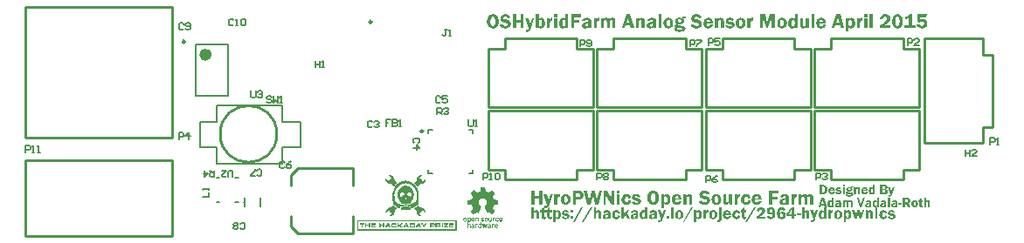
<source format=gto>
G04 Layer_Color=65535*
%FSLAX23Y23*%
%MOIN*%
G70*
G01*
G75*
%ADD27C,0.010*%
%ADD37C,0.004*%
%ADD38C,0.010*%
%ADD39C,0.010*%
%ADD40C,0.024*%
%ADD41C,0.008*%
%ADD42C,0.005*%
G36*
X2603Y98D02*
X2604Y98D01*
Y89D01*
X2603D01*
X2602Y89D01*
X2602Y89D01*
X2601Y89D01*
X2600Y88D01*
X2600Y88D01*
X2599Y88D01*
X2599Y88D01*
X2599Y88D01*
X2598Y87D01*
X2598Y87D01*
X2598Y87D01*
X2597Y86D01*
X2597Y85D01*
X2596Y85D01*
X2596Y84D01*
X2596Y84D01*
X2596Y84D01*
X2596Y83D01*
X2596Y82D01*
X2595Y81D01*
X2595Y80D01*
X2595Y78D01*
Y65D01*
X2586D01*
Y98D01*
X2595D01*
Y92D01*
X2595Y92D01*
X2595Y92D01*
X2595Y93D01*
X2595Y93D01*
X2596Y94D01*
X2596Y95D01*
X2597Y96D01*
X2598Y97D01*
X2599Y97D01*
X2599Y98D01*
X2600Y98D01*
X2601Y98D01*
X2602Y98D01*
X2602D01*
X2603Y98D01*
D02*
G37*
G36*
X3080D02*
X3080Y98D01*
Y89D01*
X3080D01*
X3079Y89D01*
X3079Y89D01*
X3078Y89D01*
X3077Y88D01*
X3076Y88D01*
X3076Y88D01*
X3076Y88D01*
X3075Y88D01*
X3075Y87D01*
X3075Y87D01*
X3074Y87D01*
X3074Y86D01*
X3073Y85D01*
X3073Y85D01*
X3073Y84D01*
X3073Y84D01*
X3073Y84D01*
X3072Y83D01*
X3072Y82D01*
X3072Y81D01*
X3072Y80D01*
X3072Y78D01*
Y65D01*
X3063D01*
Y98D01*
X3071D01*
Y92D01*
X3072Y92D01*
X3072Y92D01*
X3072Y93D01*
X3072Y93D01*
X3072Y94D01*
X3073Y95D01*
X3074Y96D01*
X3075Y97D01*
X3075Y97D01*
X3076Y98D01*
X3077Y98D01*
X3078Y98D01*
X3078Y98D01*
X3079D01*
X3080Y98D01*
D02*
G37*
G36*
X2942Y160D02*
X2942Y160D01*
Y148D01*
X2942D01*
X2941Y148D01*
X2940Y148D01*
X2939Y148D01*
X2939Y148D01*
X2938Y148D01*
X2937Y147D01*
X2937Y147D01*
X2936Y147D01*
X2936Y147D01*
X2936Y146D01*
X2935Y146D01*
X2935Y145D01*
X2934Y144D01*
X2934Y143D01*
X2934Y143D01*
X2933Y143D01*
X2933Y142D01*
X2933Y141D01*
X2933Y140D01*
X2933Y139D01*
X2933Y138D01*
X2932Y136D01*
Y120D01*
X2921D01*
Y159D01*
X2932D01*
Y152D01*
X2932Y152D01*
X2932Y153D01*
X2932Y153D01*
X2933Y154D01*
X2933Y154D01*
X2934Y156D01*
X2935Y157D01*
X2936Y158D01*
X2936Y159D01*
X2937Y159D01*
X2938Y160D01*
X2939Y160D01*
X2940Y160D01*
X2941D01*
X2942Y160D01*
D02*
G37*
G36*
X2089Y88D02*
X2079D01*
Y98D01*
X2089D01*
Y88D01*
D02*
G37*
G36*
X3304Y98D02*
X3305Y98D01*
X3306Y98D01*
X3307Y98D01*
X3309Y97D01*
X3310Y97D01*
X3311Y96D01*
X3311D01*
X3312Y96D01*
X3312Y96D01*
X3313Y95D01*
X3313Y95D01*
X3314Y94D01*
X3315Y93D01*
X3316Y91D01*
X3316Y90D01*
X3309Y88D01*
Y88D01*
X3309Y88D01*
X3309Y88D01*
X3309Y89D01*
X3308Y89D01*
X3308Y90D01*
X3307Y91D01*
X3307Y91D01*
X3306Y92D01*
X3305Y92D01*
X3305Y92D01*
X3304Y92D01*
X3303Y92D01*
X3302D01*
X3302Y92D01*
X3301Y92D01*
X3300Y92D01*
X3300Y92D01*
X3299Y91D01*
X3298Y91D01*
X3298Y90D01*
X3298Y90D01*
X3298Y89D01*
Y89D01*
Y89D01*
X3298Y89D01*
X3298Y89D01*
X3298Y88D01*
X3299Y88D01*
X3299Y87D01*
X3299D01*
X3299Y87D01*
X3299Y87D01*
X3300Y87D01*
X3300Y87D01*
X3301Y87D01*
X3302Y86D01*
X3303Y86D01*
X3304D01*
X3304Y86D01*
X3304Y86D01*
X3305Y86D01*
X3305Y86D01*
X3307Y86D01*
X3308Y85D01*
X3309Y85D01*
X3311Y85D01*
X3312Y85D01*
X3312Y84D01*
X3312Y84D01*
X3313Y84D01*
X3313Y84D01*
X3314Y83D01*
X3315Y83D01*
X3315Y82D01*
X3316Y81D01*
X3316Y81D01*
X3316Y81D01*
X3316Y80D01*
X3317Y80D01*
X3317Y79D01*
X3317Y78D01*
X3318Y77D01*
X3318Y76D01*
Y76D01*
Y75D01*
Y75D01*
X3318Y75D01*
X3317Y74D01*
X3317Y74D01*
X3317Y73D01*
X3317Y71D01*
X3316Y70D01*
X3316Y69D01*
X3315Y69D01*
X3314Y68D01*
X3314Y67D01*
X3314D01*
X3313Y67D01*
X3313Y67D01*
X3313Y67D01*
X3313Y67D01*
X3312Y66D01*
X3312Y66D01*
X3311Y66D01*
X3310Y66D01*
X3309Y65D01*
X3309Y65D01*
X3308Y65D01*
X3307Y65D01*
X3306Y64D01*
X3304Y64D01*
X3303Y64D01*
X3303D01*
X3302Y64D01*
X3301Y64D01*
X3300Y65D01*
X3299Y65D01*
X3298Y65D01*
X3297Y65D01*
X3295Y66D01*
X3294Y67D01*
X3293Y67D01*
X3292Y68D01*
X3290Y69D01*
X3290Y71D01*
X3289Y72D01*
X3288Y74D01*
X3296Y75D01*
Y75D01*
X3296Y75D01*
X3296Y75D01*
X3297Y74D01*
X3297Y74D01*
X3297Y73D01*
X3298Y73D01*
X3298Y73D01*
X3298Y72D01*
X3299Y72D01*
X3300Y71D01*
X3301Y71D01*
X3301Y71D01*
X3302Y71D01*
X3303Y71D01*
X3304D01*
X3304Y71D01*
X3305Y71D01*
X3306Y71D01*
X3306Y71D01*
X3307Y71D01*
X3308Y72D01*
X3308Y72D01*
X3308Y72D01*
X3308Y72D01*
X3308Y72D01*
X3309Y72D01*
X3309Y73D01*
X3309Y73D01*
X3309Y74D01*
Y74D01*
X3309Y74D01*
X3309Y75D01*
X3309Y75D01*
X3308Y75D01*
X3308Y76D01*
X3307Y76D01*
X3307Y76D01*
X3306Y76D01*
X3306Y77D01*
X3305D01*
X3305Y77D01*
X3305Y77D01*
X3304Y77D01*
X3303Y77D01*
X3302Y77D01*
X3301Y77D01*
X3300Y77D01*
X3298Y78D01*
X3296Y79D01*
X3295Y79D01*
X3294Y79D01*
X3293Y80D01*
X3293Y80D01*
X3292Y80D01*
X3292Y81D01*
X3292Y81D01*
X3291Y82D01*
X3290Y83D01*
X3290Y84D01*
X3290Y86D01*
X3290Y87D01*
X3289Y87D01*
Y88D01*
Y88D01*
Y88D01*
X3290Y88D01*
X3290Y89D01*
X3290Y89D01*
X3290Y90D01*
X3290Y91D01*
X3291Y93D01*
X3291Y93D01*
X3292Y94D01*
X3292Y95D01*
X3293Y95D01*
X3293Y95D01*
X3293Y95D01*
X3293Y95D01*
X3294Y96D01*
X3294Y96D01*
X3295Y96D01*
X3295Y96D01*
X3296Y97D01*
X3296Y97D01*
X3297Y97D01*
X3298Y98D01*
X3299Y98D01*
X3300Y98D01*
X3301Y98D01*
X3302Y98D01*
X3304D01*
X3304Y98D01*
D02*
G37*
G36*
X3139D02*
X3140Y98D01*
X3140Y98D01*
X3141Y98D01*
X3143Y97D01*
X3144Y97D01*
X3144Y96D01*
X3145Y96D01*
X3146Y95D01*
X3146Y95D01*
X3147Y94D01*
X3147Y94D01*
X3147Y94D01*
X3147Y94D01*
X3148Y93D01*
X3148Y93D01*
X3148Y92D01*
X3148Y92D01*
X3149Y91D01*
X3149Y90D01*
X3149Y89D01*
X3150Y88D01*
X3150Y87D01*
X3150Y86D01*
X3150Y85D01*
X3150Y83D01*
X3150Y82D01*
Y82D01*
Y81D01*
Y81D01*
X3150Y80D01*
Y80D01*
X3150Y79D01*
X3150Y78D01*
X3150Y77D01*
X3150Y75D01*
X3149Y72D01*
X3149Y71D01*
X3148Y70D01*
X3148Y70D01*
X3147Y69D01*
X3147Y69D01*
X3147Y68D01*
X3147Y68D01*
X3146Y68D01*
X3146Y68D01*
X3146Y67D01*
X3145Y66D01*
X3143Y66D01*
X3142Y65D01*
X3141Y65D01*
X3140Y65D01*
X3139Y64D01*
X3138Y64D01*
X3138D01*
X3137Y64D01*
X3137Y64D01*
X3136Y65D01*
X3135Y65D01*
X3134Y65D01*
X3133Y66D01*
X3132Y66D01*
X3132Y67D01*
X3131Y67D01*
X3131Y68D01*
X3130Y69D01*
Y54D01*
X3121D01*
Y98D01*
X3130D01*
Y93D01*
X3130Y93D01*
X3130Y93D01*
X3130Y94D01*
X3131Y94D01*
X3131Y95D01*
X3132Y96D01*
X3132Y96D01*
X3133Y97D01*
X3134Y97D01*
X3134Y97D01*
X3135Y98D01*
X3136Y98D01*
X3137Y98D01*
X3138Y98D01*
X3139D01*
X3139Y98D01*
D02*
G37*
G36*
X2372Y65D02*
X2363D01*
Y70D01*
X2363Y70D01*
X2363Y70D01*
X2363Y70D01*
X2363Y69D01*
X2362Y69D01*
X2362Y68D01*
X2361Y68D01*
X2361Y67D01*
X2359Y66D01*
X2358Y65D01*
X2357Y65D01*
X2356Y65D01*
X2355Y64D01*
X2354Y64D01*
X2354D01*
X2353Y64D01*
X2353Y64D01*
X2352Y65D01*
X2351Y65D01*
X2350Y65D01*
X2349Y66D01*
X2348Y66D01*
X2348Y67D01*
X2347Y67D01*
X2346Y68D01*
X2346Y69D01*
Y69D01*
X2345Y69D01*
X2345Y69D01*
X2345Y70D01*
X2345Y70D01*
X2345Y70D01*
X2344Y71D01*
X2344Y72D01*
X2344Y73D01*
X2343Y74D01*
X2343Y75D01*
X2343Y76D01*
X2343Y77D01*
X2343Y78D01*
X2343Y79D01*
X2343Y81D01*
Y81D01*
Y81D01*
Y82D01*
X2343Y82D01*
Y83D01*
X2343Y84D01*
X2343Y85D01*
X2343Y86D01*
X2343Y88D01*
X2344Y90D01*
X2345Y92D01*
X2345Y93D01*
X2346Y94D01*
X2346Y94D01*
X2346Y94D01*
X2346Y94D01*
X2346Y94D01*
X2347Y95D01*
X2347Y95D01*
X2347Y95D01*
X2348Y96D01*
X2349Y97D01*
X2351Y98D01*
X2352Y98D01*
X2353Y98D01*
X2354Y98D01*
X2355Y98D01*
X2355D01*
X2355Y98D01*
X2356Y98D01*
X2356Y98D01*
X2358Y98D01*
X2359Y97D01*
X2360Y97D01*
X2360Y97D01*
X2361Y96D01*
X2362Y95D01*
X2362Y95D01*
X2363Y94D01*
Y109D01*
X2372D01*
Y65D01*
D02*
G37*
G36*
X2569Y98D02*
X2569Y98D01*
X2570Y98D01*
X2571Y98D01*
X2572Y97D01*
X2573Y97D01*
X2574Y96D01*
X2574Y96D01*
X2575Y95D01*
X2576Y95D01*
X2576Y94D01*
X2576Y94D01*
X2577Y94D01*
X2577Y94D01*
X2577Y93D01*
X2577Y93D01*
X2578Y92D01*
X2578Y92D01*
X2578Y91D01*
X2578Y90D01*
X2579Y89D01*
X2579Y88D01*
X2579Y87D01*
X2580Y86D01*
X2580Y85D01*
X2580Y83D01*
X2580Y82D01*
Y82D01*
Y81D01*
Y81D01*
X2580Y80D01*
Y80D01*
X2580Y79D01*
X2580Y78D01*
X2579Y77D01*
X2579Y75D01*
X2578Y72D01*
X2578Y71D01*
X2578Y70D01*
X2577Y70D01*
X2576Y69D01*
X2576Y69D01*
X2576Y68D01*
X2576Y68D01*
X2576Y68D01*
X2575Y68D01*
X2575Y67D01*
X2574Y66D01*
X2573Y66D01*
X2571Y65D01*
X2570Y65D01*
X2569Y65D01*
X2568Y64D01*
X2567Y64D01*
X2567D01*
X2567Y64D01*
X2566Y64D01*
X2566Y65D01*
X2564Y65D01*
X2563Y65D01*
X2562Y66D01*
X2562Y66D01*
X2561Y67D01*
X2561Y67D01*
X2560Y68D01*
X2560Y69D01*
Y54D01*
X2550D01*
Y98D01*
X2559D01*
Y93D01*
X2559Y93D01*
X2559Y93D01*
X2560Y94D01*
X2560Y94D01*
X2561Y95D01*
X2561Y96D01*
X2562Y96D01*
X2562Y97D01*
X2563Y97D01*
X2564Y97D01*
X2565Y98D01*
X2566Y98D01*
X2567Y98D01*
X2568Y98D01*
X2568D01*
X2569Y98D01*
D02*
G37*
G36*
X3223D02*
X3223D01*
X3224Y98D01*
X3225Y98D01*
X3226Y98D01*
X3227Y97D01*
X3229Y97D01*
X3230Y96D01*
X3230Y96D01*
X3230Y95D01*
X3230Y95D01*
X3230Y95D01*
X3231Y94D01*
X3231Y94D01*
X3231Y94D01*
X3231Y93D01*
X3232Y92D01*
X3232Y91D01*
X3232Y90D01*
X3232Y89D01*
X3232Y88D01*
X3233Y87D01*
Y86D01*
Y65D01*
X3223D01*
Y83D01*
Y83D01*
Y83D01*
Y84D01*
Y84D01*
Y85D01*
X3223Y86D01*
X3223Y87D01*
X3223Y87D01*
X3223Y88D01*
Y88D01*
X3223Y88D01*
X3223Y88D01*
X3222Y89D01*
X3222Y89D01*
X3221Y90D01*
X3221Y90D01*
X3221Y90D01*
X3221Y90D01*
X3221Y90D01*
X3220Y90D01*
X3220Y91D01*
X3220Y91D01*
X3219Y91D01*
X3219D01*
X3218Y91D01*
X3218Y91D01*
X3217Y90D01*
X3217Y90D01*
X3216Y90D01*
X3216Y89D01*
X3216Y89D01*
X3215Y88D01*
X3215Y88D01*
X3214Y87D01*
X3214Y86D01*
X3214Y85D01*
X3214Y83D01*
Y65D01*
X3204D01*
Y98D01*
X3213D01*
Y92D01*
X3213Y92D01*
X3213Y92D01*
X3214Y93D01*
X3214Y93D01*
X3215Y94D01*
X3215Y95D01*
X3216Y96D01*
X3217Y97D01*
X3218Y97D01*
X3218Y97D01*
X3218Y97D01*
X3218Y97D01*
X3219Y98D01*
X3220Y98D01*
X3220Y98D01*
X3221Y98D01*
X3222Y98D01*
X3223D01*
X3223Y98D01*
D02*
G37*
G36*
X2031D02*
X2031Y98D01*
X2032Y98D01*
X2033Y98D01*
X2034Y97D01*
X2035Y97D01*
X2036Y96D01*
X2036Y96D01*
X2037Y95D01*
X2038Y95D01*
X2039Y94D01*
X2039Y94D01*
X2039Y94D01*
X2039Y94D01*
X2039Y93D01*
X2039Y93D01*
X2040Y92D01*
X2040Y92D01*
X2040Y91D01*
X2041Y90D01*
X2041Y89D01*
X2041Y88D01*
X2041Y87D01*
X2042Y86D01*
X2042Y85D01*
X2042Y83D01*
X2042Y82D01*
Y82D01*
Y81D01*
Y81D01*
X2042Y80D01*
Y80D01*
X2042Y79D01*
X2042Y78D01*
X2042Y77D01*
X2041Y75D01*
X2040Y72D01*
X2040Y71D01*
X2040Y70D01*
X2039Y70D01*
X2038Y69D01*
X2038Y69D01*
X2038Y68D01*
X2038Y68D01*
X2038Y68D01*
X2038Y68D01*
X2037Y67D01*
X2036Y66D01*
X2035Y66D01*
X2033Y65D01*
X2032Y65D01*
X2032Y65D01*
X2031Y64D01*
X2030Y64D01*
X2029D01*
X2029Y64D01*
X2028Y64D01*
X2028Y65D01*
X2027Y65D01*
X2025Y65D01*
X2025Y66D01*
X2024Y66D01*
X2023Y67D01*
X2023Y67D01*
X2022Y68D01*
X2022Y69D01*
Y54D01*
X2012D01*
Y98D01*
X2021D01*
Y93D01*
X2021Y93D01*
X2022Y93D01*
X2022Y94D01*
X2022Y94D01*
X2023Y95D01*
X2023Y96D01*
X2024Y96D01*
X2024Y97D01*
X2025Y97D01*
X2026Y97D01*
X2027Y98D01*
X2028Y98D01*
X2029Y98D01*
X2030Y98D01*
X2030D01*
X2031Y98D01*
D02*
G37*
G36*
X2957Y78D02*
X2941D01*
Y85D01*
X2957D01*
Y78D01*
D02*
G37*
G36*
X1971Y120D02*
X1959D01*
Y142D01*
X1942D01*
Y120D01*
X1930D01*
Y173D01*
X1942D01*
Y152D01*
X1959D01*
Y173D01*
X1971D01*
Y120D01*
D02*
G37*
G36*
X3013Y66D02*
Y66D01*
X3013Y66D01*
X3012Y66D01*
X3012Y65D01*
X3012Y65D01*
X3012Y65D01*
X3012Y63D01*
X3011Y62D01*
X3011Y61D01*
X3010Y60D01*
X3010Y59D01*
X3010Y59D01*
X3009Y58D01*
X3009Y58D01*
X3009Y58D01*
X3008Y57D01*
X3008Y56D01*
X3007Y56D01*
X3006Y55D01*
X3006Y55D01*
X3006Y55D01*
X3005Y55D01*
X3005Y54D01*
X3004Y54D01*
X3003Y54D01*
X3001Y54D01*
X3000Y54D01*
X2999D01*
X2999Y54D01*
X2998D01*
X2997Y54D01*
X2996Y54D01*
X2995Y54D01*
Y61D01*
X2995D01*
X2996Y61D01*
X2996Y61D01*
X2997Y61D01*
X2998Y61D01*
X2998Y61D01*
X3000Y61D01*
X3000D01*
X3001Y61D01*
X3001Y61D01*
X3002Y61D01*
X3003Y61D01*
X3003Y62D01*
X3004Y62D01*
X3004Y62D01*
X3004Y62D01*
X3004Y63D01*
X3004Y63D01*
X3005Y63D01*
X3005Y64D01*
X3005Y64D01*
X3005Y65D01*
X2993Y98D01*
X3004D01*
X3010Y78D01*
X3016Y98D01*
X3023D01*
X3013Y66D01*
D02*
G37*
G36*
X3190Y65D02*
X3181D01*
X3176Y86D01*
X3171Y65D01*
X3163D01*
X3153Y98D01*
X3163D01*
X3168Y78D01*
X3173Y98D01*
X3182D01*
X3187Y77D01*
X3192Y98D01*
X3200D01*
X3190Y65D01*
D02*
G37*
G36*
X2431Y66D02*
Y66D01*
X2431Y66D01*
X2431Y66D01*
X2430Y65D01*
X2430Y65D01*
X2430Y65D01*
X2430Y63D01*
X2429Y62D01*
X2429Y61D01*
X2428Y60D01*
X2428Y59D01*
X2428Y59D01*
X2428Y58D01*
X2427Y58D01*
X2427Y58D01*
X2426Y57D01*
X2426Y56D01*
X2425Y56D01*
X2424Y55D01*
X2424Y55D01*
X2424Y55D01*
X2423Y55D01*
X2423Y54D01*
X2422Y54D01*
X2421Y54D01*
X2419Y54D01*
X2418Y54D01*
X2417D01*
X2417Y54D01*
X2416D01*
X2415Y54D01*
X2414Y54D01*
X2413Y54D01*
Y61D01*
X2414D01*
X2414Y61D01*
X2414Y61D01*
X2415Y61D01*
X2416Y61D01*
X2416Y61D01*
X2418Y61D01*
X2419D01*
X2419Y61D01*
X2420Y61D01*
X2420Y61D01*
X2421Y61D01*
X2421Y62D01*
X2422Y62D01*
X2422Y62D01*
X2422Y62D01*
X2422Y63D01*
X2422Y63D01*
X2423Y63D01*
X2423Y64D01*
X2423Y64D01*
X2423Y65D01*
X2412Y98D01*
X2422D01*
X2428Y78D01*
X2434Y98D01*
X2441D01*
X2431Y66D01*
D02*
G37*
G36*
X3273Y98D02*
X3274Y98D01*
X3274Y98D01*
X3276Y98D01*
X3277Y97D01*
X3279Y97D01*
X3280Y96D01*
X3281Y96D01*
X3281Y95D01*
X3282Y95D01*
X3282Y95D01*
X3282Y94D01*
X3283Y94D01*
X3283Y94D01*
X3283Y94D01*
X3284Y93D01*
X3284Y92D01*
X3285Y91D01*
X3286Y89D01*
X3286Y88D01*
X3287Y87D01*
X3287Y86D01*
X3278Y85D01*
Y85D01*
Y85D01*
X3278Y86D01*
X3278Y86D01*
X3277Y87D01*
X3277Y88D01*
X3276Y89D01*
X3276Y90D01*
X3275Y90D01*
X3275Y90D01*
X3274Y91D01*
X3273Y91D01*
X3273Y91D01*
X3272D01*
X3272Y91D01*
X3272Y91D01*
X3271Y91D01*
X3271Y91D01*
X3270Y90D01*
X3270Y90D01*
X3269Y89D01*
X3269Y89D01*
X3268Y88D01*
X3268Y87D01*
X3267Y86D01*
X3267Y85D01*
X3267Y83D01*
X3267Y82D01*
Y82D01*
Y81D01*
Y81D01*
Y81D01*
X3267Y80D01*
Y80D01*
X3267Y78D01*
X3267Y77D01*
X3268Y76D01*
X3268Y75D01*
X3268Y75D01*
X3268Y74D01*
X3269Y74D01*
X3269Y74D01*
X3269Y74D01*
X3269Y73D01*
X3270Y73D01*
X3270Y73D01*
X3271Y72D01*
X3272Y72D01*
X3272Y72D01*
X3273D01*
X3273Y72D01*
X3273D01*
X3274Y72D01*
X3275Y73D01*
X3275Y73D01*
X3276Y74D01*
X3276Y74D01*
X3277Y75D01*
X3277Y75D01*
X3277Y76D01*
X3278Y77D01*
X3278Y78D01*
X3287Y77D01*
Y77D01*
Y77D01*
X3287Y77D01*
X3287Y76D01*
X3286Y76D01*
X3286Y75D01*
X3286Y74D01*
X3285Y72D01*
X3285Y71D01*
X3284Y70D01*
X3284Y69D01*
X3283Y69D01*
X3282Y68D01*
X3282Y68D01*
X3282Y68D01*
X3282Y67D01*
X3281Y67D01*
X3281Y67D01*
X3281Y67D01*
X3280Y66D01*
X3279Y66D01*
X3279Y66D01*
X3278Y65D01*
X3277Y65D01*
X3276Y65D01*
X3274Y64D01*
X3273Y64D01*
X3272Y64D01*
X3271D01*
X3271Y64D01*
X3270Y64D01*
X3269Y65D01*
X3269Y65D01*
X3268Y65D01*
X3266Y65D01*
X3265Y66D01*
X3264Y66D01*
X3263Y67D01*
X3262Y67D01*
X3261Y68D01*
X3260Y69D01*
X3260Y69D01*
X3260Y69D01*
X3260Y69D01*
X3260Y70D01*
X3259Y70D01*
X3259Y71D01*
X3259Y71D01*
X3258Y72D01*
X3258Y73D01*
X3258Y74D01*
X3257Y75D01*
X3257Y76D01*
X3257Y77D01*
X3256Y78D01*
X3256Y80D01*
X3256Y81D01*
Y81D01*
Y81D01*
Y82D01*
X3256Y82D01*
X3256Y83D01*
X3256Y84D01*
X3257Y85D01*
X3257Y85D01*
X3257Y87D01*
X3258Y88D01*
X3258Y89D01*
X3259Y91D01*
X3259Y92D01*
X3260Y93D01*
X3261Y93D01*
X3261Y94D01*
X3261Y94D01*
X3261Y94D01*
X3261Y94D01*
X3262Y95D01*
X3262Y95D01*
X3263Y95D01*
X3264Y96D01*
X3264Y96D01*
X3265Y97D01*
X3266Y97D01*
X3267Y97D01*
X3269Y98D01*
X3270Y98D01*
X3271Y98D01*
X3272Y98D01*
X3273D01*
X3273Y98D01*
D02*
G37*
G36*
X2061D02*
X2061Y98D01*
X2062Y98D01*
X2064Y98D01*
X2065Y97D01*
X2066Y97D01*
X2068Y96D01*
X2068D01*
X2068Y96D01*
X2068Y96D01*
X2069Y95D01*
X2069Y95D01*
X2070Y94D01*
X2071Y93D01*
X2072Y91D01*
X2072Y90D01*
X2065Y88D01*
Y88D01*
X2065Y88D01*
X2065Y88D01*
X2065Y89D01*
X2065Y89D01*
X2064Y90D01*
X2063Y91D01*
X2063Y91D01*
X2062Y92D01*
X2062Y92D01*
X2061Y92D01*
X2060Y92D01*
X2059Y92D01*
X2059D01*
X2058Y92D01*
X2058Y92D01*
X2057Y92D01*
X2056Y92D01*
X2055Y91D01*
X2055Y91D01*
X2055Y90D01*
X2054Y90D01*
X2054Y89D01*
Y89D01*
Y89D01*
X2054Y89D01*
X2054Y89D01*
X2055Y88D01*
X2055Y88D01*
X2055Y87D01*
X2055D01*
X2055Y87D01*
X2056Y87D01*
X2056Y87D01*
X2057Y87D01*
X2057Y87D01*
X2059Y86D01*
X2060Y86D01*
X2060D01*
X2060Y86D01*
X2061Y86D01*
X2061Y86D01*
X2062Y86D01*
X2063Y86D01*
X2064Y85D01*
X2066Y85D01*
X2067Y85D01*
X2068Y85D01*
X2068Y84D01*
X2068Y84D01*
X2069Y84D01*
X2069Y84D01*
X2070Y83D01*
X2071Y83D01*
X2072Y82D01*
X2072Y81D01*
X2072Y81D01*
X2073Y81D01*
X2073Y80D01*
X2073Y80D01*
X2073Y79D01*
X2074Y78D01*
X2074Y77D01*
X2074Y76D01*
Y76D01*
Y75D01*
Y75D01*
X2074Y75D01*
X2074Y74D01*
X2074Y74D01*
X2073Y73D01*
X2073Y71D01*
X2072Y70D01*
X2072Y69D01*
X2071Y69D01*
X2071Y68D01*
X2070Y67D01*
X2070D01*
X2070Y67D01*
X2070Y67D01*
X2069Y67D01*
X2069Y67D01*
X2068Y66D01*
X2068Y66D01*
X2067Y66D01*
X2067Y66D01*
X2066Y65D01*
X2065Y65D01*
X2064Y65D01*
X2063Y65D01*
X2062Y64D01*
X2061Y64D01*
X2059Y64D01*
X2059D01*
X2058Y64D01*
X2057Y64D01*
X2056Y65D01*
X2055Y65D01*
X2054Y65D01*
X2053Y65D01*
X2052Y66D01*
X2050Y67D01*
X2049Y67D01*
X2048Y68D01*
X2047Y69D01*
X2046Y71D01*
X2045Y72D01*
X2045Y74D01*
X2053Y75D01*
Y75D01*
X2053Y75D01*
X2053Y75D01*
X2053Y74D01*
X2053Y74D01*
X2053Y73D01*
X2054Y73D01*
X2054Y73D01*
X2055Y72D01*
X2055Y72D01*
X2056Y71D01*
X2057Y71D01*
X2058Y71D01*
X2059Y71D01*
X2060Y71D01*
X2060D01*
X2061Y71D01*
X2061Y71D01*
X2062Y71D01*
X2062Y71D01*
X2063Y71D01*
X2064Y72D01*
X2064Y72D01*
X2064Y72D01*
X2064Y72D01*
X2065Y72D01*
X2065Y72D01*
X2065Y73D01*
X2065Y73D01*
X2065Y74D01*
Y74D01*
X2065Y74D01*
X2065Y75D01*
X2065Y75D01*
X2065Y75D01*
X2064Y76D01*
X2063Y76D01*
X2063Y76D01*
X2062Y76D01*
X2062Y77D01*
X2062D01*
X2061Y77D01*
X2061Y77D01*
X2060Y77D01*
X2059Y77D01*
X2059Y77D01*
X2058Y77D01*
X2056Y77D01*
X2054Y78D01*
X2052Y79D01*
X2051Y79D01*
X2050Y79D01*
X2050Y80D01*
X2049Y80D01*
X2049Y80D01*
X2048Y81D01*
X2048Y81D01*
X2047Y82D01*
X2047Y83D01*
X2046Y84D01*
X2046Y86D01*
X2046Y87D01*
X2046Y87D01*
Y88D01*
Y88D01*
Y88D01*
X2046Y88D01*
X2046Y89D01*
X2046Y89D01*
X2046Y90D01*
X2047Y91D01*
X2047Y93D01*
X2048Y93D01*
X2048Y94D01*
X2049Y95D01*
X2049Y95D01*
X2049Y95D01*
X2050Y95D01*
X2050Y95D01*
X2050Y96D01*
X2050Y96D01*
X2051Y96D01*
X2051Y96D01*
X2052Y97D01*
X2053Y97D01*
X2053Y97D01*
X2054Y98D01*
X2055Y98D01*
X2056Y98D01*
X2057Y98D01*
X2058Y98D01*
X2060D01*
X2061Y98D01*
D02*
G37*
G36*
X2713D02*
X2713Y98D01*
X2714Y98D01*
X2715Y98D01*
X2717Y97D01*
X2718Y97D01*
X2719Y96D01*
X2720Y96D01*
X2721Y95D01*
X2722Y95D01*
X2722Y95D01*
X2722Y94D01*
X2722Y94D01*
X2722Y94D01*
X2722Y94D01*
X2723Y93D01*
X2724Y92D01*
X2724Y91D01*
X2725Y89D01*
X2726Y88D01*
X2726Y87D01*
X2726Y86D01*
X2717Y85D01*
Y85D01*
Y85D01*
X2717Y86D01*
X2717Y86D01*
X2717Y87D01*
X2716Y88D01*
X2716Y89D01*
X2715Y90D01*
X2715Y90D01*
X2714Y90D01*
X2713Y91D01*
X2713Y91D01*
X2712Y91D01*
X2712D01*
X2711Y91D01*
X2711Y91D01*
X2711Y91D01*
X2710Y91D01*
X2710Y90D01*
X2709Y90D01*
X2709Y89D01*
X2708Y89D01*
X2708Y88D01*
X2707Y87D01*
X2707Y86D01*
X2707Y85D01*
X2706Y83D01*
X2706Y82D01*
Y82D01*
Y81D01*
Y81D01*
Y81D01*
X2706Y80D01*
Y80D01*
X2706Y78D01*
X2707Y77D01*
X2707Y76D01*
X2707Y75D01*
X2707Y75D01*
X2708Y74D01*
X2708Y74D01*
X2708Y74D01*
X2708Y74D01*
X2708Y73D01*
X2709Y73D01*
X2710Y73D01*
X2710Y72D01*
X2711Y72D01*
X2712Y72D01*
X2712D01*
X2712Y72D01*
X2712D01*
X2713Y72D01*
X2714Y73D01*
X2714Y73D01*
X2715Y74D01*
X2715Y74D01*
X2716Y75D01*
X2716Y75D01*
X2717Y76D01*
X2717Y77D01*
X2717Y78D01*
X2726Y77D01*
Y77D01*
Y77D01*
X2726Y77D01*
X2726Y76D01*
X2726Y76D01*
X2726Y75D01*
X2725Y74D01*
X2725Y72D01*
X2724Y71D01*
X2723Y70D01*
X2723Y69D01*
X2722Y69D01*
X2721Y68D01*
X2721Y68D01*
X2721Y68D01*
X2721Y67D01*
X2721Y67D01*
X2720Y67D01*
X2720Y67D01*
X2719Y66D01*
X2719Y66D01*
X2718Y66D01*
X2717Y65D01*
X2716Y65D01*
X2715Y65D01*
X2713Y64D01*
X2712Y64D01*
X2711Y64D01*
X2710D01*
X2710Y64D01*
X2709Y64D01*
X2709Y65D01*
X2708Y65D01*
X2707Y65D01*
X2705Y65D01*
X2704Y66D01*
X2703Y66D01*
X2702Y67D01*
X2702Y67D01*
X2701Y68D01*
X2700Y69D01*
X2700Y69D01*
X2700Y69D01*
X2699Y69D01*
X2699Y70D01*
X2699Y70D01*
X2698Y71D01*
X2698Y71D01*
X2698Y72D01*
X2697Y73D01*
X2697Y74D01*
X2696Y75D01*
X2696Y76D01*
X2696Y77D01*
X2696Y78D01*
X2696Y80D01*
X2695Y81D01*
Y81D01*
Y81D01*
Y82D01*
X2696Y82D01*
X2696Y83D01*
X2696Y84D01*
X2696Y85D01*
X2696Y85D01*
X2697Y87D01*
X2697Y88D01*
X2697Y89D01*
X2698Y91D01*
X2698Y92D01*
X2699Y93D01*
X2700Y93D01*
X2700Y94D01*
X2700Y94D01*
X2700Y94D01*
X2701Y94D01*
X2701Y95D01*
X2702Y95D01*
X2702Y95D01*
X2703Y96D01*
X2704Y96D01*
X2705Y97D01*
X2706Y97D01*
X2707Y97D01*
X2708Y98D01*
X2709Y98D01*
X2710Y98D01*
X2712Y98D01*
X2712D01*
X2713Y98D01*
D02*
G37*
G36*
X2254D02*
X2255Y98D01*
X2255Y98D01*
X2257Y98D01*
X2258Y97D01*
X2260Y97D01*
X2261Y96D01*
X2261Y96D01*
X2262Y95D01*
X2263Y95D01*
X2263Y95D01*
X2263Y94D01*
X2263Y94D01*
X2264Y94D01*
X2264Y94D01*
X2264Y93D01*
X2265Y92D01*
X2266Y91D01*
X2267Y89D01*
X2267Y88D01*
X2267Y87D01*
X2267Y86D01*
X2258Y85D01*
Y85D01*
Y85D01*
X2258Y86D01*
X2258Y86D01*
X2258Y87D01*
X2258Y88D01*
X2257Y89D01*
X2257Y90D01*
X2256Y90D01*
X2256Y90D01*
X2255Y91D01*
X2254Y91D01*
X2253Y91D01*
X2253D01*
X2253Y91D01*
X2252Y91D01*
X2252Y91D01*
X2252Y91D01*
X2251Y90D01*
X2250Y90D01*
X2250Y89D01*
X2249Y89D01*
X2249Y88D01*
X2249Y87D01*
X2248Y86D01*
X2248Y85D01*
X2248Y83D01*
X2248Y82D01*
Y82D01*
Y81D01*
Y81D01*
Y81D01*
X2248Y80D01*
Y80D01*
X2248Y78D01*
X2248Y77D01*
X2248Y76D01*
X2248Y75D01*
X2249Y75D01*
X2249Y74D01*
X2249Y74D01*
X2249Y74D01*
X2250Y74D01*
X2250Y73D01*
X2250Y73D01*
X2251Y73D01*
X2252Y72D01*
X2252Y72D01*
X2253Y72D01*
X2253D01*
X2254Y72D01*
X2254D01*
X2255Y72D01*
X2255Y73D01*
X2256Y73D01*
X2256Y74D01*
X2257Y74D01*
X2257Y75D01*
X2258Y75D01*
X2258Y76D01*
X2258Y77D01*
X2258Y78D01*
X2267Y77D01*
Y77D01*
Y77D01*
X2267Y77D01*
X2267Y76D01*
X2267Y76D01*
X2267Y75D01*
X2267Y74D01*
X2266Y72D01*
X2265Y71D01*
X2265Y70D01*
X2264Y69D01*
X2264Y69D01*
X2263Y68D01*
X2263Y68D01*
X2263Y68D01*
X2262Y67D01*
X2262Y67D01*
X2262Y67D01*
X2261Y67D01*
X2261Y66D01*
X2260Y66D01*
X2259Y66D01*
X2259Y65D01*
X2258Y65D01*
X2257Y65D01*
X2255Y64D01*
X2254Y64D01*
X2252Y64D01*
X2252D01*
X2251Y64D01*
X2251Y64D01*
X2250Y65D01*
X2249Y65D01*
X2248Y65D01*
X2247Y65D01*
X2246Y66D01*
X2245Y66D01*
X2244Y67D01*
X2243Y67D01*
X2242Y68D01*
X2241Y69D01*
X2241Y69D01*
X2241Y69D01*
X2241Y69D01*
X2240Y70D01*
X2240Y70D01*
X2240Y71D01*
X2239Y71D01*
X2239Y72D01*
X2239Y73D01*
X2238Y74D01*
X2238Y75D01*
X2238Y76D01*
X2237Y77D01*
X2237Y78D01*
X2237Y80D01*
X2237Y81D01*
Y81D01*
Y81D01*
Y82D01*
X2237Y82D01*
X2237Y83D01*
X2237Y84D01*
X2237Y85D01*
X2237Y85D01*
X2238Y87D01*
X2238Y88D01*
X2239Y89D01*
X2239Y91D01*
X2240Y92D01*
X2240Y93D01*
X2241Y93D01*
X2241Y94D01*
X2241Y94D01*
X2242Y94D01*
X2242Y94D01*
X2243Y95D01*
X2243Y95D01*
X2244Y95D01*
X2244Y96D01*
X2245Y96D01*
X2246Y97D01*
X2247Y97D01*
X2248Y97D01*
X2249Y98D01*
X2250Y98D01*
X2252Y98D01*
X2253Y98D01*
X2254D01*
X2254Y98D01*
D02*
G37*
G36*
X1454Y211D02*
X1456D01*
X1458Y211D01*
X1460Y211D01*
X1466Y209D01*
X1469Y207D01*
X1473Y205D01*
X1476Y203D01*
X1480Y200D01*
X1483Y198D01*
X1487Y194D01*
X1490Y190D01*
X1493Y185D01*
X1493Y185D01*
X1494Y183D01*
X1495Y180D01*
X1496Y177D01*
X1497Y173D01*
X1498Y169D01*
X1499Y164D01*
X1499Y159D01*
Y152D01*
Y152D01*
Y151D01*
Y149D01*
Y147D01*
Y144D01*
X1499Y141D01*
X1499Y135D01*
X1498Y129D01*
X1498Y127D01*
X1497Y124D01*
X1497Y122D01*
X1496Y120D01*
X1495Y119D01*
X1494Y119D01*
X1494Y118D01*
X1492Y117D01*
X1490Y115D01*
X1487Y113D01*
X1483Y110D01*
X1480Y108D01*
X1476Y107D01*
X1473Y107D01*
X1469D01*
Y112D01*
X1469D01*
X1467Y112D01*
X1466Y113D01*
X1463Y114D01*
X1460Y114D01*
X1457Y115D01*
X1450Y115D01*
X1445D01*
X1443Y115D01*
X1440Y114D01*
X1437Y114D01*
X1430Y112D01*
Y107D01*
X1429Y106D01*
X1428D01*
X1427Y106D01*
X1425Y107D01*
X1422Y107D01*
X1418Y109D01*
X1414Y112D01*
X1409Y115D01*
X1404Y119D01*
X1404D01*
X1404Y120D01*
X1403Y121D01*
X1403Y121D01*
X1402Y123D01*
X1402Y124D01*
X1401Y126D01*
X1401Y129D01*
X1401Y131D01*
X1400Y135D01*
X1400Y139D01*
Y144D01*
X1399Y150D01*
Y156D01*
Y157D01*
Y158D01*
X1400Y160D01*
X1400Y163D01*
X1400Y166D01*
X1401Y169D01*
X1402Y173D01*
X1404Y177D01*
X1405Y182D01*
X1408Y187D01*
X1410Y191D01*
X1413Y195D01*
X1417Y199D01*
X1422Y203D01*
X1427Y206D01*
X1433Y209D01*
X1433D01*
X1434Y210D01*
X1436Y210D01*
X1438Y211D01*
X1440Y211D01*
X1443Y211D01*
X1449Y212D01*
X1453D01*
X1454Y211D01*
D02*
G37*
G36*
X3055Y65D02*
X3046D01*
Y70D01*
X3046Y70D01*
X3046Y70D01*
X3046Y70D01*
X3045Y69D01*
X3045Y69D01*
X3045Y68D01*
X3044Y68D01*
X3044Y67D01*
X3042Y66D01*
X3041Y65D01*
X3040Y65D01*
X3039Y65D01*
X3038Y64D01*
X3037Y64D01*
X3036D01*
X3036Y64D01*
X3036Y64D01*
X3035Y65D01*
X3034Y65D01*
X3032Y65D01*
X3032Y66D01*
X3031Y66D01*
X3030Y67D01*
X3030Y67D01*
X3029Y68D01*
X3028Y69D01*
Y69D01*
X3028Y69D01*
X3028Y69D01*
X3028Y70D01*
X3028Y70D01*
X3027Y70D01*
X3027Y71D01*
X3027Y72D01*
X3027Y73D01*
X3026Y74D01*
X3026Y75D01*
X3026Y76D01*
X3026Y77D01*
X3025Y78D01*
X3025Y79D01*
X3025Y81D01*
Y81D01*
Y81D01*
Y82D01*
X3025Y82D01*
Y83D01*
X3025Y84D01*
X3026Y85D01*
X3026Y86D01*
X3026Y88D01*
X3027Y90D01*
X3027Y92D01*
X3028Y93D01*
X3028Y94D01*
X3028Y94D01*
X3029Y94D01*
X3029Y94D01*
X3029Y94D01*
X3029Y95D01*
X3030Y95D01*
X3030Y95D01*
X3031Y96D01*
X3032Y97D01*
X3034Y98D01*
X3034Y98D01*
X3035Y98D01*
X3036Y98D01*
X3037Y98D01*
X3038D01*
X3038Y98D01*
X3039Y98D01*
X3039Y98D01*
X3040Y98D01*
X3042Y97D01*
X3042Y97D01*
X3043Y97D01*
X3044Y96D01*
X3044Y95D01*
X3045Y95D01*
X3045Y94D01*
Y109D01*
X3055D01*
Y65D01*
D02*
G37*
G36*
X2724Y160D02*
X2725Y160D01*
Y148D01*
X2724D01*
X2724Y148D01*
X2723Y148D01*
X2722Y148D01*
X2721Y148D01*
X2720Y148D01*
X2719Y147D01*
X2719Y147D01*
X2719Y147D01*
X2719Y147D01*
X2718Y146D01*
X2718Y146D01*
X2717Y145D01*
X2717Y144D01*
X2716Y143D01*
X2716Y143D01*
X2716Y143D01*
X2716Y142D01*
X2716Y141D01*
X2715Y140D01*
X2715Y139D01*
X2715Y138D01*
X2715Y136D01*
Y120D01*
X2704D01*
Y159D01*
X2715D01*
Y152D01*
X2715Y152D01*
X2715Y153D01*
X2715Y153D01*
X2715Y154D01*
X2716Y154D01*
X2716Y156D01*
X2718Y157D01*
X2718Y158D01*
X2719Y159D01*
X2720Y159D01*
X2721Y160D01*
X2722Y160D01*
X2723Y160D01*
X2723D01*
X2724Y160D01*
D02*
G37*
G36*
X2036D02*
X2037Y160D01*
Y148D01*
X2037D01*
X2036Y148D01*
X2035Y148D01*
X2034Y148D01*
X2033Y148D01*
X2032Y148D01*
X2032Y147D01*
X2032Y147D01*
X2031Y147D01*
X2031Y147D01*
X2031Y146D01*
X2030Y146D01*
X2029Y145D01*
X2029Y144D01*
X2028Y143D01*
X2028Y143D01*
X2028Y143D01*
X2028Y142D01*
X2028Y141D01*
X2028Y140D01*
X2027Y139D01*
X2027Y138D01*
X2027Y136D01*
Y120D01*
X2016D01*
Y159D01*
X2027D01*
Y152D01*
X2027Y152D01*
X2027Y153D01*
X2027Y153D01*
X2027Y154D01*
X2028Y154D01*
X2029Y156D01*
X2030Y157D01*
X2030Y158D01*
X2031Y159D01*
X2032Y159D01*
X2033Y160D01*
X2034Y160D01*
X2035Y160D01*
X2036D01*
X2036Y160D01*
D02*
G37*
G36*
X3435Y133D02*
X3435Y133D01*
X3435Y133D01*
X3435Y133D01*
X3435Y133D01*
X3436Y134D01*
X3436Y134D01*
X3436Y135D01*
X3437Y135D01*
X3437Y135D01*
X3438Y136D01*
X3439Y136D01*
X3439Y136D01*
X3440Y136D01*
X3441Y137D01*
X3442Y137D01*
X3442D01*
X3443Y137D01*
X3443Y136D01*
X3444Y136D01*
X3445Y136D01*
X3445Y136D01*
X3446Y135D01*
X3446Y135D01*
X3447Y135D01*
X3447Y135D01*
X3447Y135D01*
X3448Y134D01*
X3448Y134D01*
X3449Y133D01*
X3449Y132D01*
X3449Y132D01*
X3449Y132D01*
X3449Y132D01*
X3449Y131D01*
X3449Y130D01*
X3450Y129D01*
X3450Y128D01*
X3450Y127D01*
Y110D01*
X3442D01*
Y125D01*
Y125D01*
Y125D01*
Y125D01*
Y126D01*
Y126D01*
X3442Y127D01*
X3442Y128D01*
X3442Y128D01*
Y128D01*
X3442Y128D01*
X3442Y129D01*
X3441Y129D01*
X3441Y129D01*
X3441Y130D01*
X3441Y130D01*
X3441Y130D01*
X3440Y130D01*
X3440Y130D01*
X3440Y130D01*
X3439Y131D01*
X3439D01*
X3438Y131D01*
X3438Y130D01*
X3438Y130D01*
X3437Y130D01*
X3437Y130D01*
X3436Y129D01*
X3436Y129D01*
X3436Y129D01*
X3436Y129D01*
X3435Y128D01*
X3435Y128D01*
X3435Y127D01*
X3435Y126D01*
X3435Y126D01*
X3435Y125D01*
Y125D01*
Y110D01*
X3427D01*
Y145D01*
X3435D01*
Y133D01*
D02*
G37*
G36*
X3316Y137D02*
X3316D01*
X3317Y136D01*
X3318Y136D01*
X3319Y136D01*
X3320Y136D01*
X3320D01*
X3320Y136D01*
X3321Y136D01*
X3321Y135D01*
X3322Y135D01*
X3322Y135D01*
X3323Y135D01*
X3323Y134D01*
X3323Y134D01*
X3324Y134D01*
X3324Y134D01*
X3324Y133D01*
X3324Y133D01*
X3325Y132D01*
X3325Y132D01*
X3325Y131D01*
Y131D01*
X3325Y131D01*
X3325Y131D01*
X3325Y130D01*
X3326Y130D01*
X3326Y129D01*
X3326Y128D01*
Y127D01*
Y115D01*
Y115D01*
Y115D01*
Y114D01*
Y114D01*
Y114D01*
X3326Y113D01*
X3326Y112D01*
X3326Y111D01*
X3326Y111D01*
X3326Y110D01*
X3319D01*
Y110D01*
X3319Y110D01*
X3319Y111D01*
X3319Y111D01*
X3318Y112D01*
X3318Y112D01*
X3318Y113D01*
Y114D01*
X3318Y114D01*
X3318Y114D01*
X3318Y113D01*
X3317Y112D01*
X3316Y112D01*
X3316Y111D01*
X3315Y111D01*
X3314Y110D01*
X3314Y110D01*
X3314Y110D01*
X3314Y110D01*
X3313Y110D01*
X3312Y110D01*
X3312Y110D01*
X3311Y110D01*
X3310Y109D01*
X3310D01*
X3309Y110D01*
X3309D01*
X3309Y110D01*
X3308Y110D01*
X3307Y110D01*
X3306Y110D01*
X3305Y111D01*
X3304Y111D01*
X3304Y111D01*
X3304Y112D01*
X3303Y112D01*
X3303Y113D01*
X3303Y114D01*
X3302Y114D01*
X3302Y116D01*
X3302Y117D01*
Y117D01*
Y117D01*
Y117D01*
X3302Y118D01*
X3302Y118D01*
X3302Y119D01*
X3302Y120D01*
X3303Y120D01*
X3303Y121D01*
X3303Y121D01*
X3303Y122D01*
X3304Y122D01*
X3304Y122D01*
X3305Y123D01*
X3305Y123D01*
X3306Y124D01*
X3307Y124D01*
X3307D01*
X3307Y125D01*
X3308Y125D01*
X3308Y125D01*
X3308Y125D01*
X3309Y125D01*
X3309Y125D01*
X3310Y125D01*
X3310Y125D01*
X3311Y125D01*
X3312Y126D01*
X3313Y126D01*
X3314Y126D01*
X3315Y126D01*
X3317Y126D01*
X3318Y126D01*
Y128D01*
Y128D01*
Y128D01*
Y128D01*
X3318Y128D01*
X3318Y129D01*
X3317Y130D01*
X3317Y130D01*
X3317Y130D01*
X3317Y131D01*
X3316Y131D01*
X3316Y131D01*
X3315Y131D01*
X3315Y131D01*
X3314Y132D01*
X3314D01*
X3314Y131D01*
X3313Y131D01*
X3312Y131D01*
X3311Y131D01*
X3311Y130D01*
X3311Y130D01*
X3310Y130D01*
X3310Y129D01*
X3310Y128D01*
X3310Y128D01*
X3303Y128D01*
Y128D01*
X3303Y129D01*
X3303Y129D01*
X3303Y129D01*
X3303Y130D01*
X3303Y130D01*
X3303Y131D01*
X3304Y132D01*
X3305Y133D01*
X3305Y133D01*
X3306Y134D01*
X3306Y134D01*
X3307Y135D01*
X3307D01*
X3307Y135D01*
X3307Y135D01*
X3307Y135D01*
X3308Y135D01*
X3308Y135D01*
X3309Y135D01*
X3309Y136D01*
X3310Y136D01*
X3312Y136D01*
X3313Y137D01*
X3315Y137D01*
X3315D01*
X3316Y137D01*
D02*
G37*
G36*
X3363Y145D02*
X3363D01*
X3364Y145D01*
X3365Y145D01*
X3366Y145D01*
X3367Y145D01*
X3368Y144D01*
X3368D01*
X3368Y144D01*
X3369Y144D01*
X3369Y144D01*
X3370Y143D01*
X3371Y143D01*
X3371Y142D01*
X3372Y141D01*
X3373Y141D01*
Y140D01*
X3373Y140D01*
X3373Y140D01*
X3373Y140D01*
X3373Y140D01*
X3374Y139D01*
X3374Y138D01*
X3374Y137D01*
X3374Y136D01*
X3374Y135D01*
Y135D01*
Y134D01*
X3374Y134D01*
X3374Y134D01*
X3374Y133D01*
X3374Y132D01*
X3374Y132D01*
X3374Y131D01*
X3373Y130D01*
X3373Y130D01*
X3372Y129D01*
X3372Y128D01*
X3371Y127D01*
X3370Y127D01*
X3369Y126D01*
X3368Y125D01*
X3375Y110D01*
X3366D01*
X3360Y124D01*
X3354D01*
Y110D01*
X3346D01*
Y145D01*
X3362D01*
X3363Y145D01*
D02*
G37*
G36*
X1644Y60D02*
X1645Y60D01*
Y21D01*
Y21D01*
Y21D01*
X1644Y20D01*
X1643Y20D01*
X1266D01*
X1266Y20D01*
X1265Y21D01*
X1265Y21D01*
Y60D01*
Y60D01*
X1265Y60D01*
X1266Y60D01*
X1266Y61D01*
X1644D01*
X1644Y60D01*
D02*
G37*
G36*
X3190Y110D02*
X3181D01*
X3171Y145D01*
X3179D01*
X3186Y120D01*
X3194Y145D01*
X3201D01*
X3190Y110D01*
D02*
G37*
G36*
X1404Y117D02*
X1406Y116D01*
X1407Y114D01*
X1410Y112D01*
X1412Y110D01*
X1414Y109D01*
X1416Y107D01*
X1417Y106D01*
X1416Y106D01*
X1415Y104D01*
X1413Y103D01*
X1411Y101D01*
X1410Y98D01*
X1408Y96D01*
X1407Y95D01*
X1406Y94D01*
Y94D01*
X1407Y92D01*
Y92D01*
Y92D01*
X1406Y90D01*
X1405Y87D01*
X1404Y84D01*
X1402Y81D01*
X1399Y78D01*
X1396Y76D01*
X1394Y75D01*
X1392Y75D01*
X1387D01*
X1387Y75D01*
X1386Y76D01*
X1386Y77D01*
X1386Y77D01*
X1387Y78D01*
X1388Y79D01*
X1390Y81D01*
X1392Y82D01*
X1393Y84D01*
X1395Y84D01*
X1395Y85D01*
Y86D01*
X1395Y86D01*
X1395Y87D01*
X1394Y88D01*
X1392Y89D01*
X1390Y91D01*
X1388Y94D01*
X1384Y98D01*
X1374Y88D01*
X1373Y90D01*
Y93D01*
Y93D01*
X1373Y94D01*
X1374Y95D01*
X1375Y98D01*
X1376Y101D01*
X1378Y104D01*
X1381Y106D01*
X1384Y108D01*
X1386Y108D01*
X1388Y109D01*
X1393D01*
X1402Y117D01*
X1404D01*
X1404Y117D01*
D02*
G37*
G36*
X1456Y112D02*
X1459Y112D01*
X1462Y112D01*
X1465Y111D01*
X1467Y110D01*
X1467Y110D01*
X1467Y109D01*
Y102D01*
X1467Y102D01*
X1467Y101D01*
X1466Y101D01*
X1464Y100D01*
X1462Y100D01*
X1459Y99D01*
X1456Y99D01*
X1442D01*
X1440Y99D01*
X1438D01*
X1436Y100D01*
X1434Y101D01*
X1433Y101D01*
X1432Y103D01*
Y109D01*
X1432Y110D01*
X1433Y110D01*
X1434Y111D01*
X1436Y111D01*
X1438Y112D01*
X1439Y112D01*
X1442Y112D01*
X1444D01*
X1447Y113D01*
X1453D01*
X1456Y112D01*
D02*
G37*
G36*
X1505Y109D02*
X1510D01*
X1512Y108D01*
X1514Y107D01*
X1517Y106D01*
X1521Y104D01*
X1523Y101D01*
X1525Y97D01*
X1525Y95D01*
X1526Y92D01*
Y90D01*
Y89D01*
Y89D01*
X1525Y88D01*
X1525Y88D01*
Y88D01*
X1524Y89D01*
X1523Y90D01*
X1522Y91D01*
X1521Y93D01*
X1518Y95D01*
X1515Y98D01*
X1515Y97D01*
X1514Y97D01*
X1513Y96D01*
X1512Y95D01*
X1510Y93D01*
X1507Y90D01*
X1503Y86D01*
X1513Y76D01*
X1512Y75D01*
X1507D01*
X1505Y75D01*
X1503Y76D01*
X1501Y77D01*
X1498Y79D01*
X1496Y82D01*
X1494Y84D01*
X1493Y87D01*
X1492Y89D01*
X1492Y92D01*
X1492Y96D01*
X1492Y96D01*
X1492Y96D01*
X1491Y97D01*
X1490Y98D01*
X1488Y100D01*
X1485Y103D01*
X1482Y106D01*
X1482Y106D01*
X1483Y107D01*
X1484Y108D01*
X1486Y109D01*
X1488Y111D01*
X1491Y114D01*
X1495Y117D01*
X1497D01*
X1505Y109D01*
D02*
G37*
G36*
X3392Y137D02*
X3393Y136D01*
X3393Y136D01*
X3394Y136D01*
X3395Y136D01*
X3395Y136D01*
X3396Y136D01*
X3397Y135D01*
X3398Y135D01*
X3398Y134D01*
X3399Y134D01*
X3400Y133D01*
X3400Y133D01*
X3400Y133D01*
X3401Y132D01*
X3401Y132D01*
X3401Y132D01*
X3401Y132D01*
X3401Y131D01*
X3402Y131D01*
X3402Y130D01*
X3402Y129D01*
X3403Y129D01*
X3403Y128D01*
X3403Y127D01*
X3403Y126D01*
X3404Y125D01*
X3404Y124D01*
X3404Y123D01*
Y123D01*
Y123D01*
Y122D01*
X3404Y122D01*
X3404Y121D01*
X3404Y121D01*
X3404Y120D01*
X3403Y120D01*
X3403Y118D01*
X3403Y117D01*
X3402Y116D01*
X3402Y116D01*
X3401Y115D01*
X3401Y114D01*
X3400Y113D01*
X3400Y113D01*
X3400Y113D01*
X3400Y113D01*
X3400Y113D01*
X3399Y112D01*
X3399Y112D01*
X3398Y112D01*
X3398Y111D01*
X3397Y111D01*
X3397Y111D01*
X3396Y110D01*
X3395Y110D01*
X3394Y110D01*
X3393Y110D01*
X3392Y110D01*
X3391Y109D01*
X3391D01*
X3390Y110D01*
X3390Y110D01*
X3389Y110D01*
X3389Y110D01*
X3388Y110D01*
X3386Y110D01*
X3386Y111D01*
X3385Y111D01*
X3384Y111D01*
X3384Y112D01*
X3383Y113D01*
X3382Y113D01*
X3382Y113D01*
X3382Y113D01*
X3382Y114D01*
X3382Y114D01*
X3381Y114D01*
X3381Y115D01*
X3381Y115D01*
X3381Y116D01*
X3380Y117D01*
X3380Y117D01*
X3380Y118D01*
X3379Y119D01*
X3379Y120D01*
X3379Y121D01*
X3379Y122D01*
X3379Y123D01*
Y123D01*
Y123D01*
Y123D01*
Y124D01*
X3379Y124D01*
Y125D01*
X3379Y125D01*
X3379Y127D01*
X3379Y128D01*
X3380Y129D01*
X3380Y130D01*
Y130D01*
X3380Y130D01*
X3381Y130D01*
X3381Y131D01*
X3381Y131D01*
X3381Y132D01*
X3382Y132D01*
X3383Y133D01*
X3384Y134D01*
X3384Y135D01*
X3385D01*
X3385Y135D01*
X3385Y135D01*
X3385Y135D01*
X3386Y135D01*
X3386Y136D01*
X3387Y136D01*
X3388Y136D01*
X3390Y137D01*
X3391Y137D01*
X3392D01*
X3392Y137D01*
D02*
G37*
G36*
X3417Y136D02*
X3423D01*
Y130D01*
X3417D01*
Y119D01*
Y119D01*
Y119D01*
X3417Y118D01*
Y118D01*
X3418Y117D01*
X3418Y117D01*
X3418Y116D01*
X3418D01*
X3418Y116D01*
X3418Y116D01*
X3419Y116D01*
X3419Y116D01*
X3419Y116D01*
X3420Y116D01*
X3421Y116D01*
X3422D01*
X3423Y116D01*
Y110D01*
X3423D01*
X3423Y110D01*
X3423Y110D01*
X3422Y110D01*
X3421Y110D01*
X3421Y110D01*
X3420Y110D01*
X3419Y109D01*
X3418D01*
X3418Y110D01*
X3417D01*
X3417Y110D01*
X3416Y110D01*
X3415Y110D01*
X3414Y110D01*
X3413Y111D01*
X3412Y111D01*
X3412Y111D01*
X3412Y111D01*
X3411Y112D01*
X3411Y112D01*
X3411Y112D01*
X3411Y113D01*
X3410Y113D01*
X3410Y114D01*
X3410Y114D01*
X3410Y115D01*
X3410Y116D01*
X3410Y116D01*
X3410Y117D01*
Y118D01*
Y130D01*
X3406D01*
Y136D01*
X3410D01*
X3411Y144D01*
X3417Y144D01*
Y136D01*
D02*
G37*
G36*
X2654Y100D02*
X2644D01*
Y110D01*
X2654D01*
Y100D01*
D02*
G37*
G36*
X2885Y110D02*
X2885D01*
X2886Y109D01*
X2887Y109D01*
X2888Y109D01*
X2889Y109D01*
X2891Y108D01*
X2892Y108D01*
X2893Y107D01*
X2894Y107D01*
X2894Y106D01*
X2894Y106D01*
X2895Y106D01*
X2895Y106D01*
X2895Y106D01*
X2896Y105D01*
X2896Y104D01*
X2897Y103D01*
X2898Y101D01*
X2899Y100D01*
X2899Y99D01*
X2899Y98D01*
X2890Y96D01*
Y96D01*
X2890Y96D01*
X2890Y96D01*
X2890Y97D01*
X2890Y97D01*
X2890Y98D01*
X2889Y99D01*
X2889Y100D01*
X2888Y100D01*
X2888Y101D01*
X2887Y101D01*
X2886Y102D01*
X2886Y102D01*
X2885Y102D01*
X2884Y102D01*
X2883D01*
X2883Y102D01*
X2883Y102D01*
X2882Y102D01*
X2881Y102D01*
X2881Y101D01*
X2880Y100D01*
X2879Y100D01*
X2878Y99D01*
X2878Y98D01*
X2877Y96D01*
X2877Y95D01*
X2877Y94D01*
X2877Y93D01*
X2876Y92D01*
X2876Y91D01*
X2876Y90D01*
X2876Y89D01*
Y88D01*
X2876Y88D01*
X2876Y88D01*
X2876Y88D01*
X2877Y88D01*
X2877Y89D01*
X2877Y89D01*
X2878Y90D01*
X2878Y90D01*
X2879Y91D01*
X2880Y91D01*
X2881Y91D01*
X2882Y92D01*
X2883Y92D01*
X2884Y92D01*
X2885Y93D01*
X2886Y93D01*
X2887D01*
X2887Y93D01*
X2887Y92D01*
X2888Y92D01*
X2889Y92D01*
X2889Y92D01*
X2891Y92D01*
X2892Y91D01*
X2893Y91D01*
X2894Y90D01*
X2894Y90D01*
X2895Y89D01*
X2896Y89D01*
X2896Y89D01*
X2896Y88D01*
X2896Y88D01*
X2897Y88D01*
X2897Y87D01*
X2897Y87D01*
X2898Y87D01*
X2898Y86D01*
X2899Y85D01*
X2899Y83D01*
X2900Y82D01*
X2900Y81D01*
X2900Y80D01*
X2900Y79D01*
Y79D01*
Y79D01*
Y79D01*
X2900Y78D01*
X2900Y78D01*
X2900Y77D01*
X2900Y76D01*
X2899Y76D01*
X2899Y74D01*
X2898Y73D01*
X2898Y72D01*
X2898Y71D01*
X2897Y70D01*
X2896Y70D01*
X2895Y69D01*
X2895Y69D01*
X2895Y69D01*
X2895Y68D01*
X2895Y68D01*
X2894Y68D01*
X2894Y67D01*
X2893Y67D01*
X2892Y67D01*
X2892Y66D01*
X2891Y66D01*
X2890Y65D01*
X2889Y65D01*
X2888Y65D01*
X2887Y65D01*
X2885Y64D01*
X2884Y64D01*
X2883D01*
X2883Y64D01*
X2882Y64D01*
X2882Y65D01*
X2881Y65D01*
X2880Y65D01*
X2878Y65D01*
X2876Y66D01*
X2875Y66D01*
X2874Y67D01*
X2874Y67D01*
X2873Y68D01*
X2873Y68D01*
X2873Y68D01*
X2872Y68D01*
X2872Y69D01*
X2872Y69D01*
X2871Y69D01*
X2871Y70D01*
X2870Y72D01*
X2869Y73D01*
X2868Y75D01*
X2867Y77D01*
Y77D01*
X2867Y77D01*
X2867Y77D01*
X2867Y77D01*
X2867Y78D01*
X2867Y78D01*
X2867Y79D01*
X2867Y80D01*
X2866Y81D01*
X2866Y83D01*
X2866Y85D01*
X2866Y86D01*
Y87D01*
Y87D01*
Y87D01*
X2866Y88D01*
X2866Y89D01*
X2866Y90D01*
X2866Y91D01*
X2866Y92D01*
X2867Y94D01*
X2867Y95D01*
X2867Y96D01*
X2868Y98D01*
X2868Y99D01*
X2869Y100D01*
X2870Y102D01*
X2870Y103D01*
X2870Y103D01*
X2871Y103D01*
X2871Y104D01*
X2871Y104D01*
X2872Y105D01*
X2872Y105D01*
X2873Y106D01*
X2874Y106D01*
X2875Y107D01*
X2876Y108D01*
X2877Y108D01*
X2878Y109D01*
X2879Y109D01*
X2881Y109D01*
X2882Y110D01*
X2884Y110D01*
X2885D01*
X2885Y110D01*
D02*
G37*
G36*
X2472Y100D02*
X2462D01*
Y110D01*
X2472D01*
Y100D01*
D02*
G37*
G36*
X3273Y137D02*
X3274D01*
X3275Y136D01*
X3275Y136D01*
X3276Y136D01*
X3277Y136D01*
X3277D01*
X3278Y136D01*
X3278Y136D01*
X3278Y135D01*
X3279Y135D01*
X3280Y135D01*
X3280Y135D01*
X3281Y134D01*
X3281Y134D01*
X3281Y134D01*
X3281Y134D01*
X3282Y133D01*
X3282Y133D01*
X3282Y132D01*
X3282Y132D01*
X3283Y131D01*
Y131D01*
X3283Y131D01*
X3283Y131D01*
X3283Y130D01*
X3283Y130D01*
X3283Y129D01*
X3283Y128D01*
Y127D01*
Y115D01*
Y115D01*
Y115D01*
Y114D01*
Y114D01*
Y114D01*
X3283Y113D01*
X3283Y112D01*
X3283Y111D01*
X3283Y111D01*
X3284Y110D01*
X3276D01*
Y110D01*
X3276Y110D01*
X3276Y111D01*
X3276Y111D01*
X3276Y112D01*
X3276Y112D01*
X3276Y113D01*
Y114D01*
X3276Y114D01*
X3275Y114D01*
X3275Y113D01*
X3274Y112D01*
X3274Y112D01*
X3273Y111D01*
X3272Y111D01*
X3272Y110D01*
X3272Y110D01*
X3271Y110D01*
X3271Y110D01*
X3270Y110D01*
X3270Y110D01*
X3269Y110D01*
X3268Y110D01*
X3267Y109D01*
X3267D01*
X3267Y110D01*
X3266D01*
X3266Y110D01*
X3265Y110D01*
X3264Y110D01*
X3263Y110D01*
X3262Y111D01*
X3261Y111D01*
X3261Y111D01*
X3261Y112D01*
X3261Y112D01*
X3260Y113D01*
X3260Y114D01*
X3260Y114D01*
X3259Y116D01*
X3259Y117D01*
Y117D01*
Y117D01*
Y117D01*
X3259Y118D01*
X3259Y118D01*
X3260Y119D01*
X3260Y120D01*
X3260Y120D01*
X3260Y121D01*
X3261Y121D01*
X3261Y122D01*
X3261Y122D01*
X3262Y122D01*
X3262Y123D01*
X3263Y123D01*
X3264Y124D01*
X3265Y124D01*
X3265D01*
X3265Y125D01*
X3265Y125D01*
X3265Y125D01*
X3266Y125D01*
X3266Y125D01*
X3267Y125D01*
X3267Y125D01*
X3268Y125D01*
X3269Y125D01*
X3269Y126D01*
X3270Y126D01*
X3272Y126D01*
X3273Y126D01*
X3274Y126D01*
X3275Y126D01*
Y128D01*
Y128D01*
Y128D01*
Y128D01*
X3275Y128D01*
X3275Y129D01*
X3275Y130D01*
X3275Y130D01*
X3274Y130D01*
X3274Y131D01*
X3274Y131D01*
X3273Y131D01*
X3273Y131D01*
X3272Y131D01*
X3272Y132D01*
X3271D01*
X3271Y131D01*
X3270Y131D01*
X3269Y131D01*
X3269Y131D01*
X3268Y130D01*
X3268Y130D01*
X3268Y130D01*
X3267Y129D01*
X3267Y128D01*
X3267Y128D01*
X3260Y128D01*
Y128D01*
X3260Y129D01*
X3260Y129D01*
X3260Y129D01*
X3260Y130D01*
X3260Y130D01*
X3261Y131D01*
X3261Y132D01*
X3262Y133D01*
X3262Y133D01*
X3263Y134D01*
X3264Y134D01*
X3264Y135D01*
X3264D01*
X3264Y135D01*
X3264Y135D01*
X3265Y135D01*
X3265Y135D01*
X3266Y135D01*
X3266Y135D01*
X3266Y136D01*
X3268Y136D01*
X3269Y136D01*
X3271Y137D01*
X3272Y137D01*
X3273D01*
X3273Y137D01*
D02*
G37*
G36*
X3297Y110D02*
X3289D01*
Y145D01*
X3297D01*
Y110D01*
D02*
G37*
G36*
X3216Y137D02*
X3217D01*
X3217Y136D01*
X3218Y136D01*
X3219Y136D01*
X3220Y136D01*
X3220D01*
X3220Y136D01*
X3221Y136D01*
X3221Y135D01*
X3222Y135D01*
X3223Y135D01*
X3223Y135D01*
X3224Y134D01*
X3224Y134D01*
X3224Y134D01*
X3224Y134D01*
X3224Y133D01*
X3225Y133D01*
X3225Y132D01*
X3225Y132D01*
X3225Y131D01*
Y131D01*
X3225Y131D01*
X3226Y131D01*
X3226Y130D01*
X3226Y130D01*
X3226Y129D01*
X3226Y128D01*
Y127D01*
Y115D01*
Y115D01*
Y115D01*
Y114D01*
Y114D01*
Y114D01*
X3226Y113D01*
X3226Y112D01*
X3226Y111D01*
X3226Y111D01*
X3226Y110D01*
X3219D01*
Y110D01*
X3219Y110D01*
X3219Y111D01*
X3219Y111D01*
X3219Y112D01*
X3219Y112D01*
X3219Y113D01*
Y114D01*
X3218Y114D01*
X3218Y114D01*
X3218Y113D01*
X3217Y112D01*
X3217Y112D01*
X3216Y111D01*
X3215Y111D01*
X3215Y110D01*
X3214Y110D01*
X3214Y110D01*
X3214Y110D01*
X3213Y110D01*
X3213Y110D01*
X3212Y110D01*
X3211Y110D01*
X3210Y109D01*
X3210D01*
X3210Y110D01*
X3209D01*
X3209Y110D01*
X3208Y110D01*
X3207Y110D01*
X3206Y110D01*
X3205Y111D01*
X3204Y111D01*
X3204Y111D01*
X3204Y112D01*
X3204Y112D01*
X3203Y113D01*
X3203Y114D01*
X3202Y114D01*
X3202Y116D01*
X3202Y117D01*
Y117D01*
Y117D01*
Y117D01*
X3202Y118D01*
X3202Y118D01*
X3202Y119D01*
X3203Y120D01*
X3203Y120D01*
X3203Y121D01*
X3203Y121D01*
X3204Y122D01*
X3204Y122D01*
X3204Y122D01*
X3205Y123D01*
X3206Y123D01*
X3207Y124D01*
X3208Y124D01*
X3208D01*
X3208Y125D01*
X3208Y125D01*
X3208Y125D01*
X3208Y125D01*
X3209Y125D01*
X3209Y125D01*
X3210Y125D01*
X3211Y125D01*
X3211Y125D01*
X3212Y126D01*
X3213Y126D01*
X3214Y126D01*
X3216Y126D01*
X3217Y126D01*
X3218Y126D01*
Y128D01*
Y128D01*
Y128D01*
Y128D01*
X3218Y128D01*
X3218Y129D01*
X3218Y130D01*
X3218Y130D01*
X3217Y130D01*
X3217Y131D01*
X3217Y131D01*
X3216Y131D01*
X3216Y131D01*
X3215Y131D01*
X3214Y132D01*
X3214D01*
X3214Y131D01*
X3213Y131D01*
X3212Y131D01*
X3212Y131D01*
X3211Y130D01*
X3211Y130D01*
X3210Y130D01*
X3210Y129D01*
X3210Y128D01*
X3210Y128D01*
X3203Y128D01*
Y128D01*
X3203Y129D01*
X3203Y129D01*
X3203Y129D01*
X3203Y130D01*
X3203Y130D01*
X3204Y131D01*
X3204Y132D01*
X3205Y133D01*
X3205Y133D01*
X3206Y134D01*
X3206Y134D01*
X3207Y135D01*
X3207D01*
X3207Y135D01*
X3207Y135D01*
X3208Y135D01*
X3208Y135D01*
X3208Y135D01*
X3209Y135D01*
X3209Y136D01*
X3210Y136D01*
X3212Y136D01*
X3213Y137D01*
X3215Y137D01*
X3215D01*
X3216Y137D01*
D02*
G37*
G36*
X3057Y110D02*
X3048D01*
X3046Y117D01*
X3034D01*
X3032Y110D01*
X3025D01*
X3036Y145D01*
X3046D01*
X3057Y110D01*
D02*
G37*
G36*
X3101Y137D02*
X3102D01*
X3103Y136D01*
X3103Y136D01*
X3104Y136D01*
X3105Y136D01*
X3105D01*
X3106Y136D01*
X3106Y136D01*
X3107Y135D01*
X3107Y135D01*
X3108Y135D01*
X3108Y135D01*
X3109Y134D01*
X3109Y134D01*
X3109Y134D01*
X3109Y134D01*
X3110Y133D01*
X3110Y133D01*
X3110Y132D01*
X3110Y132D01*
X3111Y131D01*
Y131D01*
X3111Y131D01*
X3111Y131D01*
X3111Y130D01*
X3111Y130D01*
X3111Y129D01*
X3111Y128D01*
Y127D01*
Y115D01*
Y115D01*
Y115D01*
Y114D01*
Y114D01*
Y114D01*
X3111Y113D01*
X3111Y112D01*
X3111Y111D01*
X3111Y111D01*
X3112Y110D01*
X3104D01*
Y110D01*
X3104Y110D01*
X3104Y111D01*
X3104Y111D01*
X3104Y112D01*
X3104Y112D01*
X3104Y113D01*
Y114D01*
X3104Y114D01*
X3103Y114D01*
X3103Y113D01*
X3103Y112D01*
X3102Y112D01*
X3101Y111D01*
X3101Y111D01*
X3100Y110D01*
X3100Y110D01*
X3099Y110D01*
X3099Y110D01*
X3099Y110D01*
X3098Y110D01*
X3097Y110D01*
X3096Y110D01*
X3095Y109D01*
X3095D01*
X3095Y110D01*
X3094D01*
X3094Y110D01*
X3093Y110D01*
X3092Y110D01*
X3091Y110D01*
X3090Y111D01*
X3089Y111D01*
X3089Y111D01*
X3089Y112D01*
X3089Y112D01*
X3088Y113D01*
X3088Y114D01*
X3088Y114D01*
X3087Y116D01*
X3087Y117D01*
Y117D01*
Y117D01*
Y117D01*
X3087Y118D01*
X3087Y118D01*
X3088Y119D01*
X3088Y120D01*
X3088Y120D01*
X3089Y121D01*
X3089Y121D01*
X3089Y122D01*
X3089Y122D01*
X3090Y122D01*
X3090Y123D01*
X3091Y123D01*
X3092Y124D01*
X3093Y124D01*
X3093D01*
X3093Y125D01*
X3093Y125D01*
X3093Y125D01*
X3094Y125D01*
X3094Y125D01*
X3095Y125D01*
X3095Y125D01*
X3096Y125D01*
X3097Y125D01*
X3098Y126D01*
X3098Y126D01*
X3100Y126D01*
X3101Y126D01*
X3102Y126D01*
X3103Y126D01*
Y128D01*
Y128D01*
Y128D01*
Y128D01*
X3103Y128D01*
X3103Y129D01*
X3103Y130D01*
X3103Y130D01*
X3102Y130D01*
X3102Y131D01*
X3102Y131D01*
X3101Y131D01*
X3101Y131D01*
X3100Y131D01*
X3100Y132D01*
X3099D01*
X3099Y131D01*
X3098Y131D01*
X3098Y131D01*
X3097Y131D01*
X3096Y130D01*
X3096Y130D01*
X3096Y130D01*
X3095Y129D01*
X3095Y128D01*
X3095Y128D01*
X3088Y128D01*
Y128D01*
X3088Y129D01*
X3088Y129D01*
X3088Y129D01*
X3088Y130D01*
X3088Y130D01*
X3089Y131D01*
X3089Y132D01*
X3090Y133D01*
X3091Y133D01*
X3091Y134D01*
X3092Y134D01*
X3092Y135D01*
X3092D01*
X3092Y135D01*
X3093Y135D01*
X3093Y135D01*
X3093Y135D01*
X3094Y135D01*
X3094Y135D01*
X3095Y136D01*
X3096Y136D01*
X3097Y136D01*
X3099Y137D01*
X3100Y137D01*
X3101D01*
X3101Y137D01*
D02*
G37*
G36*
X2844Y110D02*
X2844D01*
X2845Y110D01*
X2846Y109D01*
X2848Y109D01*
X2849Y109D01*
X2851Y108D01*
X2852Y107D01*
X2852D01*
X2852Y107D01*
X2853Y107D01*
X2853Y107D01*
X2854Y106D01*
X2854Y105D01*
X2855Y104D01*
X2856Y103D01*
X2857Y101D01*
X2858Y99D01*
Y99D01*
X2858Y99D01*
X2859Y99D01*
X2859Y99D01*
X2859Y98D01*
X2859Y97D01*
X2859Y97D01*
X2859Y96D01*
X2860Y95D01*
X2860Y94D01*
X2860Y92D01*
X2860Y90D01*
X2860Y88D01*
Y87D01*
Y87D01*
Y87D01*
X2860Y86D01*
X2860Y85D01*
X2860Y84D01*
X2860Y83D01*
X2860Y82D01*
X2860Y81D01*
X2859Y79D01*
X2859Y78D01*
X2859Y76D01*
X2858Y75D01*
X2857Y74D01*
X2857Y72D01*
X2856Y71D01*
X2856Y71D01*
X2856Y71D01*
X2855Y70D01*
X2855Y70D01*
X2855Y69D01*
X2854Y69D01*
X2853Y68D01*
X2852Y68D01*
X2852Y67D01*
X2851Y66D01*
X2849Y66D01*
X2848Y65D01*
X2847Y65D01*
X2845Y65D01*
X2844Y64D01*
X2842Y64D01*
X2842D01*
X2841Y64D01*
X2840Y64D01*
X2839Y65D01*
X2838Y65D01*
X2837Y65D01*
X2836Y66D01*
X2835Y66D01*
X2834Y67D01*
X2832Y68D01*
X2831Y69D01*
X2830Y70D01*
X2829Y71D01*
X2828Y73D01*
X2828Y75D01*
X2837Y77D01*
Y77D01*
X2837Y76D01*
X2837Y76D01*
X2837Y76D01*
X2837Y75D01*
X2838Y74D01*
X2839Y73D01*
X2840Y73D01*
X2840Y72D01*
X2841Y72D01*
X2842Y72D01*
X2843Y72D01*
X2843D01*
X2843Y72D01*
X2844Y72D01*
X2844Y72D01*
X2845Y73D01*
X2846Y73D01*
X2847Y74D01*
X2848Y74D01*
X2848Y75D01*
X2848Y75D01*
X2848Y75D01*
X2848Y75D01*
X2849Y76D01*
X2849Y76D01*
X2849Y77D01*
X2849Y78D01*
X2849Y78D01*
X2850Y79D01*
X2850Y80D01*
X2850Y82D01*
X2850Y83D01*
X2850Y84D01*
X2850Y86D01*
X2850Y86D01*
X2850Y86D01*
X2850Y86D01*
X2850Y85D01*
X2849Y85D01*
X2849Y85D01*
X2848Y84D01*
X2848Y84D01*
X2847Y83D01*
X2846Y83D01*
X2844Y82D01*
X2844Y82D01*
X2843Y82D01*
X2842Y82D01*
X2840Y82D01*
X2840D01*
X2839Y82D01*
X2839Y82D01*
X2838Y82D01*
X2837Y82D01*
X2835Y82D01*
X2834Y83D01*
X2833Y83D01*
X2832Y84D01*
X2831Y85D01*
X2831Y85D01*
X2831Y85D01*
X2831Y85D01*
X2830Y86D01*
X2830Y86D01*
X2830Y86D01*
X2829Y87D01*
X2829Y87D01*
X2829Y88D01*
X2828Y89D01*
X2828Y89D01*
X2827Y91D01*
X2827Y93D01*
X2827Y94D01*
X2827Y95D01*
Y95D01*
Y95D01*
Y96D01*
X2827Y96D01*
X2827Y97D01*
X2827Y97D01*
X2827Y98D01*
X2827Y99D01*
X2828Y100D01*
X2828Y101D01*
X2829Y102D01*
X2829Y103D01*
X2830Y104D01*
X2830Y105D01*
X2831Y106D01*
X2831Y106D01*
X2831Y106D01*
X2832Y106D01*
X2832Y106D01*
X2832Y107D01*
X2833Y107D01*
X2834Y107D01*
X2834Y108D01*
X2835Y108D01*
X2836Y108D01*
X2837Y109D01*
X2838Y109D01*
X2839Y109D01*
X2840Y109D01*
X2842Y110D01*
X2843Y110D01*
X2844D01*
X2844Y110D01*
D02*
G37*
G36*
X2677Y98D02*
X2678Y98D01*
X2678Y98D01*
X2679Y98D01*
X2680Y98D01*
X2681Y97D01*
X2682Y97D01*
X2683Y96D01*
X2684Y96D01*
X2685Y95D01*
X2686Y95D01*
X2687Y94D01*
X2687Y94D01*
X2687Y94D01*
X2687Y93D01*
X2688Y93D01*
X2688Y92D01*
X2688Y92D01*
X2689Y91D01*
X2689Y90D01*
X2690Y89D01*
X2690Y88D01*
X2690Y87D01*
X2691Y86D01*
X2691Y85D01*
X2691Y83D01*
X2691Y81D01*
X2691Y80D01*
X2670D01*
Y80D01*
Y80D01*
Y79D01*
Y79D01*
Y78D01*
Y78D01*
Y78D01*
Y78D01*
X2670Y77D01*
X2670Y76D01*
X2671Y75D01*
X2671Y74D01*
X2671Y74D01*
X2672Y73D01*
X2672Y73D01*
X2672Y73D01*
X2673Y72D01*
X2673Y72D01*
X2674Y72D01*
X2675Y71D01*
X2676Y71D01*
X2677Y71D01*
X2677D01*
X2677Y71D01*
X2677D01*
X2678Y71D01*
X2679Y72D01*
X2680Y72D01*
X2680Y72D01*
X2681Y73D01*
X2681Y73D01*
X2681Y74D01*
X2682Y75D01*
X2682Y75D01*
X2682Y76D01*
X2691Y76D01*
X2691Y75D01*
X2691Y75D01*
X2691Y75D01*
X2690Y74D01*
X2690Y73D01*
X2689Y72D01*
X2689Y71D01*
X2688Y70D01*
X2687Y69D01*
X2686Y68D01*
X2685Y67D01*
X2683Y66D01*
X2682Y65D01*
X2680Y65D01*
X2678Y64D01*
X2676Y64D01*
X2675D01*
X2675Y64D01*
X2675Y64D01*
X2673Y65D01*
X2672Y65D01*
X2671Y65D01*
X2669Y66D01*
X2668Y66D01*
X2668D01*
X2668Y66D01*
X2667Y67D01*
X2667Y67D01*
X2666Y68D01*
X2665Y68D01*
X2664Y69D01*
X2663Y71D01*
X2662Y72D01*
Y72D01*
X2662Y72D01*
X2662Y72D01*
X2662Y73D01*
X2662Y73D01*
X2662Y73D01*
X2661Y74D01*
X2661Y76D01*
X2661Y77D01*
X2660Y79D01*
X2660Y81D01*
Y81D01*
Y81D01*
Y82D01*
X2660Y82D01*
X2660Y83D01*
X2660Y84D01*
X2661Y84D01*
X2661Y85D01*
X2661Y87D01*
X2662Y88D01*
X2662Y89D01*
X2663Y91D01*
X2663Y92D01*
X2664Y93D01*
X2665Y93D01*
X2665Y94D01*
X2665Y94D01*
X2665Y94D01*
X2665Y94D01*
X2666Y95D01*
X2666Y95D01*
X2667Y95D01*
X2668Y96D01*
X2668Y96D01*
X2669Y97D01*
X2670Y97D01*
X2671Y97D01*
X2672Y98D01*
X2673Y98D01*
X2675Y98D01*
X2676Y98D01*
X2677D01*
X2677Y98D01*
D02*
G37*
G36*
X2742Y98D02*
X2749D01*
Y90D01*
X2742D01*
Y76D01*
Y76D01*
Y76D01*
X2742Y75D01*
Y75D01*
X2742Y74D01*
X2743Y73D01*
X2743Y73D01*
X2743D01*
X2743Y73D01*
X2743Y73D01*
X2744Y72D01*
X2744Y72D01*
X2745Y72D01*
X2745Y72D01*
X2746Y72D01*
X2748D01*
X2749Y72D01*
Y65D01*
X2749D01*
X2749Y65D01*
X2749Y65D01*
X2748Y65D01*
X2747Y65D01*
X2746Y65D01*
X2745Y64D01*
X2744Y64D01*
X2743D01*
X2742Y64D01*
X2742D01*
X2741Y64D01*
X2740Y65D01*
X2739Y65D01*
X2737Y65D01*
X2736Y66D01*
X2735Y66D01*
X2735Y67D01*
X2735Y67D01*
X2734Y67D01*
X2734Y68D01*
X2734Y68D01*
X2734Y68D01*
X2733Y69D01*
X2733Y70D01*
X2733Y70D01*
X2733Y71D01*
X2733Y72D01*
X2733Y73D01*
X2732Y74D01*
Y75D01*
Y90D01*
X2727D01*
Y98D01*
X2733D01*
X2734Y107D01*
X2742Y108D01*
Y98D01*
D02*
G37*
G36*
X2624Y98D02*
X2624Y98D01*
X2625Y98D01*
X2626Y98D01*
X2627Y98D01*
X2628Y97D01*
X2629Y97D01*
X2629Y97D01*
X2630Y96D01*
X2631Y96D01*
X2632Y95D01*
X2633Y94D01*
X2634Y93D01*
X2634Y93D01*
X2634Y93D01*
X2634Y93D01*
X2635Y92D01*
X2635Y92D01*
X2635Y91D01*
X2636Y91D01*
X2636Y90D01*
X2636Y89D01*
X2637Y88D01*
X2637Y87D01*
X2638Y86D01*
X2638Y85D01*
X2638Y84D01*
X2638Y82D01*
X2638Y81D01*
Y81D01*
Y81D01*
Y80D01*
X2638Y80D01*
X2638Y79D01*
X2638Y79D01*
X2638Y78D01*
X2638Y77D01*
X2637Y75D01*
X2637Y74D01*
X2636Y73D01*
X2636Y72D01*
X2635Y71D01*
X2635Y70D01*
X2634Y69D01*
X2634Y69D01*
X2634Y69D01*
X2633Y69D01*
X2633Y68D01*
X2633Y68D01*
X2632Y68D01*
X2631Y67D01*
X2631Y67D01*
X2630Y66D01*
X2629Y66D01*
X2628Y65D01*
X2627Y65D01*
X2626Y65D01*
X2625Y65D01*
X2624Y64D01*
X2622Y64D01*
X2622D01*
X2621Y64D01*
X2621Y64D01*
X2620Y65D01*
X2619Y65D01*
X2618Y65D01*
X2617Y65D01*
X2616Y66D01*
X2615Y66D01*
X2614Y67D01*
X2613Y67D01*
X2612Y68D01*
X2611Y69D01*
X2611Y69D01*
X2611Y69D01*
X2611Y70D01*
X2611Y70D01*
X2610Y70D01*
X2610Y71D01*
X2610Y72D01*
X2609Y72D01*
X2609Y73D01*
X2608Y74D01*
X2608Y75D01*
X2608Y76D01*
X2607Y77D01*
X2607Y79D01*
X2607Y80D01*
X2607Y81D01*
Y81D01*
Y82D01*
Y82D01*
Y82D01*
X2607Y83D01*
Y83D01*
X2607Y84D01*
X2608Y86D01*
X2608Y87D01*
X2608Y89D01*
X2609Y90D01*
Y90D01*
X2609Y90D01*
X2609Y90D01*
X2609Y91D01*
X2610Y91D01*
X2610Y92D01*
X2611Y93D01*
X2612Y94D01*
X2613Y95D01*
X2614Y96D01*
X2614D01*
X2614Y96D01*
X2614Y96D01*
X2615Y96D01*
X2615Y97D01*
X2616Y97D01*
X2618Y98D01*
X2619Y98D01*
X2621Y98D01*
X2622Y98D01*
X2623D01*
X2624Y98D01*
D02*
G37*
G36*
X2000Y98D02*
X2007D01*
Y90D01*
X2000D01*
Y76D01*
Y76D01*
Y76D01*
X2000Y75D01*
Y75D01*
X2000Y74D01*
X2001Y73D01*
X2001Y73D01*
X2001D01*
X2001Y73D01*
X2001Y73D01*
X2002Y72D01*
X2002Y72D01*
X2003Y72D01*
X2003Y72D01*
X2004Y72D01*
X2006D01*
X2008Y72D01*
Y65D01*
X2007D01*
X2007Y65D01*
X2007Y65D01*
X2006Y65D01*
X2005Y65D01*
X2004Y65D01*
X2003Y64D01*
X2002Y64D01*
X2001D01*
X2001Y64D01*
X2000D01*
X1999Y64D01*
X1998Y65D01*
X1997Y65D01*
X1995Y65D01*
X1994Y66D01*
X1993Y66D01*
X1993Y67D01*
X1993Y67D01*
X1993Y67D01*
X1992Y68D01*
X1992Y68D01*
X1992Y68D01*
X1991Y69D01*
X1991Y70D01*
X1991Y70D01*
X1991Y71D01*
X1991Y72D01*
X1991Y73D01*
X1990Y74D01*
Y75D01*
Y90D01*
X1985D01*
Y98D01*
X1991D01*
X1992Y107D01*
X2000Y108D01*
Y98D01*
D02*
G37*
G36*
X2494Y98D02*
X2495Y98D01*
X2496Y98D01*
X2497Y98D01*
X2497Y98D01*
X2498Y97D01*
X2499Y97D01*
X2500Y97D01*
X2501Y96D01*
X2502Y96D01*
X2503Y95D01*
X2504Y94D01*
X2505Y93D01*
X2505Y93D01*
X2505Y93D01*
X2505Y93D01*
X2505Y92D01*
X2506Y92D01*
X2506Y91D01*
X2506Y91D01*
X2507Y90D01*
X2507Y89D01*
X2508Y88D01*
X2508Y87D01*
X2508Y86D01*
X2509Y85D01*
X2509Y84D01*
X2509Y82D01*
X2509Y81D01*
Y81D01*
Y81D01*
Y80D01*
X2509Y80D01*
X2509Y79D01*
X2509Y79D01*
X2509Y78D01*
X2508Y77D01*
X2508Y75D01*
X2508Y74D01*
X2507Y73D01*
X2507Y72D01*
X2506Y71D01*
X2505Y70D01*
X2505Y69D01*
X2504Y69D01*
X2504Y69D01*
X2504Y69D01*
X2504Y68D01*
X2503Y68D01*
X2503Y68D01*
X2502Y67D01*
X2502Y67D01*
X2501Y66D01*
X2500Y66D01*
X2499Y65D01*
X2498Y65D01*
X2497Y65D01*
X2496Y65D01*
X2494Y64D01*
X2493Y64D01*
X2492D01*
X2492Y64D01*
X2491Y64D01*
X2491Y65D01*
X2490Y65D01*
X2489Y65D01*
X2487Y65D01*
X2486Y66D01*
X2485Y66D01*
X2485Y67D01*
X2484Y67D01*
X2483Y68D01*
X2482Y69D01*
X2482Y69D01*
X2482Y69D01*
X2482Y70D01*
X2481Y70D01*
X2481Y70D01*
X2481Y71D01*
X2480Y72D01*
X2480Y72D01*
X2479Y73D01*
X2479Y74D01*
X2479Y75D01*
X2478Y76D01*
X2478Y77D01*
X2478Y79D01*
X2478Y80D01*
X2478Y81D01*
Y81D01*
Y82D01*
Y82D01*
Y82D01*
X2478Y83D01*
Y83D01*
X2478Y84D01*
X2478Y86D01*
X2479Y87D01*
X2479Y89D01*
X2480Y90D01*
Y90D01*
X2480Y90D01*
X2480Y90D01*
X2480Y91D01*
X2480Y91D01*
X2481Y92D01*
X2482Y93D01*
X2483Y94D01*
X2484Y95D01*
X2485Y96D01*
X2485D01*
X2485Y96D01*
X2485Y96D01*
X2485Y96D01*
X2486Y97D01*
X2487Y97D01*
X2488Y98D01*
X2490Y98D01*
X2491Y98D01*
X2493Y98D01*
X2494D01*
X2494Y98D01*
D02*
G37*
G36*
X2176Y93D02*
X2176Y93D01*
X2177Y94D01*
X2177Y94D01*
X2177Y94D01*
X2177Y95D01*
X2178Y95D01*
X2178Y96D01*
X2179Y96D01*
X2180Y97D01*
X2180Y97D01*
X2181Y97D01*
X2182Y98D01*
X2183Y98D01*
X2184Y98D01*
X2185Y98D01*
X2186D01*
X2186Y98D01*
X2187Y98D01*
X2188Y98D01*
X2189Y98D01*
X2190Y97D01*
X2191Y97D01*
X2191Y97D01*
X2191Y97D01*
X2192Y96D01*
X2192Y96D01*
X2193Y95D01*
X2193Y95D01*
X2194Y94D01*
X2194Y93D01*
X2194Y93D01*
X2194Y93D01*
X2194Y92D01*
X2195Y91D01*
X2195Y90D01*
X2195Y89D01*
X2195Y88D01*
X2195Y86D01*
Y65D01*
X2185D01*
Y83D01*
Y83D01*
Y83D01*
Y84D01*
Y84D01*
Y85D01*
X2185Y87D01*
X2185Y87D01*
X2185Y88D01*
Y88D01*
X2185Y88D01*
X2185Y88D01*
X2185Y89D01*
X2184Y89D01*
X2184Y90D01*
X2184Y90D01*
X2184Y90D01*
X2184Y90D01*
X2183Y90D01*
X2183Y91D01*
X2182Y91D01*
X2181D01*
X2181Y91D01*
X2181Y91D01*
X2180Y90D01*
X2179Y90D01*
X2179Y90D01*
X2178Y89D01*
X2178Y89D01*
X2178Y89D01*
X2177Y89D01*
X2177Y88D01*
X2177Y87D01*
X2177Y86D01*
X2176Y86D01*
X2176Y85D01*
X2176Y84D01*
Y83D01*
Y65D01*
X2167D01*
Y109D01*
X2176D01*
Y93D01*
D02*
G37*
G36*
X2218Y98D02*
X2219D01*
X2220Y98D01*
X2221Y98D01*
X2222Y98D01*
X2223Y97D01*
X2224D01*
X2224Y97D01*
X2224Y97D01*
X2225Y97D01*
X2226Y97D01*
X2227Y96D01*
X2227Y96D01*
X2228Y95D01*
X2228Y95D01*
X2228Y95D01*
X2229Y95D01*
X2229Y94D01*
X2229Y94D01*
X2230Y93D01*
X2230Y92D01*
X2230Y92D01*
Y92D01*
X2230Y92D01*
X2230Y91D01*
X2231Y90D01*
X2231Y90D01*
X2231Y89D01*
X2231Y87D01*
Y86D01*
Y71D01*
Y71D01*
Y71D01*
Y71D01*
Y70D01*
Y70D01*
X2231Y69D01*
X2231Y68D01*
X2231Y67D01*
X2231Y66D01*
X2231Y65D01*
X2222D01*
Y65D01*
X2222Y65D01*
X2222Y66D01*
X2222Y66D01*
X2222Y67D01*
X2222Y68D01*
X2222Y69D01*
Y70D01*
X2221Y70D01*
X2221Y69D01*
X2221Y69D01*
X2220Y68D01*
X2219Y67D01*
X2218Y67D01*
X2218Y66D01*
X2217Y65D01*
X2217Y65D01*
X2216Y65D01*
X2216Y65D01*
X2215Y65D01*
X2214Y65D01*
X2213Y65D01*
X2212Y64D01*
X2211Y64D01*
X2211D01*
X2210Y64D01*
X2210D01*
X2210Y64D01*
X2209Y65D01*
X2207Y65D01*
X2206Y65D01*
X2205Y66D01*
X2204Y67D01*
X2204Y67D01*
X2203Y67D01*
X2203Y68D01*
X2202Y69D01*
X2202Y69D01*
X2201Y71D01*
X2201Y72D01*
X2201Y73D01*
Y73D01*
Y74D01*
Y74D01*
X2201Y75D01*
X2201Y75D01*
X2201Y76D01*
X2202Y77D01*
X2202Y78D01*
X2203Y79D01*
X2203Y79D01*
X2203Y80D01*
X2203Y80D01*
X2204Y81D01*
X2205Y81D01*
X2206Y82D01*
X2207Y83D01*
X2208Y83D01*
X2208D01*
X2208Y83D01*
X2208Y83D01*
X2209Y83D01*
X2209Y83D01*
X2210Y84D01*
X2210Y84D01*
X2211Y84D01*
X2212Y84D01*
X2213Y84D01*
X2214Y85D01*
X2215Y85D01*
X2216Y85D01*
X2218Y85D01*
X2219Y85D01*
X2221Y85D01*
Y87D01*
Y87D01*
Y87D01*
Y88D01*
X2221Y88D01*
X2221Y89D01*
X2221Y90D01*
X2220Y90D01*
X2220Y90D01*
X2220Y91D01*
X2219Y91D01*
X2219Y92D01*
X2218Y92D01*
X2217Y92D01*
X2216Y92D01*
X2216D01*
X2216Y92D01*
X2215Y92D01*
X2214Y91D01*
X2213Y91D01*
X2212Y90D01*
X2212Y90D01*
X2212Y89D01*
X2211Y89D01*
X2211Y88D01*
X2211Y87D01*
X2202Y88D01*
Y88D01*
X2202Y88D01*
X2202Y89D01*
X2202Y89D01*
X2202Y89D01*
X2202Y90D01*
X2203Y91D01*
X2204Y92D01*
X2205Y94D01*
X2205Y94D01*
X2206Y95D01*
X2206Y95D01*
X2207Y96D01*
X2207D01*
X2207Y96D01*
X2208Y96D01*
X2208Y96D01*
X2208Y96D01*
X2209Y97D01*
X2209Y97D01*
X2210Y97D01*
X2212Y97D01*
X2213Y98D01*
X2215Y98D01*
X2217Y98D01*
X2218D01*
X2218Y98D01*
D02*
G37*
G36*
X2089Y65D02*
X2079D01*
Y75D01*
X2089D01*
Y65D01*
D02*
G37*
G36*
X3100Y98D02*
X3101Y98D01*
X3102Y98D01*
X3103Y98D01*
X3103Y98D01*
X3104Y97D01*
X3105Y97D01*
X3106Y97D01*
X3107Y96D01*
X3108Y96D01*
X3109Y95D01*
X3110Y94D01*
X3111Y93D01*
X3111Y93D01*
X3111Y93D01*
X3111Y93D01*
X3111Y92D01*
X3112Y92D01*
X3112Y91D01*
X3112Y91D01*
X3113Y90D01*
X3113Y89D01*
X3114Y88D01*
X3114Y87D01*
X3114Y86D01*
X3115Y85D01*
X3115Y84D01*
X3115Y82D01*
X3115Y81D01*
Y81D01*
Y81D01*
Y80D01*
X3115Y80D01*
X3115Y79D01*
X3115Y79D01*
X3115Y78D01*
X3114Y77D01*
X3114Y75D01*
X3114Y74D01*
X3113Y73D01*
X3113Y72D01*
X3112Y71D01*
X3111Y70D01*
X3111Y69D01*
X3110Y69D01*
X3110Y69D01*
X3110Y69D01*
X3110Y68D01*
X3109Y68D01*
X3109Y68D01*
X3108Y67D01*
X3108Y67D01*
X3107Y66D01*
X3106Y66D01*
X3105Y65D01*
X3104Y65D01*
X3103Y65D01*
X3102Y65D01*
X3100Y64D01*
X3099Y64D01*
X3098D01*
X3098Y64D01*
X3097Y64D01*
X3097Y65D01*
X3096Y65D01*
X3095Y65D01*
X3093Y65D01*
X3092Y66D01*
X3091Y66D01*
X3091Y67D01*
X3090Y67D01*
X3089Y68D01*
X3088Y69D01*
X3088Y69D01*
X3088Y69D01*
X3088Y70D01*
X3087Y70D01*
X3087Y70D01*
X3087Y71D01*
X3086Y72D01*
X3086Y72D01*
X3085Y73D01*
X3085Y74D01*
X3085Y75D01*
X3084Y76D01*
X3084Y77D01*
X3084Y79D01*
X3084Y80D01*
X3084Y81D01*
Y81D01*
Y82D01*
Y82D01*
Y82D01*
X3084Y83D01*
Y83D01*
X3084Y84D01*
X3084Y86D01*
X3085Y87D01*
X3085Y89D01*
X3086Y90D01*
Y90D01*
X3086Y90D01*
X3086Y90D01*
X3086Y91D01*
X3086Y91D01*
X3087Y92D01*
X3088Y93D01*
X3089Y94D01*
X3090Y95D01*
X3091Y96D01*
X3091D01*
X3091Y96D01*
X3091Y96D01*
X3091Y96D01*
X3092Y97D01*
X3093Y97D01*
X3094Y98D01*
X3096Y98D01*
X3097Y98D01*
X3099Y98D01*
X3100D01*
X3100Y98D01*
D02*
G37*
G36*
X1939Y93D02*
X1939Y93D01*
X1940Y94D01*
X1940Y94D01*
X1940Y94D01*
X1940Y95D01*
X1941Y95D01*
X1941Y96D01*
X1942Y96D01*
X1943Y97D01*
X1943Y97D01*
X1944Y97D01*
X1945Y98D01*
X1946Y98D01*
X1947Y98D01*
X1948Y98D01*
X1949D01*
X1949Y98D01*
X1950Y98D01*
X1951Y98D01*
X1952Y98D01*
X1953Y97D01*
X1954Y97D01*
X1954Y97D01*
X1954Y97D01*
X1955Y96D01*
X1955Y96D01*
X1956Y95D01*
X1956Y95D01*
X1957Y94D01*
X1957Y93D01*
X1957Y93D01*
X1957Y93D01*
X1957Y92D01*
X1958Y91D01*
X1958Y90D01*
X1958Y89D01*
X1958Y88D01*
X1958Y86D01*
Y65D01*
X1948D01*
Y83D01*
Y83D01*
Y83D01*
Y84D01*
Y84D01*
Y85D01*
X1948Y87D01*
X1948Y87D01*
X1948Y88D01*
Y88D01*
X1948Y88D01*
X1948Y88D01*
X1948Y89D01*
X1947Y89D01*
X1947Y90D01*
X1947Y90D01*
X1947Y90D01*
X1947Y90D01*
X1946Y90D01*
X1946Y91D01*
X1945Y91D01*
X1944D01*
X1944Y91D01*
X1944Y91D01*
X1943Y90D01*
X1942Y90D01*
X1942Y90D01*
X1941Y89D01*
X1941Y89D01*
X1941Y89D01*
X1940Y89D01*
X1940Y88D01*
X1940Y87D01*
X1940Y86D01*
X1939Y86D01*
X1939Y85D01*
X1939Y84D01*
Y83D01*
Y65D01*
X1930D01*
Y109D01*
X1939D01*
Y93D01*
D02*
G37*
G36*
X2266Y162D02*
X2254D01*
Y174D01*
X2266D01*
Y162D01*
D02*
G37*
G36*
X2095Y54D02*
X2088D01*
X2119Y109D01*
X2126D01*
X2095Y54D01*
D02*
G37*
G36*
X2591Y174D02*
X2592Y173D01*
X2593Y173D01*
X2595Y173D01*
X2596Y173D01*
X2598Y172D01*
X2600Y171D01*
X2601Y171D01*
X2603Y170D01*
X2605Y168D01*
X2606Y167D01*
X2607Y165D01*
X2609Y163D01*
X2610Y161D01*
X2599Y158D01*
Y158D01*
X2599Y158D01*
X2599Y158D01*
X2599Y159D01*
X2598Y160D01*
X2597Y161D01*
X2597Y161D01*
X2596Y162D01*
X2595Y162D01*
X2594Y163D01*
X2593Y163D01*
X2592Y164D01*
X2591Y164D01*
X2590Y164D01*
X2589D01*
X2589Y164D01*
X2588Y164D01*
X2588Y164D01*
X2586Y163D01*
X2585Y163D01*
X2584Y162D01*
X2584Y162D01*
X2583Y161D01*
X2583Y161D01*
X2583Y160D01*
X2583Y159D01*
Y159D01*
Y159D01*
X2583Y158D01*
X2583Y158D01*
X2583Y158D01*
X2583Y157D01*
X2584Y156D01*
X2584Y156D01*
X2584Y156D01*
X2584Y156D01*
X2585Y155D01*
X2585Y155D01*
X2586Y155D01*
X2587Y154D01*
X2589Y154D01*
X2590Y154D01*
X2590D01*
X2591Y154D01*
X2591Y153D01*
X2592Y153D01*
X2592Y153D01*
X2593Y153D01*
X2595Y153D01*
X2597Y152D01*
X2599Y152D01*
X2600Y151D01*
X2601Y151D01*
X2602Y150D01*
X2602D01*
X2602Y150D01*
X2603Y150D01*
X2603Y150D01*
X2604Y149D01*
X2605Y148D01*
X2606Y147D01*
X2607Y146D01*
X2608Y145D01*
X2608Y145D01*
X2609Y144D01*
X2609Y143D01*
X2610Y142D01*
X2610Y141D01*
X2611Y140D01*
X2611Y138D01*
X2611Y137D01*
Y137D01*
Y136D01*
Y136D01*
X2611Y136D01*
X2611Y135D01*
X2611Y134D01*
X2611Y133D01*
X2610Y132D01*
X2610Y131D01*
X2609Y130D01*
X2609Y128D01*
X2608Y127D01*
X2607Y126D01*
X2606Y125D01*
X2605Y124D01*
X2605Y124D01*
X2605Y124D01*
X2605Y124D01*
X2604Y123D01*
X2604Y123D01*
X2603Y123D01*
X2602Y122D01*
X2601Y122D01*
X2600Y121D01*
X2599Y121D01*
X2598Y120D01*
X2596Y120D01*
X2595Y120D01*
X2593Y119D01*
X2591Y119D01*
X2589Y119D01*
X2588D01*
X2588Y119D01*
X2587D01*
X2586Y119D01*
X2585Y119D01*
X2584Y120D01*
X2582Y120D01*
X2580Y121D01*
X2577Y122D01*
X2576Y122D01*
X2575Y123D01*
X2575Y123D01*
X2575Y123D01*
X2575Y123D01*
X2574Y123D01*
X2574Y124D01*
X2573Y124D01*
X2573Y125D01*
X2572Y126D01*
X2571Y126D01*
X2571Y127D01*
X2570Y128D01*
X2570Y129D01*
X2569Y130D01*
X2569Y131D01*
X2568Y132D01*
X2568Y134D01*
X2579Y136D01*
Y136D01*
X2579Y136D01*
X2579Y136D01*
X2580Y135D01*
X2580Y135D01*
X2580Y134D01*
X2581Y133D01*
X2581Y133D01*
X2582Y132D01*
X2583Y131D01*
X2584Y131D01*
X2585Y130D01*
X2586Y130D01*
X2587Y129D01*
X2588Y129D01*
X2590Y129D01*
X2591D01*
X2591Y129D01*
X2592Y129D01*
X2593Y129D01*
X2594Y130D01*
X2595Y130D01*
X2596Y131D01*
X2596Y131D01*
X2597Y131D01*
X2597Y131D01*
X2597Y132D01*
X2598Y132D01*
X2598Y133D01*
X2598Y134D01*
X2598Y135D01*
Y135D01*
Y135D01*
X2598Y135D01*
X2598Y136D01*
X2598Y136D01*
X2598Y137D01*
X2597Y138D01*
X2597Y138D01*
X2596Y138D01*
X2596Y138D01*
X2596Y139D01*
X2595Y139D01*
X2594Y139D01*
X2593Y140D01*
X2591Y140D01*
X2589Y141D01*
X2589D01*
X2589Y141D01*
X2588Y141D01*
X2588Y141D01*
X2587Y141D01*
X2586Y141D01*
X2585Y142D01*
X2584Y142D01*
X2581Y143D01*
X2579Y144D01*
X2578Y144D01*
X2577Y145D01*
X2576Y146D01*
X2575Y146D01*
X2575Y146D01*
X2575Y146D01*
X2574Y147D01*
X2574Y147D01*
X2574Y147D01*
X2573Y148D01*
X2573Y149D01*
X2572Y150D01*
X2571Y152D01*
X2571Y154D01*
X2571Y156D01*
X2570Y157D01*
Y157D01*
Y157D01*
Y158D01*
X2571Y158D01*
X2571Y159D01*
X2571Y159D01*
X2571Y160D01*
X2571Y161D01*
X2572Y163D01*
X2572Y164D01*
X2573Y165D01*
X2573Y166D01*
X2574Y167D01*
X2575Y168D01*
X2576Y169D01*
X2576Y169D01*
X2576Y169D01*
X2576Y169D01*
X2576Y169D01*
X2577Y170D01*
X2578Y170D01*
X2578Y171D01*
X2579Y171D01*
X2580Y172D01*
X2581Y172D01*
X2582Y172D01*
X2584Y173D01*
X2585Y173D01*
X2586Y173D01*
X2588Y174D01*
X2590Y174D01*
X2590D01*
X2591Y174D01*
D02*
G37*
G36*
X2994Y160D02*
X2995Y160D01*
X2996Y159D01*
X2997Y159D01*
X2998Y159D01*
X2999Y158D01*
X3000Y158D01*
X3000Y158D01*
X3000Y158D01*
X3001Y157D01*
X3002Y156D01*
X3002Y156D01*
X3003Y155D01*
X3003Y154D01*
X3004Y154D01*
X3004Y154D01*
X3004Y153D01*
X3004Y152D01*
X3004Y151D01*
X3005Y149D01*
X3005Y148D01*
Y147D01*
X3005Y146D01*
Y145D01*
Y120D01*
X2993D01*
Y142D01*
Y142D01*
Y142D01*
Y142D01*
Y142D01*
Y143D01*
Y144D01*
X2993Y145D01*
X2993Y146D01*
X2993Y147D01*
X2993Y147D01*
Y148D01*
X2993Y148D01*
X2993Y148D01*
X2993Y148D01*
X2992Y149D01*
X2992Y149D01*
X2991Y150D01*
X2991Y150D01*
X2991Y150D01*
X2991Y150D01*
X2991Y150D01*
X2990Y150D01*
X2990Y151D01*
X2989Y151D01*
X2988D01*
X2988Y151D01*
X2987Y151D01*
X2986Y150D01*
X2986Y150D01*
X2985Y150D01*
X2984Y149D01*
X2984Y149D01*
X2984Y149D01*
X2984Y149D01*
X2983Y148D01*
X2983Y147D01*
X2983Y147D01*
X2983Y146D01*
X2983Y145D01*
X2983Y145D01*
X2983Y144D01*
X2982Y143D01*
Y142D01*
Y120D01*
X2971D01*
Y142D01*
Y142D01*
Y142D01*
Y142D01*
Y142D01*
Y143D01*
X2971Y144D01*
Y145D01*
X2971Y146D01*
X2971Y147D01*
X2970Y148D01*
Y148D01*
X2970Y148D01*
X2970Y148D01*
X2970Y148D01*
X2970Y149D01*
X2969Y150D01*
X2969Y150D01*
X2969Y150D01*
X2968Y150D01*
X2968Y150D01*
X2968Y150D01*
X2967Y151D01*
X2967Y151D01*
X2965D01*
X2965Y151D01*
X2964Y150D01*
X2963Y150D01*
X2963Y150D01*
X2962Y149D01*
X2961Y149D01*
X2961Y149D01*
X2961Y148D01*
X2961Y148D01*
X2961Y147D01*
X2960Y146D01*
X2960Y145D01*
X2960Y143D01*
X2960Y142D01*
Y120D01*
X2949D01*
Y159D01*
X2960D01*
Y153D01*
X2960Y153D01*
X2960Y154D01*
X2960Y154D01*
X2961Y155D01*
X2961Y155D01*
X2962Y156D01*
X2962Y156D01*
X2963Y157D01*
X2964Y158D01*
X2965Y158D01*
X2966Y159D01*
X2967Y159D01*
X2968Y160D01*
X2969Y160D01*
X2971Y160D01*
X2971D01*
X2971Y160D01*
X2972D01*
X2972Y160D01*
X2973Y160D01*
X2975Y159D01*
X2976Y159D01*
X2977Y158D01*
X2977Y158D01*
X2978Y157D01*
X2979Y156D01*
X2980Y155D01*
X2981Y154D01*
X2981Y153D01*
Y153D01*
X2982Y153D01*
X2982Y154D01*
X2982Y154D01*
X2982Y155D01*
X2983Y155D01*
X2983Y156D01*
X2984Y156D01*
X2985Y157D01*
X2986Y158D01*
X2987Y158D01*
X2988Y159D01*
X2989Y159D01*
X2990Y160D01*
X2991Y160D01*
X2993Y160D01*
X2993D01*
X2994Y160D01*
D02*
G37*
G36*
X2446D02*
X2446Y160D01*
X2447Y160D01*
X2449Y159D01*
X2450Y159D01*
X2451Y158D01*
X2452Y158D01*
X2453Y157D01*
X2454Y156D01*
X2455Y156D01*
X2455Y155D01*
X2455Y155D01*
X2455Y154D01*
X2456Y154D01*
X2456Y154D01*
X2456Y153D01*
X2457Y153D01*
X2457Y152D01*
X2457Y151D01*
X2458Y150D01*
X2458Y149D01*
X2458Y148D01*
X2459Y146D01*
X2459Y145D01*
X2459Y143D01*
X2459Y142D01*
X2459Y140D01*
Y140D01*
Y140D01*
Y139D01*
X2459Y138D01*
Y137D01*
X2459Y136D01*
X2459Y135D01*
X2459Y134D01*
X2458Y132D01*
X2458Y129D01*
X2457Y128D01*
X2457Y126D01*
X2456Y125D01*
X2455Y124D01*
X2455Y124D01*
X2455Y124D01*
X2455Y124D01*
X2454Y123D01*
X2454Y123D01*
X2454Y123D01*
X2452Y122D01*
X2451Y121D01*
X2449Y120D01*
X2448Y120D01*
X2447Y119D01*
X2446Y119D01*
X2445Y119D01*
X2444D01*
X2443Y119D01*
X2443Y119D01*
X2442Y119D01*
X2441Y120D01*
X2439Y120D01*
X2439Y121D01*
X2438Y121D01*
X2437Y122D01*
X2436Y123D01*
X2436Y123D01*
X2435Y124D01*
Y107D01*
X2424D01*
Y159D01*
X2435D01*
Y153D01*
X2435Y154D01*
X2435Y154D01*
X2435Y154D01*
X2436Y155D01*
X2436Y156D01*
X2437Y157D01*
X2438Y157D01*
X2438Y158D01*
X2439Y158D01*
X2440Y159D01*
X2441Y159D01*
X2442Y160D01*
X2444Y160D01*
X2445Y160D01*
X2445D01*
X2446Y160D01*
D02*
G37*
G36*
X2654Y67D02*
Y67D01*
Y66D01*
Y66D01*
Y65D01*
Y65D01*
Y64D01*
X2654Y62D01*
Y62D01*
Y62D01*
X2654Y61D01*
X2654Y61D01*
X2654Y60D01*
X2653Y59D01*
X2653Y59D01*
X2653Y58D01*
X2653Y58D01*
X2653Y57D01*
X2652Y57D01*
X2652Y57D01*
X2652Y56D01*
X2651Y55D01*
X2650Y55D01*
X2649Y54D01*
X2649Y54D01*
X2649Y54D01*
X2648Y54D01*
X2648Y54D01*
X2647Y54D01*
X2646Y53D01*
X2645Y53D01*
X2644Y53D01*
X2643D01*
X2642Y53D01*
X2641Y53D01*
X2641Y53D01*
X2639Y54D01*
X2638Y54D01*
Y61D01*
X2639D01*
X2639Y61D01*
X2639D01*
X2640Y61D01*
X2640Y61D01*
X2641D01*
X2641Y61D01*
X2642Y61D01*
X2642Y61D01*
X2643Y62D01*
X2643Y62D01*
X2643Y62D01*
X2643Y62D01*
X2644Y63D01*
X2644Y63D01*
X2644Y63D01*
X2644Y64D01*
X2644Y65D01*
X2644Y66D01*
X2644Y67D01*
Y98D01*
X2654D01*
Y67D01*
D02*
G37*
G36*
X1977Y98D02*
X1984D01*
Y90D01*
X1977D01*
Y76D01*
Y76D01*
Y76D01*
X1977Y75D01*
Y75D01*
X1977Y74D01*
X1977Y73D01*
X1978Y73D01*
X1978D01*
X1978Y73D01*
X1978Y73D01*
X1978Y72D01*
X1979Y72D01*
X1979Y72D01*
X1980Y72D01*
X1981Y72D01*
X1983D01*
X1984Y72D01*
Y65D01*
X1984D01*
X1984Y65D01*
X1984Y65D01*
X1983Y65D01*
X1982Y65D01*
X1981Y65D01*
X1980Y64D01*
X1979Y64D01*
X1978D01*
X1977Y64D01*
X1977D01*
X1976Y64D01*
X1975Y65D01*
X1974Y65D01*
X1972Y65D01*
X1971Y66D01*
X1970Y66D01*
X1970Y67D01*
X1970Y67D01*
X1969Y67D01*
X1969Y68D01*
X1969Y68D01*
X1968Y68D01*
X1968Y69D01*
X1968Y70D01*
X1968Y70D01*
X1968Y71D01*
X1967Y72D01*
X1967Y73D01*
X1967Y74D01*
Y75D01*
Y90D01*
X1962D01*
Y98D01*
X1968D01*
X1969Y107D01*
X1977Y108D01*
Y98D01*
D02*
G37*
G36*
X2753Y54D02*
X2746D01*
X2777Y109D01*
X2784D01*
X2753Y54D01*
D02*
G37*
G36*
X2130D02*
X2123D01*
X2155Y109D01*
X2161D01*
X2130Y54D01*
D02*
G37*
G36*
X2513D02*
X2507D01*
X2538Y109D01*
X2545D01*
X2513Y54D01*
D02*
G37*
G36*
X2282Y83D02*
X2283Y84D01*
X2283Y85D01*
X2283Y85D01*
X2283Y85D01*
X2284Y85D01*
X2284Y86D01*
X2285Y86D01*
X2294Y98D01*
X2303D01*
X2294Y87D01*
X2305Y65D01*
X2294D01*
X2287Y80D01*
X2282Y73D01*
Y65D01*
X2273D01*
Y109D01*
X2282D01*
Y83D01*
D02*
G37*
G36*
X2790Y160D02*
X2791Y160D01*
X2791Y160D01*
X2792Y159D01*
X2793Y159D01*
X2795Y159D01*
X2796Y158D01*
X2797Y158D01*
X2799Y157D01*
X2800Y156D01*
X2801Y155D01*
X2802Y155D01*
X2802Y154D01*
X2802Y154D01*
X2802Y154D01*
X2803Y154D01*
X2803Y153D01*
X2804Y152D01*
X2804Y151D01*
X2805Y150D01*
X2805Y149D01*
X2805Y148D01*
X2806Y147D01*
X2806Y145D01*
X2807Y143D01*
X2807Y142D01*
X2807Y140D01*
X2807Y138D01*
X2782D01*
Y137D01*
Y137D01*
Y137D01*
Y136D01*
Y136D01*
Y136D01*
Y136D01*
Y135D01*
X2782Y134D01*
X2782Y133D01*
X2782Y132D01*
X2783Y131D01*
X2783Y130D01*
X2784Y129D01*
X2784Y129D01*
X2785Y129D01*
X2785Y129D01*
X2786Y128D01*
X2786Y128D01*
X2787Y128D01*
X2788Y127D01*
X2789Y127D01*
X2790D01*
X2790Y127D01*
X2790D01*
X2791Y128D01*
X2793Y128D01*
X2793Y128D01*
X2794Y129D01*
X2794Y129D01*
X2795Y130D01*
X2795Y131D01*
X2796Y131D01*
X2796Y132D01*
X2796Y133D01*
X2807Y133D01*
X2807Y132D01*
X2807Y132D01*
X2806Y131D01*
X2806Y131D01*
X2806Y129D01*
X2805Y128D01*
X2804Y127D01*
X2803Y126D01*
X2802Y125D01*
X2801Y123D01*
X2799Y122D01*
X2798Y121D01*
X2796Y120D01*
X2794Y120D01*
X2792Y119D01*
X2789Y119D01*
X2788D01*
X2788Y119D01*
X2787Y119D01*
X2786Y119D01*
X2784Y120D01*
X2782Y120D01*
X2781Y121D01*
X2779Y121D01*
X2779D01*
X2779Y122D01*
X2778Y122D01*
X2778Y122D01*
X2777Y123D01*
X2776Y124D01*
X2775Y125D01*
X2773Y127D01*
X2772Y128D01*
Y128D01*
X2772Y128D01*
X2772Y129D01*
X2772Y129D01*
X2772Y130D01*
X2772Y130D01*
X2771Y131D01*
X2771Y133D01*
X2770Y135D01*
X2770Y137D01*
X2770Y139D01*
Y139D01*
Y139D01*
Y140D01*
X2770Y141D01*
X2770Y141D01*
X2770Y142D01*
X2770Y143D01*
X2770Y144D01*
X2771Y147D01*
X2772Y148D01*
X2772Y149D01*
X2773Y151D01*
X2773Y152D01*
X2774Y153D01*
X2775Y154D01*
X2775Y154D01*
X2775Y154D01*
X2776Y155D01*
X2776Y155D01*
X2777Y155D01*
X2777Y156D01*
X2778Y156D01*
X2779Y157D01*
X2780Y158D01*
X2781Y158D01*
X2782Y159D01*
X2783Y159D01*
X2784Y159D01*
X2786Y160D01*
X2787Y160D01*
X2789Y160D01*
X2790D01*
X2790Y160D01*
D02*
G37*
G36*
X2636D02*
X2637Y160D01*
X2638Y160D01*
X2639Y159D01*
X2640Y159D01*
X2641Y159D01*
X2642Y158D01*
X2643Y158D01*
X2644Y157D01*
X2645Y157D01*
X2647Y156D01*
X2648Y155D01*
X2649Y154D01*
X2649Y154D01*
X2649Y154D01*
X2649Y153D01*
X2649Y153D01*
X2650Y152D01*
X2650Y152D01*
X2651Y151D01*
X2651Y150D01*
X2652Y149D01*
X2652Y148D01*
X2653Y147D01*
X2653Y145D01*
X2653Y144D01*
X2653Y143D01*
X2654Y141D01*
X2654Y139D01*
Y139D01*
Y139D01*
Y139D01*
X2654Y138D01*
X2654Y137D01*
X2653Y136D01*
X2653Y135D01*
X2653Y134D01*
X2652Y132D01*
X2652Y131D01*
X2651Y130D01*
X2651Y128D01*
X2650Y127D01*
X2649Y126D01*
X2648Y125D01*
X2648Y125D01*
X2648Y125D01*
X2648Y124D01*
X2648Y124D01*
X2647Y124D01*
X2646Y123D01*
X2646Y123D01*
X2645Y122D01*
X2644Y121D01*
X2643Y121D01*
X2642Y120D01*
X2640Y120D01*
X2639Y120D01*
X2638Y119D01*
X2636Y119D01*
X2635Y119D01*
X2634D01*
X2633Y119D01*
X2633Y119D01*
X2632Y119D01*
X2631Y120D01*
X2630Y120D01*
X2628Y121D01*
X2627Y121D01*
X2625Y122D01*
X2624Y122D01*
X2623Y123D01*
X2622Y124D01*
X2621Y125D01*
X2621Y125D01*
X2621Y125D01*
X2621Y125D01*
X2621Y126D01*
X2620Y126D01*
X2620Y127D01*
X2619Y128D01*
X2619Y129D01*
X2618Y130D01*
X2618Y131D01*
X2617Y132D01*
X2617Y133D01*
X2617Y135D01*
X2617Y136D01*
X2616Y138D01*
X2616Y140D01*
Y140D01*
Y140D01*
Y140D01*
Y141D01*
X2616Y141D01*
Y142D01*
X2617Y143D01*
X2617Y145D01*
X2617Y147D01*
X2618Y148D01*
X2619Y150D01*
Y150D01*
X2619Y150D01*
X2619Y151D01*
X2619Y151D01*
X2619Y152D01*
X2620Y153D01*
X2621Y154D01*
X2622Y155D01*
X2623Y156D01*
X2625Y157D01*
X2625D01*
X2625Y157D01*
X2625Y157D01*
X2625Y158D01*
X2626Y158D01*
X2627Y159D01*
X2629Y159D01*
X2631Y159D01*
X2633Y160D01*
X2635Y160D01*
X2636D01*
X2636Y160D01*
D02*
G37*
G36*
X2109Y173D02*
X2110D01*
X2111Y173D01*
X2113Y173D01*
X2115Y172D01*
X2117Y172D01*
X2118Y171D01*
X2118D01*
X2118Y171D01*
X2119Y171D01*
X2119Y171D01*
X2120Y170D01*
X2121Y169D01*
X2123Y168D01*
X2124Y167D01*
X2125Y166D01*
Y166D01*
X2125Y166D01*
X2125Y166D01*
X2125Y165D01*
X2126Y165D01*
X2126Y163D01*
X2127Y162D01*
X2127Y160D01*
X2128Y159D01*
X2128Y157D01*
Y157D01*
Y156D01*
Y156D01*
X2128Y155D01*
X2128Y154D01*
X2127Y153D01*
X2127Y152D01*
X2127Y150D01*
X2126Y149D01*
X2126Y149D01*
X2126Y148D01*
X2125Y148D01*
X2125Y147D01*
X2124Y146D01*
X2124Y145D01*
X2123Y144D01*
X2122Y143D01*
X2122Y143D01*
X2121Y143D01*
X2121Y142D01*
X2120Y142D01*
X2119Y141D01*
X2118Y141D01*
X2117Y141D01*
X2116Y140D01*
X2116D01*
X2116Y140D01*
X2115Y140D01*
X2114Y140D01*
X2113Y140D01*
X2112Y140D01*
X2110Y140D01*
X2099D01*
Y120D01*
X2087D01*
Y173D01*
X2109D01*
X2109Y173D01*
D02*
G37*
G36*
X2872Y162D02*
X2848D01*
Y151D01*
X2867D01*
Y141D01*
X2848D01*
Y120D01*
X2835D01*
Y173D01*
X2872D01*
Y162D01*
D02*
G37*
G36*
X2266Y120D02*
X2254D01*
Y159D01*
X2266D01*
Y120D01*
D02*
G37*
G36*
X1394Y233D02*
X1396Y232D01*
X1398Y231D01*
X1401Y229D01*
X1403Y226D01*
X1405Y224D01*
X1406Y221D01*
X1406Y219D01*
X1407Y215D01*
Y215D01*
X1407Y214D01*
X1406Y212D01*
X1407D01*
X1407Y212D01*
X1408Y211D01*
X1409Y210D01*
X1411Y208D01*
X1413Y206D01*
X1417Y202D01*
X1416Y202D01*
X1416Y202D01*
X1415Y201D01*
X1413Y199D01*
X1412Y198D01*
X1410Y195D01*
X1408Y192D01*
X1405Y189D01*
X1393Y199D01*
X1388D01*
X1388Y200D01*
X1386Y200D01*
X1384Y201D01*
X1381Y203D01*
X1378Y205D01*
X1375Y208D01*
X1374Y211D01*
X1373Y213D01*
X1373Y215D01*
Y219D01*
Y219D01*
X1373Y220D01*
X1374Y220D01*
X1374Y220D01*
X1375Y220D01*
X1375Y219D01*
X1377Y217D01*
X1379Y215D01*
X1381Y214D01*
X1382Y212D01*
X1384Y211D01*
X1385Y211D01*
X1395Y222D01*
X1386Y233D01*
X1387Y233D01*
X1393D01*
X1394Y233D01*
D02*
G37*
G36*
X1512D02*
X1513Y233D01*
X1513Y232D01*
X1513Y231D01*
X1512Y230D01*
X1510Y229D01*
X1508Y228D01*
X1506Y226D01*
X1505Y224D01*
X1504Y223D01*
X1503Y222D01*
X1504Y221D01*
X1505Y220D01*
X1507Y218D01*
X1509Y217D01*
X1511Y215D01*
X1513Y213D01*
X1514Y211D01*
X1514Y211D01*
X1515D01*
X1525Y220D01*
X1526Y219D01*
Y215D01*
Y214D01*
X1525Y213D01*
X1525Y211D01*
X1524Y209D01*
X1522Y206D01*
X1519Y203D01*
X1515Y201D01*
X1513Y200D01*
X1510Y199D01*
X1505D01*
X1494Y189D01*
X1494D01*
X1493Y190D01*
X1493Y191D01*
X1491Y193D01*
X1490Y195D01*
X1486Y199D01*
X1484Y201D01*
X1483Y202D01*
Y203D01*
X1483Y203D01*
X1484Y205D01*
X1486Y206D01*
X1488Y208D01*
X1490Y210D01*
X1491Y212D01*
X1492Y213D01*
X1492Y214D01*
Y215D01*
X1492Y216D01*
Y216D01*
X1492Y217D01*
X1492Y219D01*
X1493Y222D01*
X1495Y225D01*
X1497Y228D01*
X1500Y231D01*
X1503Y233D01*
X1505Y233D01*
X1507Y233D01*
X1512D01*
X1512Y233D01*
D02*
G37*
G36*
X2061Y160D02*
X2062Y160D01*
X2063Y160D01*
X2064Y159D01*
X2065Y159D01*
X2066Y159D01*
X2067Y158D01*
X2068Y158D01*
X2070Y157D01*
X2071Y157D01*
X2072Y156D01*
X2073Y155D01*
X2074Y154D01*
X2074Y154D01*
X2074Y154D01*
X2074Y153D01*
X2075Y153D01*
X2075Y152D01*
X2075Y152D01*
X2076Y151D01*
X2076Y150D01*
X2077Y149D01*
X2077Y148D01*
X2078Y147D01*
X2078Y145D01*
X2078Y144D01*
X2079Y143D01*
X2079Y141D01*
X2079Y139D01*
Y139D01*
Y139D01*
Y139D01*
X2079Y138D01*
X2079Y137D01*
X2079Y136D01*
X2078Y135D01*
X2078Y134D01*
X2078Y132D01*
X2077Y131D01*
X2077Y130D01*
X2076Y128D01*
X2075Y127D01*
X2075Y126D01*
X2074Y125D01*
X2074Y125D01*
X2073Y125D01*
X2073Y124D01*
X2073Y124D01*
X2072Y124D01*
X2072Y123D01*
X2071Y123D01*
X2070Y122D01*
X2069Y121D01*
X2068Y121D01*
X2067Y120D01*
X2066Y120D01*
X2064Y120D01*
X2063Y119D01*
X2061Y119D01*
X2060Y119D01*
X2059D01*
X2058Y119D01*
X2058Y119D01*
X2057Y119D01*
X2056Y120D01*
X2055Y120D01*
X2053Y121D01*
X2052Y121D01*
X2051Y122D01*
X2050Y122D01*
X2048Y123D01*
X2047Y124D01*
X2046Y125D01*
X2046Y125D01*
X2046Y125D01*
X2046Y125D01*
X2046Y126D01*
X2045Y126D01*
X2045Y127D01*
X2044Y128D01*
X2044Y129D01*
X2043Y130D01*
X2043Y131D01*
X2043Y132D01*
X2042Y133D01*
X2042Y135D01*
X2042Y136D01*
X2042Y138D01*
X2041Y140D01*
Y140D01*
Y140D01*
Y140D01*
Y141D01*
X2042Y141D01*
Y142D01*
X2042Y143D01*
X2042Y145D01*
X2042Y147D01*
X2043Y148D01*
X2044Y150D01*
Y150D01*
X2044Y150D01*
X2044Y151D01*
X2044Y151D01*
X2045Y152D01*
X2045Y153D01*
X2046Y154D01*
X2047Y155D01*
X2048Y156D01*
X2050Y157D01*
X2050D01*
X2050Y157D01*
X2050Y157D01*
X2051Y158D01*
X2051Y158D01*
X2053Y159D01*
X2054Y159D01*
X2056Y159D01*
X2058Y160D01*
X2060Y160D01*
X2061D01*
X2061Y160D01*
D02*
G37*
G36*
X2485D02*
X2485Y160D01*
X2486Y160D01*
X2487Y159D01*
X2488Y159D01*
X2490Y159D01*
X2491Y158D01*
X2492Y158D01*
X2493Y157D01*
X2494Y156D01*
X2496Y155D01*
X2497Y155D01*
X2497Y154D01*
X2497Y154D01*
X2497Y154D01*
X2497Y154D01*
X2498Y153D01*
X2498Y152D01*
X2499Y151D01*
X2499Y150D01*
X2500Y149D01*
X2500Y148D01*
X2501Y147D01*
X2501Y145D01*
X2501Y143D01*
X2502Y142D01*
X2502Y140D01*
X2502Y138D01*
X2477D01*
Y137D01*
Y137D01*
Y137D01*
Y136D01*
Y136D01*
Y136D01*
Y136D01*
Y135D01*
X2477Y134D01*
X2477Y133D01*
X2477Y132D01*
X2478Y131D01*
X2478Y130D01*
X2479Y129D01*
X2479Y129D01*
X2479Y129D01*
X2480Y129D01*
X2480Y128D01*
X2481Y128D01*
X2482Y128D01*
X2483Y127D01*
X2484Y127D01*
X2484D01*
X2485Y127D01*
X2485D01*
X2486Y128D01*
X2487Y128D01*
X2488Y128D01*
X2488Y129D01*
X2489Y129D01*
X2490Y130D01*
X2490Y131D01*
X2491Y131D01*
X2491Y132D01*
X2491Y133D01*
X2502Y133D01*
X2502Y132D01*
X2501Y132D01*
X2501Y131D01*
X2501Y131D01*
X2500Y129D01*
X2500Y128D01*
X2499Y127D01*
X2498Y126D01*
X2497Y125D01*
X2495Y123D01*
X2494Y122D01*
X2492Y121D01*
X2491Y120D01*
X2488Y120D01*
X2486Y119D01*
X2484Y119D01*
X2483D01*
X2482Y119D01*
X2482Y119D01*
X2480Y119D01*
X2479Y120D01*
X2477Y120D01*
X2476Y121D01*
X2474Y121D01*
X2474D01*
X2474Y122D01*
X2473Y122D01*
X2472Y122D01*
X2472Y123D01*
X2470Y124D01*
X2469Y125D01*
X2468Y127D01*
X2467Y128D01*
Y128D01*
X2467Y128D01*
X2467Y129D01*
X2467Y129D01*
X2467Y130D01*
X2466Y130D01*
X2466Y131D01*
X2465Y133D01*
X2465Y135D01*
X2465Y137D01*
X2465Y139D01*
Y139D01*
Y139D01*
Y140D01*
X2465Y141D01*
X2465Y141D01*
X2465Y142D01*
X2465Y143D01*
X2465Y144D01*
X2466Y147D01*
X2466Y148D01*
X2467Y149D01*
X2467Y151D01*
X2468Y152D01*
X2469Y153D01*
X2470Y154D01*
X2470Y154D01*
X2470Y154D01*
X2470Y155D01*
X2471Y155D01*
X2471Y155D01*
X2472Y156D01*
X2473Y156D01*
X2474Y157D01*
X2474Y158D01*
X2475Y158D01*
X2477Y159D01*
X2478Y159D01*
X2479Y159D01*
X2481Y160D01*
X2482Y160D01*
X2484Y160D01*
X2484D01*
X2485Y160D01*
D02*
G37*
G36*
X2395Y174D02*
X2396Y173D01*
X2397Y173D01*
X2398Y173D01*
X2399Y173D01*
X2400Y173D01*
X2402Y172D01*
X2403Y172D01*
X2404Y171D01*
X2406Y170D01*
X2407Y169D01*
X2408Y168D01*
X2410Y167D01*
X2411Y165D01*
X2411Y165D01*
X2411Y165D01*
X2411Y164D01*
X2412Y164D01*
X2412Y163D01*
X2413Y162D01*
X2413Y161D01*
X2414Y160D01*
X2414Y159D01*
X2415Y157D01*
X2415Y155D01*
X2416Y154D01*
X2416Y152D01*
X2416Y150D01*
X2416Y148D01*
X2416Y146D01*
Y146D01*
Y146D01*
Y145D01*
X2416Y144D01*
X2416Y143D01*
X2416Y142D01*
X2416Y141D01*
X2416Y140D01*
X2415Y138D01*
X2415Y137D01*
X2415Y135D01*
X2414Y133D01*
X2413Y132D01*
X2413Y130D01*
X2412Y128D01*
X2411Y127D01*
X2411Y127D01*
X2410Y127D01*
X2410Y126D01*
X2410Y126D01*
X2409Y125D01*
X2408Y124D01*
X2407Y124D01*
X2406Y123D01*
X2405Y122D01*
X2404Y122D01*
X2403Y121D01*
X2401Y120D01*
X2399Y120D01*
X2398Y119D01*
X2396Y119D01*
X2394Y119D01*
X2393D01*
X2393Y119D01*
X2392Y119D01*
X2391Y119D01*
X2390Y120D01*
X2389Y120D01*
X2388Y120D01*
X2386Y121D01*
X2385Y121D01*
X2384Y122D01*
X2382Y123D01*
X2381Y123D01*
X2380Y124D01*
X2378Y126D01*
X2377Y127D01*
X2377Y127D01*
X2377Y127D01*
X2377Y128D01*
X2376Y129D01*
X2376Y129D01*
X2375Y130D01*
X2375Y131D01*
X2374Y133D01*
X2374Y134D01*
X2373Y135D01*
X2373Y137D01*
X2372Y139D01*
X2372Y141D01*
X2372Y142D01*
X2371Y144D01*
X2371Y147D01*
Y147D01*
Y147D01*
Y148D01*
X2371Y148D01*
X2371Y149D01*
X2372Y151D01*
X2372Y152D01*
X2372Y153D01*
X2372Y155D01*
X2373Y156D01*
X2373Y158D01*
X2374Y160D01*
X2374Y161D01*
X2375Y163D01*
X2376Y164D01*
X2377Y166D01*
X2377Y166D01*
X2377Y166D01*
X2378Y167D01*
X2378Y167D01*
X2379Y168D01*
X2380Y168D01*
X2381Y169D01*
X2382Y170D01*
X2383Y170D01*
X2384Y171D01*
X2385Y172D01*
X2387Y172D01*
X2388Y173D01*
X2390Y173D01*
X2392Y174D01*
X2394Y174D01*
X2395D01*
X2395Y174D01*
D02*
G37*
G36*
X2472Y65D02*
X2462D01*
Y98D01*
X2472D01*
Y65D01*
D02*
G37*
G36*
X2806Y110D02*
X2807Y110D01*
X2808Y109D01*
X2808Y109D01*
X2809Y109D01*
X2811Y109D01*
X2812Y108D01*
X2813Y108D01*
X2814Y107D01*
X2815Y107D01*
X2816Y106D01*
X2817Y106D01*
X2817Y105D01*
X2817Y105D01*
X2817Y105D01*
X2817Y105D01*
X2818Y104D01*
X2818Y104D01*
X2819Y103D01*
X2819Y103D01*
X2820Y101D01*
X2820Y100D01*
X2821Y99D01*
X2821Y98D01*
X2821Y97D01*
X2821Y96D01*
Y96D01*
Y96D01*
Y95D01*
X2821Y95D01*
X2821Y94D01*
X2821Y94D01*
X2821Y93D01*
X2820Y92D01*
X2820Y91D01*
X2820Y90D01*
X2819Y89D01*
X2819Y88D01*
X2818Y87D01*
X2817Y86D01*
X2817Y85D01*
X2817Y85D01*
X2816Y85D01*
X2816Y85D01*
X2816Y84D01*
X2815Y84D01*
X2815Y83D01*
X2814Y83D01*
X2813Y82D01*
X2812Y81D01*
X2811Y80D01*
X2809Y80D01*
X2808Y78D01*
X2806Y77D01*
X2805Y76D01*
X2803Y75D01*
X2800Y74D01*
X2822D01*
X2821Y65D01*
X2788D01*
Y74D01*
X2788Y74D01*
X2788Y74D01*
X2789Y74D01*
X2789Y74D01*
X2790Y75D01*
X2791Y76D01*
X2792Y76D01*
X2793Y77D01*
X2793Y77D01*
X2794Y78D01*
X2794Y78D01*
X2795Y78D01*
X2795Y79D01*
X2796Y80D01*
X2797Y80D01*
X2798Y81D01*
X2800Y83D01*
X2802Y85D01*
X2804Y85D01*
X2805Y86D01*
X2805Y87D01*
X2806Y88D01*
X2806Y88D01*
X2807Y88D01*
X2807Y88D01*
X2807Y89D01*
X2808Y89D01*
X2808Y90D01*
X2809Y92D01*
X2810Y93D01*
X2810Y94D01*
X2810Y94D01*
X2810Y95D01*
X2810Y96D01*
Y96D01*
Y96D01*
X2810Y97D01*
X2810Y97D01*
X2810Y98D01*
X2810Y98D01*
X2809Y99D01*
X2809Y100D01*
X2809Y100D01*
X2809Y100D01*
X2808Y100D01*
X2808Y101D01*
X2807Y101D01*
X2806Y101D01*
X2805Y101D01*
X2804Y102D01*
X2804D01*
X2804Y101D01*
X2803Y101D01*
X2803Y101D01*
X2802Y101D01*
X2802Y101D01*
X2801Y100D01*
X2800Y100D01*
X2800Y99D01*
X2799Y99D01*
X2798Y98D01*
X2798Y97D01*
X2797Y96D01*
X2797Y95D01*
X2797Y93D01*
X2788Y95D01*
Y95D01*
X2788Y95D01*
Y95D01*
X2788Y96D01*
X2788Y96D01*
X2789Y97D01*
X2789Y99D01*
X2790Y100D01*
X2790Y101D01*
X2791Y102D01*
X2792Y104D01*
X2793Y105D01*
X2795Y106D01*
X2796Y107D01*
X2798Y108D01*
X2800Y109D01*
X2801Y109D01*
X2802Y110D01*
X2804Y110D01*
X2805Y110D01*
X2806D01*
X2806Y110D01*
D02*
G37*
G36*
X2455Y65D02*
X2445D01*
Y75D01*
X2455D01*
Y65D01*
D02*
G37*
G36*
X2324Y98D02*
X2325D01*
X2326Y98D01*
X2327Y98D01*
X2328Y98D01*
X2329Y97D01*
X2329D01*
X2329Y97D01*
X2330Y97D01*
X2331Y97D01*
X2331Y97D01*
X2332Y96D01*
X2333Y96D01*
X2333Y95D01*
X2334Y95D01*
X2334Y95D01*
X2334Y95D01*
X2334Y94D01*
X2335Y94D01*
X2335Y93D01*
X2335Y92D01*
X2336Y92D01*
Y92D01*
X2336Y92D01*
X2336Y91D01*
X2336Y90D01*
X2336Y90D01*
X2336Y89D01*
X2336Y87D01*
Y86D01*
Y71D01*
Y71D01*
Y71D01*
Y71D01*
Y70D01*
Y70D01*
X2336Y69D01*
X2336Y68D01*
X2337Y67D01*
X2337Y66D01*
X2337Y65D01*
X2328D01*
Y65D01*
X2328Y65D01*
X2327Y66D01*
X2327Y66D01*
X2327Y67D01*
X2327Y68D01*
X2327Y69D01*
Y70D01*
X2327Y70D01*
X2327Y69D01*
X2326Y69D01*
X2326Y68D01*
X2325Y67D01*
X2324Y67D01*
X2323Y66D01*
X2322Y65D01*
X2322Y65D01*
X2322Y65D01*
X2321Y65D01*
X2321Y65D01*
X2320Y65D01*
X2319Y65D01*
X2318Y64D01*
X2317Y64D01*
X2316D01*
X2316Y64D01*
X2316D01*
X2315Y64D01*
X2314Y65D01*
X2313Y65D01*
X2312Y65D01*
X2310Y66D01*
X2309Y67D01*
X2309Y67D01*
X2309Y67D01*
X2308Y68D01*
X2308Y69D01*
X2307Y69D01*
X2307Y71D01*
X2307Y72D01*
X2306Y73D01*
Y73D01*
Y74D01*
Y74D01*
X2307Y75D01*
X2307Y75D01*
X2307Y76D01*
X2307Y77D01*
X2308Y78D01*
X2308Y79D01*
X2308Y79D01*
X2308Y80D01*
X2309Y80D01*
X2309Y81D01*
X2310Y81D01*
X2311Y82D01*
X2312Y83D01*
X2313Y83D01*
X2313D01*
X2314Y83D01*
X2314Y83D01*
X2314Y83D01*
X2315Y83D01*
X2315Y84D01*
X2316Y84D01*
X2316Y84D01*
X2317Y84D01*
X2318Y84D01*
X2319Y85D01*
X2321Y85D01*
X2322Y85D01*
X2323Y85D01*
X2325Y85D01*
X2327Y85D01*
Y87D01*
Y87D01*
Y87D01*
Y88D01*
X2327Y88D01*
X2326Y89D01*
X2326Y90D01*
X2326Y90D01*
X2326Y90D01*
X2325Y91D01*
X2325Y91D01*
X2324Y92D01*
X2323Y92D01*
X2323Y92D01*
X2322Y92D01*
X2321D01*
X2321Y92D01*
X2320Y92D01*
X2319Y91D01*
X2318Y91D01*
X2318Y90D01*
X2317Y90D01*
X2317Y89D01*
X2317Y89D01*
X2316Y88D01*
X2316Y87D01*
X2307Y88D01*
Y88D01*
X2308Y88D01*
X2308Y89D01*
X2308Y89D01*
X2308Y89D01*
X2308Y90D01*
X2308Y91D01*
X2309Y92D01*
X2310Y94D01*
X2311Y94D01*
X2311Y95D01*
X2312Y95D01*
X2313Y96D01*
X2313D01*
X2313Y96D01*
X2313Y96D01*
X2313Y96D01*
X2314Y96D01*
X2314Y97D01*
X2315Y97D01*
X2316Y97D01*
X2317Y97D01*
X2319Y98D01*
X2321Y98D01*
X2323Y98D01*
X2323D01*
X2324Y98D01*
D02*
G37*
G36*
X2395D02*
X2396D01*
X2397Y98D01*
X2398Y98D01*
X2399Y98D01*
X2400Y97D01*
X2401D01*
X2401Y97D01*
X2401Y97D01*
X2402Y97D01*
X2403Y97D01*
X2404Y96D01*
X2404Y96D01*
X2405Y95D01*
X2405Y95D01*
X2405Y95D01*
X2406Y95D01*
X2406Y94D01*
X2406Y94D01*
X2407Y93D01*
X2407Y92D01*
X2407Y92D01*
Y92D01*
X2407Y92D01*
X2407Y91D01*
X2408Y90D01*
X2408Y90D01*
X2408Y89D01*
X2408Y87D01*
Y86D01*
Y71D01*
Y71D01*
Y71D01*
Y71D01*
Y70D01*
Y70D01*
X2408Y69D01*
X2408Y68D01*
X2408Y67D01*
X2408Y66D01*
X2408Y65D01*
X2399D01*
Y65D01*
X2399Y65D01*
X2399Y66D01*
X2399Y66D01*
X2399Y67D01*
X2399Y68D01*
X2399Y69D01*
Y70D01*
X2398Y70D01*
X2398Y69D01*
X2398Y69D01*
X2397Y68D01*
X2396Y67D01*
X2395Y67D01*
X2395Y66D01*
X2394Y65D01*
X2394Y65D01*
X2393Y65D01*
X2393Y65D01*
X2392Y65D01*
X2391Y65D01*
X2390Y65D01*
X2389Y64D01*
X2388Y64D01*
X2388D01*
X2387Y64D01*
X2387D01*
X2387Y64D01*
X2386Y65D01*
X2384Y65D01*
X2383Y65D01*
X2382Y66D01*
X2381Y67D01*
X2381Y67D01*
X2380Y67D01*
X2380Y68D01*
X2379Y69D01*
X2379Y69D01*
X2378Y71D01*
X2378Y72D01*
X2378Y73D01*
Y73D01*
Y74D01*
Y74D01*
X2378Y75D01*
X2378Y75D01*
X2378Y76D01*
X2379Y77D01*
X2379Y78D01*
X2380Y79D01*
X2380Y79D01*
X2380Y80D01*
X2380Y80D01*
X2381Y81D01*
X2382Y81D01*
X2382Y82D01*
X2384Y83D01*
X2385Y83D01*
X2385D01*
X2385Y83D01*
X2385Y83D01*
X2386Y83D01*
X2386Y83D01*
X2387Y84D01*
X2387Y84D01*
X2388Y84D01*
X2389Y84D01*
X2390Y84D01*
X2391Y85D01*
X2392Y85D01*
X2393Y85D01*
X2395Y85D01*
X2396Y85D01*
X2398Y85D01*
Y87D01*
Y87D01*
Y87D01*
Y88D01*
X2398Y88D01*
X2398Y89D01*
X2398Y90D01*
X2397Y90D01*
X2397Y90D01*
X2397Y91D01*
X2396Y91D01*
X2396Y92D01*
X2395Y92D01*
X2394Y92D01*
X2393Y92D01*
X2393D01*
X2393Y92D01*
X2392Y92D01*
X2391Y91D01*
X2390Y91D01*
X2389Y90D01*
X2389Y90D01*
X2389Y89D01*
X2388Y89D01*
X2388Y88D01*
X2388Y87D01*
X2379Y88D01*
Y88D01*
X2379Y88D01*
X2379Y89D01*
X2379Y89D01*
X2379Y89D01*
X2379Y90D01*
X2380Y91D01*
X2381Y92D01*
X2382Y94D01*
X2382Y94D01*
X2383Y95D01*
X2383Y95D01*
X2384Y96D01*
X2384D01*
X2384Y96D01*
X2385Y96D01*
X2385Y96D01*
X2385Y96D01*
X2386Y97D01*
X2386Y97D01*
X2387Y97D01*
X2389Y97D01*
X2390Y98D01*
X2392Y98D01*
X2394Y98D01*
X2395D01*
X2395Y98D01*
D02*
G37*
G36*
X2532Y160D02*
X2532D01*
X2533Y160D01*
X2534Y159D01*
X2535Y159D01*
X2537Y159D01*
X2538Y158D01*
X2540Y157D01*
X2540Y157D01*
X2540Y156D01*
X2540Y156D01*
X2541Y156D01*
X2541Y155D01*
X2541Y155D01*
X2542Y154D01*
X2542Y153D01*
X2542Y153D01*
X2542Y152D01*
X2543Y151D01*
X2543Y149D01*
X2543Y148D01*
X2543Y147D01*
Y145D01*
Y120D01*
X2532D01*
Y142D01*
Y142D01*
Y142D01*
Y143D01*
Y143D01*
Y144D01*
X2532Y145D01*
X2531Y146D01*
X2531Y147D01*
X2531Y147D01*
Y147D01*
X2531Y148D01*
X2531Y148D01*
X2531Y148D01*
X2531Y149D01*
X2530Y150D01*
X2530Y150D01*
X2530Y150D01*
X2529Y150D01*
X2529Y150D01*
X2529Y151D01*
X2528Y151D01*
X2527Y151D01*
X2527Y151D01*
X2527D01*
X2526Y151D01*
X2526Y151D01*
X2525Y150D01*
X2524Y150D01*
X2524Y150D01*
X2523Y149D01*
X2523Y149D01*
X2522Y148D01*
X2522Y147D01*
X2521Y146D01*
X2521Y145D01*
X2521Y143D01*
X2521Y142D01*
Y120D01*
X2509D01*
Y159D01*
X2520D01*
Y153D01*
X2520Y153D01*
X2520Y153D01*
X2520Y153D01*
X2521Y154D01*
X2522Y155D01*
X2522Y156D01*
X2523Y157D01*
X2524Y158D01*
X2525Y158D01*
X2525Y159D01*
X2526Y159D01*
X2526Y159D01*
X2527Y159D01*
X2528Y159D01*
X2529Y160D01*
X2530Y160D01*
X2531Y160D01*
X2531D01*
X2532Y160D01*
D02*
G37*
G36*
X2897D02*
X2898D01*
X2899Y160D01*
X2900Y159D01*
X2902Y159D01*
X2903Y159D01*
X2903D01*
X2903Y159D01*
X2904Y158D01*
X2905Y158D01*
X2906Y158D01*
X2907Y157D01*
X2908Y157D01*
X2908Y156D01*
X2908Y156D01*
X2909Y156D01*
X2909Y155D01*
X2909Y155D01*
X2910Y154D01*
X2910Y154D01*
X2911Y153D01*
X2911Y152D01*
Y152D01*
X2911Y152D01*
X2911Y151D01*
X2911Y151D01*
X2912Y150D01*
X2912Y148D01*
X2912Y147D01*
Y145D01*
Y127D01*
Y127D01*
Y127D01*
Y127D01*
Y126D01*
Y125D01*
X2912Y124D01*
X2912Y123D01*
X2912Y122D01*
X2912Y121D01*
X2912Y120D01*
X2901D01*
Y120D01*
X2901Y120D01*
X2901Y121D01*
X2901Y122D01*
X2901Y122D01*
X2901Y123D01*
X2901Y125D01*
Y126D01*
X2901Y126D01*
X2900Y125D01*
X2900Y125D01*
X2899Y124D01*
X2898Y123D01*
X2897Y122D01*
X2896Y121D01*
X2895Y120D01*
X2895Y120D01*
X2894Y120D01*
X2894Y120D01*
X2893Y120D01*
X2892Y120D01*
X2891Y119D01*
X2890Y119D01*
X2888Y119D01*
X2888D01*
X2887Y119D01*
X2887D01*
X2886Y119D01*
X2885Y119D01*
X2884Y120D01*
X2882Y120D01*
X2881Y121D01*
X2879Y122D01*
X2879Y122D01*
X2879Y123D01*
X2878Y123D01*
X2878Y124D01*
X2877Y125D01*
X2876Y127D01*
X2876Y128D01*
X2876Y130D01*
Y130D01*
Y130D01*
Y131D01*
X2876Y131D01*
X2876Y132D01*
X2876Y133D01*
X2877Y135D01*
X2877Y136D01*
X2878Y137D01*
X2878Y137D01*
X2878Y137D01*
X2879Y138D01*
X2879Y139D01*
X2880Y139D01*
X2881Y140D01*
X2883Y141D01*
X2884Y142D01*
X2884D01*
X2884Y142D01*
X2885Y142D01*
X2885Y142D01*
X2886Y142D01*
X2886Y142D01*
X2887Y142D01*
X2888Y143D01*
X2889Y143D01*
X2890Y143D01*
X2891Y143D01*
X2893Y144D01*
X2894Y144D01*
X2896Y144D01*
X2898Y144D01*
X2900Y144D01*
Y147D01*
Y147D01*
Y147D01*
Y147D01*
X2900Y147D01*
X2900Y148D01*
X2899Y149D01*
X2899Y150D01*
X2899Y150D01*
X2898Y151D01*
X2898Y151D01*
X2897Y152D01*
X2896Y152D01*
X2895Y152D01*
X2894Y152D01*
X2894D01*
X2894Y152D01*
X2893Y152D01*
X2891Y152D01*
X2890Y151D01*
X2890Y150D01*
X2889Y150D01*
X2889Y149D01*
X2888Y148D01*
X2888Y148D01*
X2888Y147D01*
X2877Y148D01*
Y148D01*
X2877Y148D01*
X2877Y148D01*
X2877Y149D01*
X2878Y149D01*
X2878Y150D01*
X2878Y151D01*
X2879Y153D01*
X2880Y154D01*
X2881Y155D01*
X2882Y156D01*
X2882Y156D01*
X2883Y157D01*
X2883D01*
X2884Y157D01*
X2884Y157D01*
X2884Y157D01*
X2885Y158D01*
X2885Y158D01*
X2886Y158D01*
X2887Y158D01*
X2889Y159D01*
X2891Y159D01*
X2893Y160D01*
X2895Y160D01*
X2896D01*
X2897Y160D01*
D02*
G37*
G36*
X3250Y65D02*
X3241D01*
Y98D01*
X3250D01*
Y65D01*
D02*
G37*
G36*
X2933Y83D02*
X2939D01*
Y75D01*
X2933D01*
Y65D01*
X2923D01*
Y75D01*
X2903D01*
Y83D01*
X2921Y110D01*
X2933D01*
Y83D01*
D02*
G37*
G36*
X2971Y93D02*
X2971Y93D01*
X2971Y94D01*
X2971Y94D01*
X2972Y94D01*
X2972Y95D01*
X2973Y95D01*
X2973Y96D01*
X2974Y96D01*
X2974Y97D01*
X2975Y97D01*
X2976Y97D01*
X2977Y98D01*
X2978Y98D01*
X2979Y98D01*
X2980Y98D01*
X2980D01*
X2981Y98D01*
X2982Y98D01*
X2983Y98D01*
X2983Y98D01*
X2984Y97D01*
X2985Y97D01*
X2986Y97D01*
X2986Y97D01*
X2986Y96D01*
X2987Y96D01*
X2987Y95D01*
X2988Y95D01*
X2988Y94D01*
X2989Y93D01*
X2989Y93D01*
X2989Y93D01*
X2989Y92D01*
X2989Y91D01*
X2989Y90D01*
X2990Y89D01*
X2990Y88D01*
X2990Y86D01*
Y65D01*
X2980D01*
Y83D01*
Y83D01*
Y83D01*
Y84D01*
Y84D01*
Y85D01*
X2980Y87D01*
X2980Y87D01*
X2980Y88D01*
Y88D01*
X2980Y88D01*
X2980Y88D01*
X2979Y89D01*
X2979Y89D01*
X2979Y90D01*
X2978Y90D01*
X2978Y90D01*
X2978Y90D01*
X2978Y90D01*
X2977Y91D01*
X2977Y91D01*
X2976D01*
X2976Y91D01*
X2975Y91D01*
X2975Y90D01*
X2974Y90D01*
X2973Y90D01*
X2973Y89D01*
X2973Y89D01*
X2972Y89D01*
X2972Y89D01*
X2972Y88D01*
X2971Y87D01*
X2971Y86D01*
X2971Y86D01*
X2971Y85D01*
X2971Y84D01*
Y83D01*
Y65D01*
X2962D01*
Y109D01*
X2971D01*
Y93D01*
D02*
G37*
G36*
X2240Y835D02*
X2241Y835D01*
X2242Y834D01*
X2243Y834D01*
X2244Y834D01*
X2245Y833D01*
X2245Y833D01*
X2246Y833D01*
X2246Y833D01*
X2247Y832D01*
X2247Y831D01*
X2248Y831D01*
X2249Y830D01*
X2249Y829D01*
X2249Y829D01*
X2249Y829D01*
X2250Y828D01*
X2250Y827D01*
X2250Y826D01*
X2250Y824D01*
X2250Y823D01*
Y822D01*
X2250Y821D01*
Y820D01*
Y795D01*
X2239D01*
Y817D01*
Y817D01*
Y817D01*
Y817D01*
Y817D01*
Y818D01*
Y819D01*
X2239Y820D01*
X2239Y821D01*
X2239Y822D01*
X2238Y822D01*
Y823D01*
X2238Y823D01*
X2238Y823D01*
X2238Y823D01*
X2238Y824D01*
X2237Y824D01*
X2237Y825D01*
X2237Y825D01*
X2237Y825D01*
X2237Y825D01*
X2236Y825D01*
X2236Y825D01*
X2235Y826D01*
X2235Y826D01*
X2234D01*
X2233Y826D01*
X2233Y826D01*
X2232Y825D01*
X2232Y825D01*
X2231Y825D01*
X2230Y824D01*
X2230Y824D01*
X2230Y824D01*
X2229Y824D01*
X2229Y823D01*
X2229Y822D01*
X2229Y822D01*
X2229Y821D01*
X2228Y820D01*
X2228Y820D01*
X2228Y819D01*
X2228Y818D01*
Y817D01*
Y795D01*
X2217D01*
Y817D01*
Y817D01*
Y817D01*
Y817D01*
Y817D01*
Y818D01*
X2216Y819D01*
Y820D01*
X2216Y821D01*
X2216Y822D01*
X2216Y823D01*
Y823D01*
X2216Y823D01*
X2216Y823D01*
X2216Y823D01*
X2215Y824D01*
X2214Y825D01*
X2214Y825D01*
X2214Y825D01*
X2214Y825D01*
X2214Y825D01*
X2213Y825D01*
X2213Y826D01*
X2212Y826D01*
X2211D01*
X2210Y826D01*
X2210Y825D01*
X2209Y825D01*
X2208Y825D01*
X2208Y824D01*
X2207Y824D01*
X2207Y824D01*
X2207Y823D01*
X2207Y823D01*
X2206Y822D01*
X2206Y821D01*
X2206Y820D01*
X2206Y818D01*
X2206Y817D01*
Y795D01*
X2194D01*
Y834D01*
X2205D01*
Y828D01*
X2205Y828D01*
X2206Y829D01*
X2206Y829D01*
X2206Y830D01*
X2207Y830D01*
X2207Y831D01*
X2208Y831D01*
X2208Y832D01*
X2209Y833D01*
X2210Y833D01*
X2211Y834D01*
X2212Y834D01*
X2213Y835D01*
X2215Y835D01*
X2216Y835D01*
X2217D01*
X2217Y835D01*
X2218D01*
X2218Y835D01*
X2219Y835D01*
X2220Y834D01*
X2221Y834D01*
X2222Y833D01*
X2223Y833D01*
X2224Y832D01*
X2225Y831D01*
X2226Y830D01*
X2226Y829D01*
X2227Y828D01*
Y828D01*
X2227Y828D01*
X2227Y829D01*
X2228Y829D01*
X2228Y830D01*
X2229Y830D01*
X2229Y831D01*
X2230Y831D01*
X2230Y832D01*
X2231Y833D01*
X2232Y833D01*
X2233Y834D01*
X2234Y834D01*
X2236Y835D01*
X2237Y835D01*
X2238Y835D01*
X2239D01*
X2240Y835D01*
D02*
G37*
G36*
X3151D02*
X3151Y835D01*
X3152Y835D01*
X3153Y834D01*
X3155Y834D01*
X3156Y833D01*
X3157Y833D01*
X3157Y832D01*
X3158Y831D01*
X3159Y831D01*
X3160Y830D01*
X3160Y830D01*
X3160Y829D01*
X3160Y829D01*
X3161Y829D01*
X3161Y828D01*
X3161Y828D01*
X3162Y827D01*
X3162Y826D01*
X3162Y825D01*
X3163Y824D01*
X3163Y823D01*
X3163Y821D01*
X3164Y820D01*
X3164Y818D01*
X3164Y817D01*
X3164Y815D01*
Y815D01*
Y815D01*
Y814D01*
X3164Y813D01*
Y812D01*
X3164Y811D01*
X3164Y810D01*
X3164Y809D01*
X3163Y807D01*
X3162Y804D01*
X3162Y803D01*
X3161Y801D01*
X3161Y800D01*
X3160Y799D01*
X3160Y799D01*
X3160Y799D01*
X3159Y799D01*
X3159Y798D01*
X3159Y798D01*
X3158Y798D01*
X3157Y797D01*
X3155Y796D01*
X3154Y795D01*
X3153Y795D01*
X3152Y794D01*
X3150Y794D01*
X3149Y794D01*
X3149D01*
X3148Y794D01*
X3148Y794D01*
X3147Y794D01*
X3146Y795D01*
X3144Y795D01*
X3143Y796D01*
X3142Y796D01*
X3142Y797D01*
X3141Y798D01*
X3140Y798D01*
X3140Y799D01*
Y782D01*
X3129D01*
Y834D01*
X3139D01*
Y828D01*
X3139Y829D01*
X3140Y829D01*
X3140Y829D01*
X3141Y830D01*
X3141Y831D01*
X3142Y832D01*
X3142Y832D01*
X3143Y833D01*
X3144Y833D01*
X3145Y834D01*
X3146Y834D01*
X3147Y835D01*
X3148Y835D01*
X3150Y835D01*
X3150D01*
X3151Y835D01*
D02*
G37*
G36*
X2652D02*
X2653D01*
X2653Y835D01*
X2655Y834D01*
X2656Y834D01*
X2658Y834D01*
X2659Y833D01*
X2661Y832D01*
X2661Y832D01*
X2661Y831D01*
X2661Y831D01*
X2661Y831D01*
X2662Y830D01*
X2662Y830D01*
X2662Y829D01*
X2663Y828D01*
X2663Y828D01*
X2663Y827D01*
X2663Y826D01*
X2664Y824D01*
X2664Y823D01*
X2664Y822D01*
Y820D01*
Y795D01*
X2652D01*
Y817D01*
Y817D01*
Y817D01*
Y818D01*
Y818D01*
Y819D01*
X2652Y820D01*
X2652Y821D01*
X2652Y822D01*
X2652Y822D01*
Y822D01*
X2652Y823D01*
X2652Y823D01*
X2652Y823D01*
X2651Y824D01*
X2651Y825D01*
X2650Y825D01*
X2650Y825D01*
X2650Y825D01*
X2650Y825D01*
X2649Y826D01*
X2649Y826D01*
X2648Y826D01*
X2648Y826D01*
X2647D01*
X2647Y826D01*
X2647Y826D01*
X2646Y825D01*
X2645Y825D01*
X2645Y825D01*
X2644Y824D01*
X2643Y824D01*
X2643Y823D01*
X2642Y822D01*
X2642Y821D01*
X2642Y820D01*
X2642Y818D01*
X2642Y817D01*
Y795D01*
X2630D01*
Y834D01*
X2641D01*
Y828D01*
X2641Y828D01*
X2641Y828D01*
X2641Y828D01*
X2642Y829D01*
X2642Y830D01*
X2643Y831D01*
X2644Y832D01*
X2645Y833D01*
X2646Y833D01*
X2646Y834D01*
X2646Y834D01*
X2647Y834D01*
X2648Y834D01*
X2648Y834D01*
X2649Y835D01*
X2650Y835D01*
X2652Y835D01*
X2652D01*
X2652Y835D01*
D02*
G37*
G36*
X1900Y795D02*
X1888D01*
Y817D01*
X1871D01*
Y795D01*
X1859D01*
Y848D01*
X1871D01*
Y827D01*
X1888D01*
Y848D01*
X1900D01*
Y795D01*
D02*
G37*
G36*
X2350Y835D02*
X2351D01*
X2351Y835D01*
X2353Y834D01*
X2354Y834D01*
X2356Y834D01*
X2357Y833D01*
X2359Y832D01*
X2359Y832D01*
X2359Y831D01*
X2359Y831D01*
X2359Y831D01*
X2360Y830D01*
X2360Y830D01*
X2360Y829D01*
X2361Y828D01*
X2361Y828D01*
X2361Y827D01*
X2361Y826D01*
X2362Y824D01*
X2362Y823D01*
X2362Y822D01*
Y820D01*
Y795D01*
X2350D01*
Y817D01*
Y817D01*
Y817D01*
Y818D01*
Y818D01*
Y819D01*
X2350Y820D01*
X2350Y821D01*
X2350Y822D01*
X2350Y822D01*
Y822D01*
X2350Y823D01*
X2350Y823D01*
X2350Y823D01*
X2349Y824D01*
X2349Y825D01*
X2348Y825D01*
X2348Y825D01*
X2348Y825D01*
X2348Y825D01*
X2347Y826D01*
X2347Y826D01*
X2346Y826D01*
X2346Y826D01*
X2345D01*
X2345Y826D01*
X2345Y826D01*
X2344Y825D01*
X2343Y825D01*
X2343Y825D01*
X2342Y824D01*
X2341Y824D01*
X2341Y823D01*
X2340Y822D01*
X2340Y821D01*
X2340Y820D01*
X2340Y818D01*
X2340Y817D01*
Y795D01*
X2328D01*
Y834D01*
X2339D01*
Y828D01*
X2339Y828D01*
X2339Y828D01*
X2339Y828D01*
X2340Y829D01*
X2340Y830D01*
X2341Y831D01*
X2342Y832D01*
X2343Y833D01*
X2344Y833D01*
X2344Y834D01*
X2344Y834D01*
X2345Y834D01*
X2346Y834D01*
X2346Y834D01*
X2347Y835D01*
X2348Y835D01*
X2350Y835D01*
X2350D01*
X2350Y835D01*
D02*
G37*
G36*
X2560Y849D02*
X2561Y848D01*
X2562Y848D01*
X2564Y848D01*
X2565Y848D01*
X2567Y847D01*
X2569Y846D01*
X2570Y846D01*
X2572Y845D01*
X2574Y843D01*
X2575Y842D01*
X2577Y840D01*
X2578Y838D01*
X2579Y836D01*
X2568Y833D01*
Y833D01*
X2568Y833D01*
X2568Y833D01*
X2568Y834D01*
X2567Y835D01*
X2566Y836D01*
X2566Y836D01*
X2565Y837D01*
X2564Y837D01*
X2563Y838D01*
X2562Y838D01*
X2561Y839D01*
X2560Y839D01*
X2559Y839D01*
X2558D01*
X2558Y839D01*
X2557Y839D01*
X2557Y839D01*
X2555Y838D01*
X2554Y838D01*
X2553Y837D01*
X2553Y837D01*
X2552Y836D01*
X2552Y836D01*
X2552Y835D01*
X2552Y834D01*
Y834D01*
Y834D01*
X2552Y833D01*
X2552Y833D01*
X2552Y833D01*
X2552Y832D01*
X2553Y831D01*
X2553Y831D01*
X2553Y831D01*
X2553Y831D01*
X2554Y830D01*
X2554Y830D01*
X2555Y830D01*
X2556Y829D01*
X2558Y829D01*
X2559Y829D01*
X2559D01*
X2560Y829D01*
X2560Y828D01*
X2561Y828D01*
X2561Y828D01*
X2562Y828D01*
X2564Y828D01*
X2566Y827D01*
X2568Y827D01*
X2570Y826D01*
X2570Y826D01*
X2571Y825D01*
X2571D01*
X2571Y825D01*
X2572Y825D01*
X2572Y825D01*
X2573Y824D01*
X2574Y823D01*
X2575Y822D01*
X2576Y821D01*
X2577Y820D01*
X2578Y820D01*
X2578Y819D01*
X2578Y818D01*
X2579Y817D01*
X2579Y816D01*
X2580Y815D01*
X2580Y813D01*
X2580Y812D01*
Y812D01*
Y811D01*
Y811D01*
X2580Y811D01*
X2580Y810D01*
X2580Y809D01*
X2580Y808D01*
X2579Y807D01*
X2579Y806D01*
X2578Y805D01*
X2578Y803D01*
X2577Y802D01*
X2576Y801D01*
X2576Y800D01*
X2575Y799D01*
X2574Y799D01*
X2574Y799D01*
X2574Y799D01*
X2574Y798D01*
X2573Y798D01*
X2572Y798D01*
X2571Y797D01*
X2570Y797D01*
X2569Y796D01*
X2568Y796D01*
X2567Y795D01*
X2565Y795D01*
X2564Y795D01*
X2562Y794D01*
X2560Y794D01*
X2558Y794D01*
X2557D01*
X2557Y794D01*
X2556D01*
X2555Y794D01*
X2554Y794D01*
X2553Y795D01*
X2551Y795D01*
X2549Y796D01*
X2547Y797D01*
X2545Y797D01*
X2544Y798D01*
X2544Y798D01*
X2544Y798D01*
X2544Y798D01*
X2543Y798D01*
X2543Y799D01*
X2542Y799D01*
X2542Y800D01*
X2541Y801D01*
X2541Y801D01*
X2540Y802D01*
X2539Y803D01*
X2539Y804D01*
X2538Y805D01*
X2538Y806D01*
X2537Y807D01*
X2537Y809D01*
X2548Y811D01*
Y811D01*
X2548Y811D01*
X2549Y811D01*
X2549Y810D01*
X2549Y810D01*
X2549Y809D01*
X2550Y808D01*
X2550Y808D01*
X2551Y807D01*
X2552Y806D01*
X2553Y806D01*
X2554Y805D01*
X2555Y805D01*
X2556Y804D01*
X2557Y804D01*
X2559Y804D01*
X2560D01*
X2560Y804D01*
X2561Y804D01*
X2562Y804D01*
X2564Y805D01*
X2565Y805D01*
X2565Y806D01*
X2565Y806D01*
X2566Y806D01*
X2566Y806D01*
X2566Y807D01*
X2567Y807D01*
X2567Y808D01*
X2567Y809D01*
X2568Y810D01*
Y810D01*
Y810D01*
X2567Y810D01*
X2567Y811D01*
X2567Y811D01*
X2567Y812D01*
X2566Y813D01*
X2566Y813D01*
X2566Y813D01*
X2565Y813D01*
X2565Y814D01*
X2564Y814D01*
X2563Y814D01*
X2562Y815D01*
X2560Y815D01*
X2558Y816D01*
X2558D01*
X2558Y816D01*
X2557Y816D01*
X2557Y816D01*
X2556Y816D01*
X2555Y816D01*
X2554Y817D01*
X2553Y817D01*
X2550Y818D01*
X2548Y819D01*
X2547Y819D01*
X2546Y820D01*
X2545Y821D01*
X2544Y821D01*
X2544Y821D01*
X2544Y821D01*
X2543Y822D01*
X2543Y822D01*
X2543Y822D01*
X2542Y823D01*
X2542Y824D01*
X2541Y825D01*
X2540Y827D01*
X2540Y829D01*
X2540Y831D01*
X2540Y832D01*
Y832D01*
Y832D01*
Y833D01*
X2540Y833D01*
X2540Y834D01*
X2540Y834D01*
X2540Y835D01*
X2540Y836D01*
X2541Y838D01*
X2541Y839D01*
X2542Y840D01*
X2542Y841D01*
X2543Y842D01*
X2544Y843D01*
X2545Y844D01*
X2545Y844D01*
X2545Y844D01*
X2545Y844D01*
X2546Y844D01*
X2546Y845D01*
X2547Y845D01*
X2547Y846D01*
X2548Y846D01*
X2549Y847D01*
X2550Y847D01*
X2551Y847D01*
X2553Y848D01*
X2554Y848D01*
X2555Y848D01*
X2557Y849D01*
X2559Y849D01*
X2559D01*
X2560Y849D01*
D02*
G37*
G36*
X2516Y841D02*
X2517Y840D01*
Y833D01*
X2517D01*
X2517Y833D01*
X2516Y833D01*
X2516Y833D01*
X2515Y833D01*
X2514Y834D01*
X2514D01*
X2513Y833D01*
X2513Y833D01*
X2512Y833D01*
X2511Y833D01*
X2510Y832D01*
X2510Y831D01*
X2509Y830D01*
X2510Y830D01*
X2510Y830D01*
X2510Y829D01*
X2511Y828D01*
X2512Y827D01*
X2512Y826D01*
X2512Y824D01*
X2513Y823D01*
Y823D01*
Y822D01*
Y822D01*
X2512Y822D01*
X2512Y821D01*
X2512Y821D01*
X2512Y820D01*
X2511Y818D01*
X2511Y817D01*
X2510Y816D01*
X2509Y815D01*
X2509Y815D01*
X2508Y814D01*
X2508D01*
X2508Y814D01*
X2507Y814D01*
X2507Y813D01*
X2507Y813D01*
X2506Y813D01*
X2505Y813D01*
X2504Y812D01*
X2504Y812D01*
X2503Y812D01*
X2501Y811D01*
X2500Y811D01*
X2499Y811D01*
X2498Y811D01*
X2496Y811D01*
X2493D01*
X2493Y811D01*
X2492Y811D01*
X2491Y811D01*
X2488Y811D01*
X2488Y811D01*
X2488Y811D01*
X2488Y811D01*
X2488Y810D01*
X2487Y810D01*
X2487Y809D01*
X2487Y809D01*
X2487Y808D01*
Y808D01*
Y808D01*
X2487Y808D01*
X2487Y807D01*
X2487Y807D01*
X2487Y806D01*
X2488Y806D01*
X2488Y806D01*
X2488D01*
X2488Y805D01*
X2489Y805D01*
X2490Y805D01*
X2490Y805D01*
X2491Y805D01*
X2491Y805D01*
X2492Y805D01*
X2493Y805D01*
X2494Y805D01*
X2495D01*
X2496Y805D01*
X2497D01*
X2497Y805D01*
X2498D01*
X2498Y804D01*
X2499D01*
X2501Y804D01*
X2503Y804D01*
X2505Y804D01*
X2506Y804D01*
X2507Y804D01*
X2508Y804D01*
X2509Y803D01*
X2509D01*
X2509Y803D01*
X2510Y803D01*
X2511Y803D01*
X2512Y802D01*
X2512Y802D01*
X2513Y801D01*
X2514Y800D01*
X2514Y800D01*
X2515Y800D01*
X2515Y799D01*
X2516Y799D01*
X2516Y798D01*
X2516Y797D01*
X2517Y795D01*
X2517Y794D01*
Y794D01*
Y794D01*
Y794D01*
X2517Y793D01*
X2517Y793D01*
X2516Y792D01*
X2516Y791D01*
X2515Y790D01*
X2515Y789D01*
X2515Y788D01*
X2514Y787D01*
X2513Y787D01*
X2513Y786D01*
X2512Y785D01*
X2512D01*
X2511Y785D01*
X2511Y785D01*
X2511Y784D01*
X2510Y784D01*
X2509Y784D01*
X2509Y784D01*
X2508Y783D01*
X2506Y783D01*
X2505Y782D01*
X2504Y782D01*
X2502Y782D01*
X2500Y782D01*
X2498Y781D01*
X2496Y781D01*
X2494Y781D01*
X2493D01*
X2492Y781D01*
X2491D01*
X2490Y781D01*
X2489Y782D01*
X2488Y782D01*
X2485Y782D01*
X2482Y782D01*
X2481Y783D01*
X2480Y783D01*
X2479Y783D01*
X2478Y784D01*
X2478D01*
X2478Y784D01*
X2477Y784D01*
X2477Y785D01*
X2476Y786D01*
X2475Y787D01*
X2475Y788D01*
X2474Y789D01*
X2474Y790D01*
X2474Y790D01*
Y791D01*
Y791D01*
X2474Y791D01*
Y791D01*
X2474Y792D01*
X2475Y793D01*
X2475Y794D01*
X2476Y794D01*
X2476Y795D01*
X2477Y795D01*
X2477Y796D01*
X2478Y796D01*
X2479Y797D01*
X2481Y797D01*
X2480D01*
X2480Y797D01*
X2480Y798D01*
X2480Y798D01*
X2479Y798D01*
X2478Y799D01*
X2477Y800D01*
X2476Y801D01*
X2476Y802D01*
X2476Y803D01*
X2476Y803D01*
X2476Y804D01*
Y804D01*
Y805D01*
X2476Y805D01*
X2476Y805D01*
X2476Y806D01*
X2476Y806D01*
X2476Y807D01*
X2477Y807D01*
X2477Y808D01*
X2478Y809D01*
X2478Y810D01*
X2479Y810D01*
X2480Y811D01*
X2481Y812D01*
X2482Y812D01*
X2483Y813D01*
X2483D01*
X2483Y813D01*
X2483Y813D01*
X2482Y814D01*
X2481Y814D01*
X2480Y815D01*
X2479Y817D01*
X2478Y817D01*
X2478Y818D01*
X2477Y819D01*
X2477Y820D01*
X2477Y821D01*
X2477Y823D01*
Y823D01*
Y823D01*
Y823D01*
X2477Y824D01*
X2477Y824D01*
X2477Y825D01*
X2477Y826D01*
X2478Y827D01*
X2478Y828D01*
X2479Y829D01*
X2479Y829D01*
X2480Y830D01*
X2480Y831D01*
X2481Y831D01*
X2481D01*
X2482Y832D01*
X2482Y832D01*
X2482Y832D01*
X2483Y832D01*
X2483Y833D01*
X2484Y833D01*
X2485Y833D01*
X2486Y833D01*
X2487Y834D01*
X2488Y834D01*
X2489Y834D01*
X2490Y835D01*
X2491Y835D01*
X2493Y835D01*
X2495D01*
X2496Y835D01*
X2496D01*
X2498Y835D01*
X2499Y834D01*
X2501Y834D01*
X2503Y834D01*
X2505Y833D01*
Y833D01*
X2505Y834D01*
X2505Y834D01*
X2505Y835D01*
X2505Y836D01*
X2506Y837D01*
X2506Y838D01*
X2507Y839D01*
X2507Y839D01*
X2507Y839D01*
X2508Y839D01*
X2508Y840D01*
X2509Y840D01*
X2510Y840D01*
X2512Y841D01*
X2513Y841D01*
X2515D01*
X2516Y841D01*
D02*
G37*
G36*
X1831Y849D02*
X1832Y848D01*
X1833Y848D01*
X1835Y848D01*
X1836Y848D01*
X1838Y847D01*
X1840Y846D01*
X1841Y846D01*
X1843Y845D01*
X1845Y843D01*
X1846Y842D01*
X1848Y840D01*
X1849Y838D01*
X1850Y836D01*
X1839Y833D01*
Y833D01*
X1839Y833D01*
X1839Y833D01*
X1839Y834D01*
X1838Y835D01*
X1837Y836D01*
X1837Y836D01*
X1836Y837D01*
X1835Y837D01*
X1834Y838D01*
X1834Y838D01*
X1833Y839D01*
X1831Y839D01*
X1830Y839D01*
X1829D01*
X1829Y839D01*
X1828Y839D01*
X1828Y839D01*
X1826Y838D01*
X1825Y838D01*
X1824Y837D01*
X1824Y837D01*
X1823Y836D01*
X1823Y836D01*
X1823Y835D01*
X1823Y834D01*
Y834D01*
Y834D01*
X1823Y833D01*
X1823Y833D01*
X1823Y833D01*
X1823Y832D01*
X1824Y831D01*
X1824Y831D01*
X1824Y831D01*
X1824Y831D01*
X1825Y830D01*
X1825Y830D01*
X1826Y830D01*
X1827Y829D01*
X1829Y829D01*
X1830Y829D01*
X1830D01*
X1831Y829D01*
X1831Y828D01*
X1832Y828D01*
X1832Y828D01*
X1833Y828D01*
X1835Y828D01*
X1837Y827D01*
X1839Y827D01*
X1841Y826D01*
X1841Y826D01*
X1842Y825D01*
X1842D01*
X1842Y825D01*
X1843Y825D01*
X1844Y825D01*
X1844Y824D01*
X1845Y823D01*
X1846Y822D01*
X1848Y821D01*
X1849Y820D01*
X1849Y820D01*
X1849Y819D01*
X1849Y818D01*
X1850Y817D01*
X1850Y816D01*
X1851Y815D01*
X1851Y813D01*
X1851Y812D01*
Y812D01*
Y811D01*
Y811D01*
X1851Y811D01*
X1851Y810D01*
X1851Y809D01*
X1851Y808D01*
X1851Y807D01*
X1850Y806D01*
X1849Y805D01*
X1849Y803D01*
X1848Y802D01*
X1847Y801D01*
X1847Y800D01*
X1846Y799D01*
X1846Y799D01*
X1845Y799D01*
X1845Y799D01*
X1845Y798D01*
X1844Y798D01*
X1843Y798D01*
X1842Y797D01*
X1842Y797D01*
X1840Y796D01*
X1839Y796D01*
X1838Y795D01*
X1836Y795D01*
X1835Y795D01*
X1833Y794D01*
X1831Y794D01*
X1829Y794D01*
X1828D01*
X1828Y794D01*
X1827D01*
X1826Y794D01*
X1825Y794D01*
X1824Y795D01*
X1822Y795D01*
X1820Y796D01*
X1818Y797D01*
X1816Y797D01*
X1815Y798D01*
X1815Y798D01*
X1815Y798D01*
X1815Y798D01*
X1814Y798D01*
X1814Y799D01*
X1813Y799D01*
X1813Y800D01*
X1812Y801D01*
X1812Y801D01*
X1811Y802D01*
X1810Y803D01*
X1810Y804D01*
X1809Y805D01*
X1809Y806D01*
X1808Y807D01*
X1808Y809D01*
X1819Y811D01*
Y811D01*
X1819Y811D01*
X1820Y811D01*
X1820Y810D01*
X1820Y810D01*
X1820Y809D01*
X1821Y808D01*
X1821Y808D01*
X1822Y807D01*
X1823Y806D01*
X1824Y806D01*
X1825Y805D01*
X1826Y805D01*
X1827Y804D01*
X1829Y804D01*
X1830Y804D01*
X1831D01*
X1832Y804D01*
X1833Y804D01*
X1834Y804D01*
X1835Y805D01*
X1836Y805D01*
X1836Y806D01*
X1837Y806D01*
X1837Y806D01*
X1837Y806D01*
X1838Y807D01*
X1838Y807D01*
X1838Y808D01*
X1839Y809D01*
X1839Y810D01*
Y810D01*
Y810D01*
X1839Y810D01*
X1838Y811D01*
X1838Y811D01*
X1838Y812D01*
X1837Y813D01*
X1837Y813D01*
X1837Y813D01*
X1836Y813D01*
X1836Y814D01*
X1835Y814D01*
X1834Y814D01*
X1833Y815D01*
X1831Y815D01*
X1829Y816D01*
X1829D01*
X1829Y816D01*
X1828Y816D01*
X1828Y816D01*
X1827Y816D01*
X1826Y816D01*
X1825Y817D01*
X1824Y817D01*
X1821Y818D01*
X1819Y819D01*
X1818Y819D01*
X1817Y820D01*
X1816Y821D01*
X1815Y821D01*
X1815Y821D01*
X1815Y821D01*
X1814Y822D01*
X1814Y822D01*
X1814Y822D01*
X1814Y823D01*
X1813Y824D01*
X1812Y825D01*
X1811Y827D01*
X1811Y829D01*
X1811Y831D01*
X1811Y832D01*
Y832D01*
Y832D01*
Y833D01*
X1811Y833D01*
X1811Y834D01*
X1811Y834D01*
X1811Y835D01*
X1811Y836D01*
X1812Y838D01*
X1812Y839D01*
X1813Y840D01*
X1813Y841D01*
X1814Y842D01*
X1815Y843D01*
X1816Y844D01*
X1816Y844D01*
X1816Y844D01*
X1816Y844D01*
X1817Y844D01*
X1817Y845D01*
X1818Y845D01*
X1819Y846D01*
X1819Y846D01*
X1820Y847D01*
X1821Y847D01*
X1823Y847D01*
X1824Y848D01*
X1825Y848D01*
X1827Y848D01*
X1828Y849D01*
X1830Y849D01*
X1830D01*
X1831Y849D01*
D02*
G37*
G36*
X2070Y795D02*
X2060D01*
Y801D01*
X2060Y801D01*
X2060Y801D01*
X2059Y800D01*
X2059Y800D01*
X2059Y799D01*
X2058Y799D01*
X2058Y798D01*
X2057Y798D01*
X2055Y796D01*
X2054Y795D01*
X2052Y795D01*
X2051Y794D01*
X2050Y794D01*
X2049Y794D01*
X2048D01*
X2048Y794D01*
X2047Y794D01*
X2047Y794D01*
X2045Y795D01*
X2044Y795D01*
X2043Y796D01*
X2042Y796D01*
X2041Y797D01*
X2040Y798D01*
X2039Y798D01*
X2039Y799D01*
Y799D01*
X2039Y800D01*
X2038Y800D01*
X2038Y800D01*
X2038Y801D01*
X2038Y802D01*
X2037Y802D01*
X2037Y803D01*
X2037Y804D01*
X2036Y805D01*
X2036Y806D01*
X2036Y808D01*
X2035Y809D01*
X2035Y811D01*
X2035Y812D01*
X2035Y814D01*
Y814D01*
Y814D01*
Y815D01*
X2035Y816D01*
Y816D01*
X2035Y817D01*
X2035Y818D01*
X2036Y820D01*
X2036Y822D01*
X2037Y825D01*
X2038Y827D01*
X2038Y828D01*
X2039Y829D01*
X2039Y829D01*
X2039Y830D01*
X2039Y830D01*
X2039Y830D01*
X2040Y831D01*
X2040Y831D01*
X2041Y832D01*
X2042Y832D01*
X2043Y833D01*
X2045Y834D01*
X2046Y834D01*
X2047Y835D01*
X2048Y835D01*
X2050Y835D01*
X2050D01*
X2051Y835D01*
X2051Y835D01*
X2052Y835D01*
X2053Y834D01*
X2055Y834D01*
X2056Y833D01*
X2056Y833D01*
X2057Y832D01*
X2058Y832D01*
X2059Y831D01*
X2059Y830D01*
Y848D01*
X2070D01*
Y795D01*
D02*
G37*
G36*
X2945D02*
X2934D01*
Y801D01*
X2934Y801D01*
X2934Y801D01*
X2934Y800D01*
X2933Y800D01*
X2933Y799D01*
X2932Y799D01*
X2932Y798D01*
X2931Y798D01*
X2930Y796D01*
X2928Y795D01*
X2927Y795D01*
X2926Y794D01*
X2924Y794D01*
X2923Y794D01*
X2923D01*
X2922Y794D01*
X2922Y794D01*
X2921Y794D01*
X2919Y795D01*
X2918Y795D01*
X2917Y796D01*
X2916Y796D01*
X2915Y797D01*
X2914Y798D01*
X2914Y798D01*
X2913Y799D01*
Y799D01*
X2913Y800D01*
X2913Y800D01*
X2912Y800D01*
X2912Y801D01*
X2912Y802D01*
X2911Y802D01*
X2911Y803D01*
X2911Y804D01*
X2910Y805D01*
X2910Y806D01*
X2910Y808D01*
X2910Y809D01*
X2909Y811D01*
X2909Y812D01*
X2909Y814D01*
Y814D01*
Y814D01*
Y815D01*
X2909Y816D01*
Y816D01*
X2909Y817D01*
X2910Y818D01*
X2910Y820D01*
X2910Y822D01*
X2911Y825D01*
X2912Y827D01*
X2912Y828D01*
X2913Y829D01*
X2913Y829D01*
X2913Y830D01*
X2913Y830D01*
X2914Y830D01*
X2914Y831D01*
X2915Y831D01*
X2915Y832D01*
X2916Y832D01*
X2917Y833D01*
X2919Y834D01*
X2920Y834D01*
X2921Y835D01*
X2923Y835D01*
X2924Y835D01*
X2924D01*
X2925Y835D01*
X2925Y835D01*
X2926Y835D01*
X2927Y834D01*
X2929Y834D01*
X2930Y833D01*
X2931Y833D01*
X2931Y832D01*
X2932Y832D01*
X2933Y831D01*
X2934Y830D01*
Y848D01*
X2945D01*
Y795D01*
D02*
G37*
G36*
X3192Y835D02*
X3193Y835D01*
Y823D01*
X3192D01*
X3191Y823D01*
X3191Y823D01*
X3190Y823D01*
X3189Y823D01*
X3188Y823D01*
X3187Y822D01*
X3187Y822D01*
X3187Y822D01*
X3186Y822D01*
X3186Y821D01*
X3185Y821D01*
X3185Y820D01*
X3184Y819D01*
X3184Y818D01*
X3184Y818D01*
X3184Y818D01*
X3183Y817D01*
X3183Y816D01*
X3183Y815D01*
X3183Y814D01*
X3183Y813D01*
X3183Y811D01*
Y795D01*
X3171D01*
Y834D01*
X3182D01*
Y827D01*
X3182Y827D01*
X3182Y828D01*
X3183Y828D01*
X3183Y829D01*
X3183Y829D01*
X3184Y831D01*
X3185Y832D01*
X3186Y833D01*
X3187Y834D01*
X3187Y834D01*
X3188Y835D01*
X3189Y835D01*
X3190Y835D01*
X3191D01*
X3192Y835D01*
D02*
G37*
G36*
X1787Y46D02*
X1787Y46D01*
X1788Y45D01*
X1788Y45D01*
X1789Y44D01*
X1787Y42D01*
X1787D01*
X1786Y42D01*
X1786Y42D01*
X1785Y42D01*
X1785Y43D01*
X1785D01*
X1784Y43D01*
X1784Y42D01*
X1783Y42D01*
X1783Y42D01*
X1782Y41D01*
X1782Y40D01*
X1782Y40D01*
Y30D01*
Y30D01*
Y30D01*
X1781Y30D01*
X1781Y30D01*
X1779D01*
X1779Y30D01*
X1779Y30D01*
X1778Y30D01*
Y45D01*
Y45D01*
X1779Y45D01*
X1779Y45D01*
X1779Y46D01*
X1781D01*
X1781Y45D01*
X1781Y45D01*
Y45D01*
X1782Y45D01*
Y44D01*
X1782Y44D01*
X1782Y44D01*
X1782Y45D01*
X1783Y45D01*
X1784Y45D01*
X1785Y46D01*
X1785Y46D01*
X1786D01*
X1787Y46D01*
D02*
G37*
G36*
X1739Y52D02*
X1739Y52D01*
X1739Y51D01*
Y30D01*
Y30D01*
Y30D01*
X1739Y30D01*
X1738Y30D01*
X1736D01*
X1736Y30D01*
X1736Y30D01*
Y31D01*
X1735Y31D01*
Y31D01*
X1735Y31D01*
X1735Y31D01*
X1735Y31D01*
X1734Y31D01*
X1734Y30D01*
X1733Y30D01*
X1733Y30D01*
X1731D01*
X1730Y30D01*
X1730Y30D01*
X1729Y31D01*
X1728Y31D01*
X1727Y32D01*
X1727Y33D01*
X1727Y34D01*
X1727Y34D01*
X1726Y35D01*
Y40D01*
Y40D01*
Y40D01*
Y40D01*
X1726Y41D01*
X1727Y42D01*
X1727Y43D01*
X1728Y44D01*
X1728Y44D01*
X1729Y45D01*
X1729Y45D01*
X1730Y45D01*
X1731Y46D01*
X1732Y46D01*
X1732D01*
X1732Y46D01*
X1733Y46D01*
X1733Y45D01*
X1734Y45D01*
X1735Y45D01*
X1735Y44D01*
Y51D01*
Y52D01*
X1736Y52D01*
X1736Y52D01*
X1736Y52D01*
X1739D01*
X1739Y52D01*
D02*
G37*
G36*
X2859Y795D02*
X2846D01*
Y838D01*
X2833Y795D01*
X2825D01*
X2812Y838D01*
Y795D01*
X2801D01*
Y848D01*
X2821D01*
X2830Y816D01*
X2840Y848D01*
X2859D01*
Y795D01*
D02*
G37*
G36*
X1707Y70D02*
X1708Y70D01*
X1709Y69D01*
X1710Y69D01*
X1711Y68D01*
X1711Y67D01*
X1712Y67D01*
X1712Y66D01*
X1712Y65D01*
Y65D01*
X1713Y65D01*
X1713Y64D01*
Y63D01*
Y61D01*
Y61D01*
Y61D01*
X1712Y61D01*
X1712Y61D01*
X1703D01*
Y61D01*
X1703Y60D01*
X1703Y60D01*
X1704Y59D01*
X1704Y58D01*
X1705Y58D01*
X1706Y57D01*
X1707Y57D01*
X1707D01*
X1707Y57D01*
X1708Y57D01*
X1708Y58D01*
X1709Y58D01*
X1709Y58D01*
X1710Y59D01*
X1710D01*
X1710Y59D01*
X1710Y58D01*
X1711Y58D01*
X1712Y57D01*
X1712Y57D01*
X1712Y57D01*
Y57D01*
X1712Y57D01*
X1712Y56D01*
X1711Y56D01*
X1711Y56D01*
X1710Y55D01*
X1709Y55D01*
X1708Y54D01*
X1707Y54D01*
X1706D01*
X1706Y54D01*
X1705Y55D01*
X1704Y55D01*
X1703Y55D01*
X1702Y56D01*
X1701Y57D01*
X1701Y57D01*
X1701Y58D01*
X1700Y59D01*
Y59D01*
X1700Y59D01*
Y60D01*
X1700Y60D01*
X1700Y61D01*
X1700Y62D01*
Y62D01*
Y62D01*
Y62D01*
Y63D01*
X1700Y63D01*
X1700Y64D01*
X1700Y66D01*
X1701Y67D01*
X1702Y68D01*
X1703Y69D01*
X1703Y69D01*
X1704Y70D01*
X1705Y70D01*
X1707D01*
X1707Y70D01*
D02*
G37*
G36*
X1677D02*
X1678D01*
X1678Y70D01*
X1679Y69D01*
X1680Y69D01*
X1681Y68D01*
X1682Y67D01*
X1682Y67D01*
X1682Y66D01*
X1683Y65D01*
X1683Y64D01*
X1683Y63D01*
Y62D01*
Y62D01*
Y62D01*
Y62D01*
X1683Y61D01*
X1683Y60D01*
X1682Y59D01*
X1682Y58D01*
X1681Y57D01*
X1680Y55D01*
X1680Y55D01*
X1679Y55D01*
X1679D01*
X1679Y55D01*
X1678Y55D01*
X1678Y54D01*
X1677Y54D01*
X1676D01*
X1675Y54D01*
X1675Y55D01*
X1674Y55D01*
X1673Y55D01*
X1672Y56D01*
X1671Y57D01*
X1671Y57D01*
X1671Y58D01*
X1670Y59D01*
Y59D01*
Y59D01*
X1670Y60D01*
X1670Y60D01*
Y61D01*
Y63D01*
Y64D01*
Y64D01*
X1670Y64D01*
X1670Y65D01*
X1670Y66D01*
X1671Y67D01*
X1672Y68D01*
X1673Y69D01*
X1674Y70D01*
X1674Y70D01*
X1674Y70D01*
X1675Y70D01*
X1676Y70D01*
X1677D01*
X1677Y70D01*
D02*
G37*
G36*
X2187Y835D02*
X2188Y835D01*
Y823D01*
X2187D01*
X2187Y823D01*
X2186Y823D01*
X2185Y823D01*
X2184Y823D01*
X2183Y823D01*
X2182Y822D01*
X2182Y822D01*
X2182Y822D01*
X2182Y822D01*
X2181Y821D01*
X2181Y821D01*
X2180Y820D01*
X2180Y819D01*
X2179Y818D01*
X2179Y818D01*
X2179Y818D01*
X2179Y817D01*
X2179Y816D01*
X2178Y815D01*
X2178Y814D01*
X2178Y813D01*
X2178Y811D01*
Y795D01*
X2167D01*
Y834D01*
X2178D01*
Y827D01*
X2178Y827D01*
X2178Y828D01*
X2178Y828D01*
X2178Y829D01*
X2179Y829D01*
X2179Y831D01*
X2181Y832D01*
X2181Y833D01*
X2182Y834D01*
X2183Y834D01*
X2184Y835D01*
X2185Y835D01*
X2186Y835D01*
X2186D01*
X2187Y835D01*
D02*
G37*
G36*
X2774D02*
X2774Y835D01*
Y823D01*
X2774D01*
X2773Y823D01*
X2772Y823D01*
X2772Y823D01*
X2771Y823D01*
X2770Y823D01*
X2769Y822D01*
X2769Y822D01*
X2769Y822D01*
X2768Y822D01*
X2768Y821D01*
X2767Y821D01*
X2767Y820D01*
X2766Y819D01*
X2766Y818D01*
X2766Y818D01*
X2766Y818D01*
X2765Y817D01*
X2765Y816D01*
X2765Y815D01*
X2765Y814D01*
X2765Y813D01*
X2765Y811D01*
Y795D01*
X2753D01*
Y834D01*
X2764D01*
Y827D01*
X2764Y827D01*
X2764Y828D01*
X2764Y828D01*
X2765Y829D01*
X2765Y829D01*
X2766Y831D01*
X2767Y832D01*
X2768Y833D01*
X2768Y834D01*
X2769Y834D01*
X2770Y835D01*
X2771Y835D01*
X2772Y835D01*
X2773D01*
X2774Y835D01*
D02*
G37*
G36*
X2009D02*
X2010Y835D01*
Y823D01*
X2009D01*
X2008Y823D01*
X2008Y823D01*
X2007Y823D01*
X2006Y823D01*
X2005Y823D01*
X2004Y822D01*
X2004Y822D01*
X2004Y822D01*
X2003Y822D01*
X2003Y821D01*
X2002Y821D01*
X2002Y820D01*
X2001Y819D01*
X2001Y818D01*
X2001Y818D01*
X2001Y818D01*
X2001Y817D01*
X2000Y816D01*
X2000Y815D01*
X2000Y814D01*
X2000Y813D01*
X2000Y811D01*
Y795D01*
X1989D01*
Y834D01*
X1999D01*
Y827D01*
X1999Y827D01*
X1999Y828D01*
X2000Y828D01*
X2000Y829D01*
X2000Y829D01*
X2001Y831D01*
X2002Y832D01*
X2003Y833D01*
X2004Y834D01*
X2004Y834D01*
X2005Y835D01*
X2006Y835D01*
X2007Y835D01*
X2008D01*
X2009Y835D01*
D02*
G37*
G36*
X1724Y46D02*
X1725Y45D01*
X1726Y45D01*
Y44D01*
X1726Y44D01*
X1726Y44D01*
X1726Y44D01*
X1725Y43D01*
X1725Y43D01*
X1724Y42D01*
X1724Y42D01*
X1724Y42D01*
X1724D01*
X1724Y42D01*
X1723Y42D01*
X1723Y42D01*
X1722Y43D01*
X1722D01*
X1722Y43D01*
X1721Y42D01*
X1721Y42D01*
X1720Y42D01*
X1719Y41D01*
X1719Y40D01*
X1719Y39D01*
Y30D01*
Y30D01*
Y30D01*
X1719Y30D01*
X1719Y30D01*
X1716D01*
X1716Y30D01*
X1716Y30D01*
X1716Y30D01*
Y45D01*
Y45D01*
X1716Y45D01*
X1716Y45D01*
X1716Y46D01*
X1719D01*
X1719Y45D01*
X1719Y45D01*
Y45D01*
X1719Y45D01*
Y44D01*
X1719Y44D01*
X1719Y44D01*
X1720Y45D01*
X1720Y45D01*
X1721Y45D01*
X1721Y45D01*
X1722Y46D01*
X1723Y46D01*
X1724D01*
X1724Y46D01*
D02*
G37*
G36*
X2689Y835D02*
X2689Y835D01*
X2691Y835D01*
X2692Y834D01*
X2694Y834D01*
X2695Y833D01*
X2697Y832D01*
X2697D01*
X2697Y832D01*
X2698Y832D01*
X2698Y831D01*
X2699Y830D01*
X2700Y829D01*
X2701Y828D01*
X2702Y826D01*
X2703Y825D01*
X2694Y822D01*
Y822D01*
X2694Y823D01*
X2694Y823D01*
X2694Y823D01*
X2693Y824D01*
X2693Y825D01*
X2692Y826D01*
X2691Y826D01*
X2690Y827D01*
X2690Y827D01*
X2689Y827D01*
X2688Y828D01*
X2687Y828D01*
X2686D01*
X2686Y828D01*
X2685Y828D01*
X2684Y827D01*
X2683Y827D01*
X2682Y826D01*
X2681Y826D01*
X2681Y825D01*
X2681Y825D01*
X2681Y824D01*
Y824D01*
Y824D01*
X2681Y824D01*
X2681Y823D01*
X2681Y823D01*
X2682Y822D01*
X2682Y822D01*
X2682D01*
X2682Y822D01*
X2682Y822D01*
X2683Y821D01*
X2684Y821D01*
X2685Y821D01*
X2686Y821D01*
X2687Y820D01*
X2688D01*
X2688Y820D01*
X2689Y820D01*
X2689Y820D01*
X2690Y820D01*
X2691Y820D01*
X2693Y820D01*
X2694Y819D01*
X2696Y819D01*
X2697Y818D01*
X2697Y818D01*
X2698Y818D01*
X2698Y818D01*
X2699Y817D01*
X2700Y817D01*
X2701Y816D01*
X2702Y815D01*
X2702Y815D01*
X2703Y814D01*
X2703Y814D01*
X2703Y813D01*
X2703Y813D01*
X2704Y812D01*
X2704Y811D01*
X2704Y809D01*
X2704Y808D01*
Y808D01*
Y807D01*
Y807D01*
X2704Y807D01*
X2704Y806D01*
X2704Y806D01*
X2704Y804D01*
X2703Y803D01*
X2702Y801D01*
X2702Y800D01*
X2701Y799D01*
X2701Y799D01*
X2700Y798D01*
X2700D01*
X2699Y798D01*
X2699Y798D01*
X2699Y797D01*
X2698Y797D01*
X2698Y797D01*
X2697Y796D01*
X2696Y796D01*
X2696Y796D01*
X2695Y795D01*
X2694Y795D01*
X2692Y795D01*
X2691Y794D01*
X2690Y794D01*
X2688Y794D01*
X2687Y794D01*
X2686D01*
X2686Y794D01*
X2685Y794D01*
X2683Y794D01*
X2682Y795D01*
X2681Y795D01*
X2679Y796D01*
X2678Y796D01*
X2676Y797D01*
X2675Y798D01*
X2673Y799D01*
X2672Y800D01*
X2671Y802D01*
X2670Y804D01*
X2669Y806D01*
X2679Y807D01*
Y807D01*
X2679Y807D01*
X2679Y807D01*
X2679Y806D01*
X2680Y805D01*
X2680Y805D01*
X2680Y805D01*
X2681Y804D01*
X2681Y804D01*
X2682Y803D01*
X2683Y803D01*
X2684Y802D01*
X2685Y802D01*
X2686Y802D01*
X2687Y802D01*
X2688D01*
X2688Y802D01*
X2689Y802D01*
X2690Y802D01*
X2691Y802D01*
X2692Y803D01*
X2692Y803D01*
X2692Y803D01*
X2693Y803D01*
X2693Y803D01*
X2693Y804D01*
X2694Y804D01*
X2694Y804D01*
X2694Y805D01*
X2694Y806D01*
Y806D01*
X2694Y806D01*
X2694Y806D01*
X2694Y807D01*
X2693Y808D01*
X2692Y808D01*
X2692Y808D01*
X2691Y809D01*
X2691Y809D01*
X2690Y809D01*
X2690D01*
X2689Y809D01*
X2689Y809D01*
X2688Y809D01*
X2687Y809D01*
X2686Y809D01*
X2685Y810D01*
X2683Y810D01*
X2681Y811D01*
X2678Y811D01*
X2677Y812D01*
X2676Y812D01*
X2675Y813D01*
X2674Y813D01*
X2674Y814D01*
X2674Y814D01*
X2673Y815D01*
X2672Y816D01*
X2672Y817D01*
X2671Y818D01*
X2671Y820D01*
X2671Y821D01*
X2671Y822D01*
Y822D01*
Y822D01*
Y823D01*
X2671Y823D01*
X2671Y823D01*
X2671Y824D01*
X2671Y825D01*
X2672Y827D01*
X2672Y828D01*
X2673Y829D01*
X2674Y830D01*
X2674Y831D01*
X2675Y831D01*
X2675Y831D01*
X2675Y831D01*
X2675Y832D01*
X2676Y832D01*
X2676Y832D01*
X2677Y832D01*
X2677Y833D01*
X2678Y833D01*
X2679Y833D01*
X2680Y834D01*
X2681Y834D01*
X2682Y834D01*
X2683Y835D01*
X2684Y835D01*
X2686Y835D01*
X2688D01*
X2689Y835D01*
D02*
G37*
G36*
X1769Y46D02*
X1770D01*
X1771Y45D01*
X1772Y45D01*
X1773Y45D01*
X1774Y44D01*
X1774Y44D01*
X1775Y43D01*
X1775Y42D01*
X1775Y42D01*
Y42D01*
Y42D01*
X1775Y41D01*
X1775Y40D01*
Y39D01*
Y30D01*
Y30D01*
Y30D01*
X1775Y30D01*
X1775Y30D01*
X1772D01*
X1772Y30D01*
X1772Y30D01*
X1772Y31D01*
Y31D01*
X1772D01*
X1772Y31D01*
X1771Y31D01*
X1770Y30D01*
X1770Y30D01*
X1769Y30D01*
X1767D01*
X1766Y30D01*
X1766Y30D01*
X1765Y31D01*
X1764Y31D01*
X1763Y32D01*
X1763Y33D01*
X1763Y33D01*
X1763Y34D01*
X1762Y35D01*
Y35D01*
Y35D01*
X1763Y36D01*
X1763Y36D01*
X1763Y37D01*
X1764Y37D01*
X1764Y38D01*
X1765Y38D01*
X1766Y39D01*
X1766Y39D01*
X1767Y39D01*
X1769Y39D01*
X1770Y39D01*
X1772D01*
Y41D01*
Y42D01*
X1772Y42D01*
X1771Y42D01*
X1771Y42D01*
X1770Y43D01*
X1770Y43D01*
X1767D01*
X1767Y43D01*
X1766Y42D01*
X1766Y42D01*
X1766Y42D01*
X1766Y42D01*
X1765Y42D01*
X1765Y42D01*
X1765Y42D01*
X1764Y43D01*
X1763Y43D01*
Y44D01*
X1764Y44D01*
X1764Y44D01*
X1764Y44D01*
X1765Y45D01*
X1765Y45D01*
X1766Y45D01*
X1767Y46D01*
X1769Y46D01*
X1769D01*
X1769Y46D01*
D02*
G37*
G36*
X3102Y187D02*
X3103Y186D01*
X3104Y186D01*
X3105Y186D01*
X3106Y186D01*
X3107Y185D01*
X3108Y185D01*
X3108D01*
X3108Y185D01*
X3108Y185D01*
X3109Y184D01*
X3109Y184D01*
X3110Y183D01*
X3110Y182D01*
X3111Y181D01*
X3112Y180D01*
X3106Y178D01*
Y178D01*
X3106Y178D01*
X3106Y179D01*
X3106Y179D01*
X3105Y179D01*
X3105Y180D01*
X3104Y181D01*
X3104Y181D01*
X3103Y181D01*
X3103Y181D01*
X3102Y182D01*
X3102Y182D01*
X3101Y182D01*
X3101D01*
X3100Y182D01*
X3100Y182D01*
X3099Y182D01*
X3098Y181D01*
X3098Y181D01*
X3097Y181D01*
X3097Y180D01*
X3097Y180D01*
X3097Y179D01*
Y179D01*
Y179D01*
X3097Y179D01*
X3097Y179D01*
X3097Y178D01*
X3097Y178D01*
X3098Y178D01*
X3098D01*
X3098Y178D01*
X3098Y178D01*
X3098Y178D01*
X3099Y177D01*
X3100Y177D01*
X3100Y177D01*
X3101Y177D01*
X3102D01*
X3102Y177D01*
X3102Y177D01*
X3103Y177D01*
X3103Y177D01*
X3104Y177D01*
X3105Y176D01*
X3106Y176D01*
X3107Y176D01*
X3108Y176D01*
X3108Y176D01*
X3108Y175D01*
X3109Y175D01*
X3109Y175D01*
X3110Y175D01*
X3110Y174D01*
X3111Y174D01*
X3111Y173D01*
X3111Y173D01*
X3112Y173D01*
X3112Y172D01*
X3112Y172D01*
X3112Y171D01*
X3112Y170D01*
X3113Y169D01*
X3113Y168D01*
Y168D01*
Y168D01*
Y168D01*
X3113Y168D01*
X3113Y167D01*
X3113Y167D01*
X3112Y166D01*
X3112Y165D01*
X3111Y164D01*
X3111Y163D01*
X3111Y163D01*
X3110Y162D01*
X3110Y162D01*
X3110D01*
X3109Y162D01*
X3109Y162D01*
X3109Y162D01*
X3109Y161D01*
X3108Y161D01*
X3108Y161D01*
X3107Y161D01*
X3107Y160D01*
X3106Y160D01*
X3105Y160D01*
X3105Y160D01*
X3104Y160D01*
X3103Y160D01*
X3102Y160D01*
X3101Y159D01*
X3101D01*
X3100Y160D01*
X3099Y160D01*
X3099Y160D01*
X3098Y160D01*
X3097Y160D01*
X3096Y160D01*
X3095Y161D01*
X3094Y161D01*
X3093Y162D01*
X3092Y163D01*
X3091Y164D01*
X3090Y165D01*
X3090Y166D01*
X3089Y167D01*
X3096Y168D01*
Y168D01*
X3096Y168D01*
X3096Y168D01*
X3096Y168D01*
X3096Y167D01*
X3096Y167D01*
X3097Y166D01*
X3097Y166D01*
X3097Y166D01*
X3098Y165D01*
X3098Y165D01*
X3099Y165D01*
X3100Y165D01*
X3101Y165D01*
X3101Y165D01*
X3102D01*
X3102Y165D01*
X3103Y165D01*
X3103Y165D01*
X3104Y165D01*
X3104Y165D01*
X3105Y165D01*
X3105Y165D01*
X3105Y165D01*
X3105Y166D01*
X3105Y166D01*
X3106Y166D01*
X3106Y166D01*
X3106Y167D01*
X3106Y167D01*
Y167D01*
X3106Y167D01*
X3106Y168D01*
X3106Y168D01*
X3105Y168D01*
X3105Y169D01*
X3104Y169D01*
X3104Y169D01*
X3104Y169D01*
X3103Y169D01*
X3103D01*
X3103Y169D01*
X3102Y169D01*
X3102Y169D01*
X3101Y169D01*
X3100Y170D01*
X3100Y170D01*
X3099Y170D01*
X3097Y170D01*
X3095Y171D01*
X3095Y171D01*
X3094Y172D01*
X3093Y172D01*
X3093Y172D01*
X3093Y172D01*
X3092Y173D01*
X3092Y173D01*
X3091Y174D01*
X3091Y175D01*
X3091Y176D01*
X3090Y177D01*
X3090Y177D01*
X3090Y178D01*
Y178D01*
Y178D01*
Y178D01*
X3090Y179D01*
X3090Y179D01*
X3090Y179D01*
X3091Y180D01*
X3091Y181D01*
X3091Y182D01*
X3092Y183D01*
X3092Y183D01*
X3093Y184D01*
X3093Y184D01*
X3093Y184D01*
X3093Y184D01*
X3093Y184D01*
X3094Y185D01*
X3094Y185D01*
X3094Y185D01*
X3095Y185D01*
X3095Y185D01*
X3096Y186D01*
X3096Y186D01*
X3097Y186D01*
X3098Y186D01*
X3098Y186D01*
X3099Y186D01*
X3100Y187D01*
X3102D01*
X3102Y187D01*
D02*
G37*
G36*
X1796Y46D02*
X1796Y46D01*
X1797Y45D01*
X1799Y45D01*
X1800Y44D01*
X1801Y43D01*
X1801Y42D01*
X1801Y41D01*
X1802Y40D01*
X1802Y40D01*
Y37D01*
Y37D01*
Y37D01*
X1801Y37D01*
X1801Y37D01*
X1792D01*
Y36D01*
Y36D01*
X1792Y36D01*
X1792Y35D01*
X1793Y35D01*
X1793Y34D01*
X1794Y33D01*
X1794Y33D01*
X1795Y33D01*
X1796D01*
X1797Y33D01*
X1797Y33D01*
X1797Y33D01*
X1798Y33D01*
X1798Y34D01*
X1799Y34D01*
X1799D01*
X1799Y34D01*
X1800Y34D01*
X1801Y33D01*
X1801Y32D01*
X1801Y32D01*
X1801Y32D01*
X1801Y32D01*
X1800Y31D01*
X1799Y31D01*
X1799Y30D01*
X1798Y30D01*
X1797Y30D01*
X1795D01*
X1794Y30D01*
X1793Y30D01*
X1792Y31D01*
X1792Y31D01*
X1791Y32D01*
X1791Y32D01*
X1790Y33D01*
X1790Y34D01*
X1789Y34D01*
X1789Y35D01*
X1789Y37D01*
Y37D01*
Y37D01*
X1789Y37D01*
X1789Y38D01*
Y38D01*
Y38D01*
Y38D01*
X1789Y39D01*
X1789Y40D01*
X1789Y41D01*
X1790Y42D01*
X1791Y44D01*
X1791Y44D01*
X1792Y45D01*
X1793Y45D01*
X1794Y46D01*
X1794D01*
X1794Y46D01*
X1795Y46D01*
X1796D01*
X1796Y46D01*
D02*
G37*
G36*
X3306Y161D02*
Y161D01*
X3306Y161D01*
X3306Y161D01*
X3305Y160D01*
X3305Y160D01*
X3305Y160D01*
X3305Y159D01*
X3305Y158D01*
X3304Y157D01*
X3304Y156D01*
X3303Y155D01*
X3303Y155D01*
X3303Y155D01*
X3303Y154D01*
X3303Y154D01*
X3302Y154D01*
X3302Y153D01*
X3301Y153D01*
X3301Y152D01*
X3301Y152D01*
X3300Y152D01*
X3300Y152D01*
X3299Y152D01*
X3299Y151D01*
X3298Y151D01*
X3297Y151D01*
X3296Y151D01*
X3295D01*
X3294Y151D01*
X3294D01*
X3293Y151D01*
X3293Y151D01*
X3292Y151D01*
Y157D01*
X3292D01*
X3292Y157D01*
X3293Y157D01*
X3293Y157D01*
X3294Y157D01*
X3294Y157D01*
X3296Y157D01*
X3296D01*
X3296Y157D01*
X3297Y157D01*
X3297Y157D01*
X3298Y157D01*
X3298Y157D01*
X3299Y158D01*
X3299Y158D01*
X3299Y158D01*
X3299Y158D01*
X3299Y158D01*
X3299Y159D01*
X3299Y159D01*
X3300Y159D01*
X3300Y160D01*
X3290Y186D01*
X3298D01*
X3303Y171D01*
X3308Y186D01*
X3314D01*
X3306Y161D01*
D02*
G37*
G36*
X2694Y120D02*
X2684D01*
Y126D01*
X2684Y126D01*
X2683Y126D01*
X2683Y125D01*
X2683Y125D01*
X2682Y124D01*
X2682Y124D01*
X2681Y123D01*
X2680Y122D01*
X2680Y121D01*
X2679Y121D01*
X2678Y120D01*
X2676Y120D01*
X2675Y119D01*
X2674Y119D01*
X2672Y119D01*
X2671D01*
X2671Y119D01*
X2670Y119D01*
X2669Y120D01*
X2667Y120D01*
X2666Y120D01*
X2665Y121D01*
X2665Y121D01*
X2665Y121D01*
X2665Y121D01*
X2664Y122D01*
X2663Y123D01*
X2663Y123D01*
X2662Y124D01*
X2662Y125D01*
Y125D01*
X2662Y126D01*
X2662Y126D01*
X2661Y127D01*
X2661Y129D01*
X2661Y130D01*
X2661Y132D01*
X2661Y133D01*
Y159D01*
X2672D01*
Y133D01*
Y133D01*
Y133D01*
Y133D01*
X2672Y133D01*
X2672Y132D01*
X2673Y131D01*
X2673Y130D01*
X2674Y129D01*
X2674Y129D01*
X2675Y128D01*
X2676Y128D01*
X2676Y128D01*
X2677D01*
X2677Y128D01*
X2678Y128D01*
X2678Y129D01*
X2679Y129D01*
X2680Y129D01*
X2680Y129D01*
X2680Y130D01*
X2681Y130D01*
X2681Y130D01*
X2681Y130D01*
X2682Y131D01*
X2682Y132D01*
X2682Y132D01*
Y132D01*
X2682Y132D01*
X2683Y133D01*
X2683Y133D01*
X2683Y134D01*
X2683Y135D01*
X2683Y136D01*
Y137D01*
Y159D01*
X2694D01*
Y120D01*
D02*
G37*
G36*
X3156Y190D02*
X3157Y190D01*
Y185D01*
X3157D01*
X3157Y185D01*
X3157Y186D01*
X3156Y186D01*
X3156Y186D01*
X3155Y186D01*
X3155D01*
X3155Y186D01*
X3154Y186D01*
X3154Y185D01*
X3153Y185D01*
X3153Y185D01*
X3152Y184D01*
X3152Y183D01*
X3152Y183D01*
X3152Y183D01*
X3153Y183D01*
X3153Y182D01*
X3154Y181D01*
X3154Y180D01*
X3154Y179D01*
X3154Y178D01*
Y178D01*
Y178D01*
Y178D01*
X3154Y178D01*
X3154Y178D01*
X3154Y177D01*
X3154Y176D01*
X3153Y175D01*
X3153Y174D01*
X3153Y174D01*
X3152Y173D01*
X3152Y173D01*
X3151Y173D01*
X3151D01*
X3151Y172D01*
X3151Y172D01*
X3151Y172D01*
X3150Y172D01*
X3150Y172D01*
X3149Y172D01*
X3149Y172D01*
X3148Y171D01*
X3148Y171D01*
X3147Y171D01*
X3146Y171D01*
X3145Y171D01*
X3144Y171D01*
X3143Y170D01*
X3141D01*
X3141Y170D01*
X3140Y171D01*
X3140Y171D01*
X3138Y171D01*
X3138Y171D01*
X3138Y171D01*
X3138Y170D01*
X3138Y170D01*
X3137Y170D01*
X3137Y170D01*
X3137Y169D01*
X3137Y169D01*
Y169D01*
Y169D01*
X3137Y168D01*
X3137Y168D01*
X3137Y168D01*
X3137Y167D01*
X3138Y167D01*
X3138Y167D01*
X3138D01*
X3138Y167D01*
X3139Y167D01*
X3139Y167D01*
X3139Y167D01*
X3140Y167D01*
X3140Y167D01*
X3141Y167D01*
X3141Y167D01*
X3142Y166D01*
X3143D01*
X3143Y166D01*
X3144D01*
X3144Y166D01*
X3144D01*
X3145Y166D01*
X3145D01*
X3147Y166D01*
X3148Y166D01*
X3149Y166D01*
X3150Y166D01*
X3151Y166D01*
X3151Y166D01*
X3152Y166D01*
X3152D01*
X3152Y166D01*
X3152Y165D01*
X3153Y165D01*
X3154Y165D01*
X3154Y165D01*
X3155Y164D01*
X3155Y164D01*
X3155Y163D01*
X3156Y163D01*
X3156Y163D01*
X3156Y162D01*
X3156Y162D01*
X3157Y161D01*
X3157Y160D01*
X3157Y159D01*
Y159D01*
Y159D01*
Y159D01*
X3157Y159D01*
X3157Y159D01*
X3157Y158D01*
X3157Y157D01*
X3156Y156D01*
X3156Y156D01*
X3156Y155D01*
X3155Y155D01*
X3155Y154D01*
X3154Y154D01*
X3154Y153D01*
X3154D01*
X3153Y153D01*
X3153Y153D01*
X3153Y153D01*
X3153Y153D01*
X3152Y153D01*
X3152Y152D01*
X3151Y152D01*
X3150Y152D01*
X3149Y152D01*
X3148Y151D01*
X3147Y151D01*
X3146Y151D01*
X3145Y151D01*
X3143Y151D01*
X3142Y151D01*
X3141D01*
X3141Y151D01*
X3140D01*
X3139Y151D01*
X3138Y151D01*
X3138Y151D01*
X3136Y151D01*
X3134Y152D01*
X3133Y152D01*
X3132Y152D01*
X3132Y152D01*
X3131Y153D01*
X3131D01*
X3131Y153D01*
X3131Y153D01*
X3130Y153D01*
X3130Y154D01*
X3129Y154D01*
X3129Y155D01*
X3129Y156D01*
X3129Y156D01*
X3128Y157D01*
Y157D01*
Y157D01*
X3129Y157D01*
Y158D01*
X3129Y158D01*
X3129Y159D01*
X3129Y159D01*
X3130Y160D01*
X3130Y160D01*
X3130Y160D01*
X3131Y161D01*
X3131Y161D01*
X3132Y161D01*
X3133Y162D01*
X3133D01*
X3133Y162D01*
X3133Y162D01*
X3132Y162D01*
X3132Y162D01*
X3131Y163D01*
X3131Y163D01*
X3130Y164D01*
X3130Y165D01*
X3130Y165D01*
X3130Y166D01*
X3130Y166D01*
Y166D01*
Y166D01*
X3130Y167D01*
X3130Y167D01*
X3130Y167D01*
X3130Y167D01*
X3130Y168D01*
X3130Y168D01*
X3131Y169D01*
X3131Y169D01*
X3131Y170D01*
X3132Y170D01*
X3132Y171D01*
X3133Y171D01*
X3134Y172D01*
X3135Y172D01*
X3135D01*
X3135Y172D01*
X3134Y172D01*
X3134Y172D01*
X3133Y173D01*
X3133Y174D01*
X3132Y174D01*
X3131Y175D01*
X3131Y176D01*
X3131Y176D01*
X3130Y177D01*
X3130Y178D01*
X3130Y178D01*
Y178D01*
Y179D01*
Y179D01*
X3130Y179D01*
X3130Y179D01*
X3130Y180D01*
X3131Y181D01*
X3131Y181D01*
X3131Y182D01*
X3132Y182D01*
X3132Y183D01*
X3132Y183D01*
X3133Y184D01*
X3133Y184D01*
X3133D01*
X3134Y184D01*
X3134Y185D01*
X3134Y185D01*
X3134Y185D01*
X3135Y185D01*
X3135Y185D01*
X3136Y185D01*
X3136Y186D01*
X3137Y186D01*
X3138Y186D01*
X3138Y186D01*
X3139Y186D01*
X3140Y186D01*
X3141Y187D01*
X3143D01*
X3143Y187D01*
X3143D01*
X3144Y186D01*
X3145Y186D01*
X3147Y186D01*
X3148Y186D01*
X3149Y185D01*
Y186D01*
X3149Y186D01*
X3149Y186D01*
X3149Y187D01*
X3149Y187D01*
X3150Y188D01*
X3150Y189D01*
X3150Y189D01*
X3150Y189D01*
X3151Y189D01*
X3151Y190D01*
X3151Y190D01*
X3152Y190D01*
X3153Y190D01*
X3154Y190D01*
X3154Y191D01*
X3156D01*
X3156Y190D01*
D02*
G37*
G36*
X3125Y188D02*
X3117D01*
Y196D01*
X3125D01*
Y188D01*
D02*
G37*
G36*
X3240Y160D02*
X3233D01*
Y164D01*
X3233Y164D01*
X3233Y164D01*
X3232Y164D01*
X3232Y163D01*
X3232Y163D01*
X3232Y163D01*
X3231Y162D01*
X3231Y162D01*
X3230Y161D01*
X3228Y160D01*
X3228Y160D01*
X3227Y160D01*
X3226Y160D01*
X3225Y159D01*
X3225D01*
X3225Y160D01*
X3224Y160D01*
X3224Y160D01*
X3223Y160D01*
X3222Y160D01*
X3221Y161D01*
X3221Y161D01*
X3220Y161D01*
X3220Y162D01*
X3219Y162D01*
X3219Y163D01*
Y163D01*
X3218Y163D01*
X3218Y163D01*
X3218Y164D01*
X3218Y164D01*
X3218Y164D01*
X3218Y165D01*
X3217Y165D01*
X3217Y166D01*
X3217Y167D01*
X3217Y168D01*
X3217Y169D01*
X3216Y169D01*
X3216Y170D01*
X3216Y172D01*
X3216Y173D01*
Y173D01*
Y173D01*
Y173D01*
X3216Y174D01*
Y174D01*
X3216Y175D01*
X3216Y176D01*
X3216Y176D01*
X3217Y178D01*
X3217Y180D01*
X3218Y181D01*
X3218Y182D01*
X3219Y183D01*
X3219Y183D01*
X3219Y183D01*
X3219Y183D01*
X3219Y183D01*
X3219Y184D01*
X3220Y184D01*
X3220Y184D01*
X3220Y185D01*
X3222Y185D01*
X3223Y186D01*
X3223Y186D01*
X3224Y186D01*
X3225Y187D01*
X3226Y187D01*
X3226D01*
X3227Y187D01*
X3227Y186D01*
X3227Y186D01*
X3228Y186D01*
X3229Y186D01*
X3230Y186D01*
X3230Y185D01*
X3231Y185D01*
X3231Y184D01*
X3232Y184D01*
X3232Y183D01*
Y195D01*
X3240D01*
Y160D01*
D02*
G37*
G36*
X1707Y46D02*
X1708Y45D01*
X1709Y45D01*
X1711Y44D01*
X1711Y44D01*
X1712Y43D01*
X1712Y43D01*
X1712Y42D01*
X1712Y41D01*
X1712Y40D01*
Y30D01*
Y30D01*
Y30D01*
X1712Y30D01*
X1712Y30D01*
X1709D01*
X1709Y30D01*
X1709Y30D01*
X1709Y31D01*
Y31D01*
X1709D01*
X1709Y31D01*
X1708Y31D01*
X1708Y30D01*
X1707Y30D01*
X1707Y30D01*
X1704D01*
X1704Y30D01*
X1703Y30D01*
X1702Y31D01*
X1702Y31D01*
X1701Y32D01*
X1701Y32D01*
X1700Y33D01*
X1700Y34D01*
X1700Y35D01*
Y35D01*
Y35D01*
X1700Y35D01*
X1700Y36D01*
X1701Y37D01*
X1701Y37D01*
X1702Y38D01*
X1702Y38D01*
X1703Y39D01*
X1704Y39D01*
X1705Y39D01*
X1706Y39D01*
X1707Y39D01*
X1709D01*
Y41D01*
Y41D01*
Y41D01*
X1709Y42D01*
X1709Y42D01*
X1708Y42D01*
X1708Y43D01*
X1707Y43D01*
X1705D01*
X1704Y43D01*
X1704Y42D01*
X1703Y42D01*
X1703Y42D01*
X1703D01*
X1703Y42D01*
X1702Y42D01*
X1702Y43D01*
X1701Y44D01*
X1701Y44D01*
X1701Y44D01*
X1701Y44D01*
X1702Y45D01*
X1703Y45D01*
X1704Y45D01*
X1705Y46D01*
X1706Y46D01*
X1707D01*
X1707Y46D01*
D02*
G37*
G36*
X3175Y187D02*
X3176D01*
X3176Y186D01*
X3177Y186D01*
X3178Y186D01*
X3179Y186D01*
X3180Y185D01*
X3181Y185D01*
X3181Y184D01*
X3181Y184D01*
X3181Y184D01*
X3181Y184D01*
X3181Y184D01*
X3182Y183D01*
X3182Y183D01*
X3182Y182D01*
X3182Y182D01*
X3182Y181D01*
X3183Y180D01*
X3183Y180D01*
X3183Y179D01*
X3183Y178D01*
Y177D01*
Y160D01*
X3175D01*
Y175D01*
Y175D01*
Y175D01*
Y175D01*
Y175D01*
Y176D01*
X3175Y177D01*
X3175Y177D01*
X3175Y178D01*
X3175Y178D01*
Y178D01*
X3175Y178D01*
X3175Y179D01*
X3175Y179D01*
X3175Y179D01*
X3174Y180D01*
X3174Y180D01*
X3174Y180D01*
X3174Y180D01*
X3173Y180D01*
X3173Y180D01*
X3173Y180D01*
X3172Y181D01*
X3172Y181D01*
X3172D01*
X3172Y181D01*
X3171Y180D01*
X3171Y180D01*
X3170Y180D01*
X3170Y180D01*
X3170Y180D01*
X3169Y179D01*
X3169Y179D01*
X3169Y178D01*
X3168Y177D01*
X3168Y177D01*
X3168Y176D01*
X3168Y175D01*
Y160D01*
X3160D01*
Y186D01*
X3167D01*
Y182D01*
X3168Y182D01*
X3168Y182D01*
X3168Y182D01*
X3168Y183D01*
X3169Y183D01*
X3169Y184D01*
X3170Y185D01*
X3170Y185D01*
X3171Y186D01*
X3171Y186D01*
X3171Y186D01*
X3172Y186D01*
X3172Y186D01*
X3173Y186D01*
X3173Y186D01*
X3174Y187D01*
X3175Y187D01*
X3175D01*
X3175Y187D01*
D02*
G37*
G36*
X1999Y122D02*
Y121D01*
X1999Y121D01*
X1999Y121D01*
X1998Y121D01*
X1998Y120D01*
X1998Y119D01*
X1998Y118D01*
X1997Y117D01*
X1996Y115D01*
X1996Y114D01*
X1995Y113D01*
X1995Y113D01*
X1995Y112D01*
X1995Y112D01*
X1994Y111D01*
X1994Y110D01*
X1993Y110D01*
X1992Y109D01*
X1991Y108D01*
X1991Y108D01*
X1991Y108D01*
X1990Y108D01*
X1989Y107D01*
X1988Y107D01*
X1987Y107D01*
X1985Y106D01*
X1984Y106D01*
X1983D01*
X1982Y106D01*
X1981D01*
X1980Y107D01*
X1979Y107D01*
X1978Y107D01*
Y116D01*
X1978D01*
X1979Y116D01*
X1979Y116D01*
X1980Y115D01*
X1981Y115D01*
X1982Y115D01*
X1984Y115D01*
X1984D01*
X1985Y115D01*
X1985Y115D01*
X1986Y116D01*
X1987Y116D01*
X1988Y116D01*
X1988Y117D01*
X1988Y117D01*
X1988Y117D01*
X1989Y117D01*
X1989Y117D01*
X1989Y118D01*
X1989Y119D01*
X1990Y119D01*
X1990Y120D01*
X1976Y159D01*
X1988D01*
X1995Y136D01*
X2003Y159D01*
X2011D01*
X1999Y122D01*
D02*
G37*
G36*
X3076Y187D02*
X3076Y186D01*
X3077Y186D01*
X3077Y186D01*
X3078Y186D01*
X3079Y186D01*
X3080Y185D01*
X3081Y185D01*
X3082Y185D01*
X3082Y184D01*
X3083Y184D01*
X3084Y183D01*
X3084Y183D01*
X3084Y183D01*
X3084Y183D01*
X3084Y182D01*
X3085Y182D01*
X3085Y181D01*
X3085Y181D01*
X3086Y180D01*
X3086Y180D01*
X3086Y179D01*
X3086Y178D01*
X3087Y177D01*
X3087Y176D01*
X3087Y174D01*
X3087Y173D01*
X3087Y172D01*
X3070D01*
Y172D01*
Y172D01*
Y171D01*
Y171D01*
Y170D01*
Y170D01*
Y170D01*
Y170D01*
X3071Y170D01*
X3071Y169D01*
X3071Y168D01*
X3071Y168D01*
X3071Y167D01*
X3072Y166D01*
X3072Y166D01*
X3072Y166D01*
X3073Y166D01*
X3073Y166D01*
X3073Y165D01*
X3074Y165D01*
X3075Y165D01*
X3075Y165D01*
X3076D01*
X3076Y165D01*
X3076D01*
X3077Y165D01*
X3078Y165D01*
X3078Y166D01*
X3078Y166D01*
X3079Y166D01*
X3079Y167D01*
X3079Y167D01*
X3080Y168D01*
X3080Y168D01*
X3080Y169D01*
X3087Y168D01*
X3087Y168D01*
X3087Y168D01*
X3087Y168D01*
X3086Y167D01*
X3086Y166D01*
X3086Y166D01*
X3085Y165D01*
X3085Y164D01*
X3084Y163D01*
X3083Y162D01*
X3082Y162D01*
X3081Y161D01*
X3080Y160D01*
X3078Y160D01*
X3077Y160D01*
X3075Y159D01*
X3075D01*
X3074Y160D01*
X3074Y160D01*
X3073Y160D01*
X3072Y160D01*
X3071Y160D01*
X3070Y161D01*
X3069Y161D01*
X3069D01*
X3068Y161D01*
X3068Y161D01*
X3068Y162D01*
X3067Y162D01*
X3066Y163D01*
X3066Y164D01*
X3065Y164D01*
X3064Y166D01*
Y166D01*
X3064Y166D01*
X3064Y166D01*
X3064Y166D01*
X3064Y166D01*
X3064Y167D01*
X3063Y168D01*
X3063Y169D01*
X3063Y170D01*
X3062Y171D01*
X3062Y173D01*
Y173D01*
Y173D01*
Y173D01*
X3062Y174D01*
X3062Y174D01*
X3063Y175D01*
X3063Y176D01*
X3063Y176D01*
X3063Y178D01*
X3064Y179D01*
X3064Y180D01*
X3064Y180D01*
X3065Y181D01*
X3065Y182D01*
X3066Y183D01*
X3066Y183D01*
X3066Y183D01*
X3066Y183D01*
X3067Y183D01*
X3067Y184D01*
X3067Y184D01*
X3068Y184D01*
X3068Y185D01*
X3069Y185D01*
X3070Y185D01*
X3070Y186D01*
X3071Y186D01*
X3072Y186D01*
X3073Y186D01*
X3074Y187D01*
X3075Y187D01*
X3076D01*
X3076Y187D01*
D02*
G37*
G36*
X3201D02*
X3202Y186D01*
X3202Y186D01*
X3203Y186D01*
X3203Y186D01*
X3205Y186D01*
X3205Y185D01*
X3206Y185D01*
X3207Y185D01*
X3208Y184D01*
X3208Y184D01*
X3209Y183D01*
X3209Y183D01*
X3209Y183D01*
X3209Y183D01*
X3210Y182D01*
X3210Y182D01*
X3210Y181D01*
X3211Y181D01*
X3211Y180D01*
X3211Y180D01*
X3212Y179D01*
X3212Y178D01*
X3212Y177D01*
X3212Y176D01*
X3213Y174D01*
X3213Y173D01*
X3213Y172D01*
X3196D01*
Y172D01*
Y172D01*
Y171D01*
Y171D01*
Y170D01*
Y170D01*
Y170D01*
Y170D01*
X3196Y170D01*
X3196Y169D01*
X3196Y168D01*
X3197Y168D01*
X3197Y167D01*
X3197Y166D01*
X3197Y166D01*
X3198Y166D01*
X3198Y166D01*
X3198Y166D01*
X3199Y165D01*
X3199Y165D01*
X3200Y165D01*
X3201Y165D01*
X3201D01*
X3201Y165D01*
X3201D01*
X3202Y165D01*
X3203Y165D01*
X3203Y166D01*
X3204Y166D01*
X3204Y166D01*
X3204Y167D01*
X3205Y167D01*
X3205Y168D01*
X3205Y168D01*
X3206Y169D01*
X3213Y168D01*
X3212Y168D01*
X3212Y168D01*
X3212Y168D01*
X3212Y167D01*
X3212Y166D01*
X3211Y166D01*
X3211Y165D01*
X3210Y164D01*
X3209Y163D01*
X3208Y162D01*
X3207Y162D01*
X3206Y161D01*
X3205Y160D01*
X3204Y160D01*
X3202Y160D01*
X3201Y159D01*
X3200D01*
X3200Y160D01*
X3199Y160D01*
X3198Y160D01*
X3197Y160D01*
X3196Y160D01*
X3195Y161D01*
X3194Y161D01*
X3194D01*
X3194Y161D01*
X3194Y161D01*
X3193Y162D01*
X3192Y162D01*
X3192Y163D01*
X3191Y164D01*
X3190Y164D01*
X3190Y166D01*
Y166D01*
X3189Y166D01*
X3189Y166D01*
X3189Y166D01*
X3189Y166D01*
X3189Y167D01*
X3189Y168D01*
X3188Y169D01*
X3188Y170D01*
X3188Y171D01*
X3188Y173D01*
Y173D01*
Y173D01*
Y173D01*
X3188Y174D01*
X3188Y174D01*
X3188Y175D01*
X3188Y176D01*
X3188Y176D01*
X3189Y178D01*
X3189Y179D01*
X3189Y180D01*
X3190Y180D01*
X3190Y181D01*
X3191Y182D01*
X3191Y183D01*
X3191Y183D01*
X3191Y183D01*
X3192Y183D01*
X3192Y183D01*
X3192Y184D01*
X3193Y184D01*
X3193Y184D01*
X3194Y185D01*
X3194Y185D01*
X3195Y185D01*
X3196Y186D01*
X3197Y186D01*
X3197Y186D01*
X3198Y186D01*
X3199Y187D01*
X3200Y187D01*
X3201D01*
X3201Y187D01*
D02*
G37*
G36*
X2244Y120D02*
X2234D01*
X2213Y156D01*
Y156D01*
Y155D01*
Y155D01*
Y154D01*
X2213Y154D01*
Y154D01*
Y154D01*
Y154D01*
X2213Y153D01*
Y153D01*
X2213Y152D01*
Y152D01*
Y120D01*
X2204D01*
Y173D01*
X2217D01*
X2235Y142D01*
Y142D01*
Y142D01*
X2235Y142D01*
Y143D01*
X2235Y144D01*
X2235Y145D01*
Y145D01*
Y173D01*
X2244D01*
Y120D01*
D02*
G37*
G36*
X2028Y837D02*
X2016D01*
Y849D01*
X2028D01*
Y837D01*
D02*
G37*
G36*
X3211D02*
X3199D01*
Y849D01*
X3211D01*
Y837D01*
D02*
G37*
G36*
X1762Y45D02*
X1762Y45D01*
Y45D01*
X1762Y45D01*
X1762Y44D01*
X1762Y43D01*
X1761Y42D01*
X1761Y41D01*
X1761Y40D01*
X1760Y39D01*
X1759Y36D01*
X1759Y35D01*
X1758Y34D01*
X1758Y32D01*
X1758Y31D01*
X1757Y31D01*
X1757Y30D01*
X1755D01*
Y30D01*
X1755Y30D01*
X1754Y31D01*
X1754Y31D01*
X1754Y32D01*
X1754Y32D01*
X1754Y33D01*
X1753Y34D01*
X1753Y35D01*
X1753Y36D01*
X1752Y37D01*
X1752Y39D01*
X1751Y40D01*
X1751D01*
Y40D01*
X1751Y40D01*
X1751Y40D01*
X1751Y39D01*
X1750Y38D01*
X1750Y37D01*
X1750Y36D01*
X1749Y34D01*
X1749Y33D01*
X1749Y32D01*
X1748Y31D01*
X1748Y31D01*
X1748Y30D01*
X1748Y30D01*
X1746D01*
X1746Y30D01*
X1745Y30D01*
X1745Y31D01*
X1745Y31D01*
X1745Y32D01*
X1745Y32D01*
X1744Y33D01*
X1744Y34D01*
X1744Y35D01*
X1743Y36D01*
X1743Y37D01*
X1743Y39D01*
X1742Y39D01*
X1742Y39D01*
X1742Y40D01*
X1742Y40D01*
X1742Y41D01*
X1742Y41D01*
X1742Y42D01*
X1741Y42D01*
X1741Y43D01*
X1741Y44D01*
X1740Y45D01*
X1741Y46D01*
X1743D01*
X1743Y45D01*
X1744Y45D01*
X1744Y45D01*
X1744Y45D01*
X1744Y44D01*
X1744Y44D01*
X1744Y43D01*
X1745Y42D01*
X1745Y41D01*
X1745Y40D01*
X1746Y39D01*
X1746Y37D01*
X1746Y35D01*
X1747D01*
Y35D01*
X1747Y35D01*
X1747Y36D01*
X1747Y37D01*
X1748Y37D01*
X1748Y38D01*
X1748Y40D01*
X1749Y42D01*
X1749Y43D01*
X1750Y44D01*
X1750Y45D01*
X1750Y45D01*
X1750Y45D01*
X1751Y46D01*
X1752D01*
X1752Y45D01*
Y45D01*
X1753Y45D01*
X1753Y45D01*
X1753Y44D01*
X1753Y44D01*
X1753Y43D01*
X1754Y42D01*
X1754Y41D01*
X1754Y40D01*
X1755Y39D01*
X1755Y37D01*
X1756Y35D01*
X1756D01*
Y35D01*
X1756Y35D01*
X1756Y36D01*
X1757Y37D01*
X1757Y37D01*
X1757Y38D01*
X1758Y40D01*
X1758Y42D01*
X1758Y43D01*
X1759Y44D01*
X1759Y45D01*
X1759Y45D01*
X1759Y45D01*
X1759Y46D01*
X1762D01*
X1762Y45D01*
D02*
G37*
G36*
X2185Y120D02*
X2173D01*
X2164Y155D01*
X2155Y120D01*
X2143D01*
X2130Y173D01*
X2142D01*
X2150Y141D01*
Y140D01*
X2150Y140D01*
Y140D01*
X2150Y140D01*
X2150Y139D01*
X2150Y139D01*
Y139D01*
X2150Y138D01*
X2150Y138D01*
X2151Y137D01*
X2159Y173D01*
X2171D01*
X2179Y137D01*
Y137D01*
X2180Y137D01*
Y138D01*
X2180Y138D01*
X2180Y138D01*
X2180Y139D01*
X2180Y140D01*
X2180Y141D01*
X2188Y173D01*
X2198D01*
X2185Y120D01*
D02*
G37*
G36*
X3277Y195D02*
X3277D01*
X3278Y195D01*
X3280Y195D01*
X3281Y195D01*
X3282Y195D01*
X3283Y194D01*
X3283Y194D01*
X3283Y194D01*
X3283Y194D01*
X3284Y193D01*
X3285Y193D01*
X3285Y192D01*
X3286Y192D01*
X3286Y191D01*
X3286Y191D01*
X3287Y191D01*
X3287Y190D01*
X3287Y190D01*
X3287Y189D01*
X3288Y188D01*
X3288Y187D01*
X3288Y186D01*
Y186D01*
Y186D01*
X3288Y186D01*
X3288Y185D01*
X3288Y185D01*
X3287Y184D01*
X3287Y184D01*
X3287Y183D01*
X3287Y182D01*
X3286Y182D01*
X3286Y181D01*
X3285Y180D01*
X3284Y180D01*
X3284Y179D01*
X3283Y179D01*
X3281Y178D01*
X3281D01*
X3282Y178D01*
X3282Y178D01*
X3282Y178D01*
X3283Y178D01*
X3283Y178D01*
X3284Y177D01*
X3285Y177D01*
X3286Y176D01*
X3287Y175D01*
X3287Y175D01*
X3287Y175D01*
X3287Y174D01*
X3288Y173D01*
X3288Y173D01*
X3288Y172D01*
X3289Y171D01*
X3289Y170D01*
Y170D01*
Y170D01*
Y169D01*
X3289Y169D01*
X3289Y169D01*
X3289Y168D01*
X3288Y167D01*
X3288Y166D01*
X3287Y165D01*
X3287Y165D01*
X3287Y164D01*
X3286Y163D01*
X3286Y163D01*
X3286Y163D01*
X3286Y163D01*
X3285Y163D01*
X3285Y162D01*
X3285Y162D01*
X3284Y162D01*
X3284Y162D01*
X3283Y161D01*
X3283Y161D01*
X3282Y161D01*
X3281Y161D01*
X3280Y160D01*
X3279Y160D01*
X3278Y160D01*
X3277Y160D01*
X3276Y160D01*
X3260D01*
Y195D01*
X3277D01*
X3277Y195D01*
D02*
G37*
G36*
X3042D02*
X3043Y195D01*
X3044Y195D01*
X3044Y195D01*
X3046Y195D01*
X3048Y194D01*
X3049Y194D01*
X3050Y194D01*
X3051Y193D01*
X3051D01*
X3051Y193D01*
X3051Y193D01*
X3051Y193D01*
X3052Y193D01*
X3052Y192D01*
X3053Y191D01*
X3054Y190D01*
X3055Y189D01*
X3056Y188D01*
X3056Y188D01*
X3056Y187D01*
X3057Y187D01*
X3057Y187D01*
X3057Y187D01*
X3057Y186D01*
X3057Y186D01*
X3058Y185D01*
X3058Y184D01*
X3058Y183D01*
X3058Y183D01*
X3058Y182D01*
X3059Y181D01*
X3059Y180D01*
X3059Y179D01*
Y178D01*
Y178D01*
Y177D01*
X3059Y177D01*
Y176D01*
X3059Y176D01*
X3059Y175D01*
X3058Y174D01*
X3058Y173D01*
X3058Y172D01*
X3058Y171D01*
X3057Y170D01*
X3057Y169D01*
X3056Y168D01*
X3056Y167D01*
X3055Y166D01*
X3054Y165D01*
X3054Y165D01*
X3054Y165D01*
X3054Y165D01*
X3054Y164D01*
X3053Y164D01*
X3053Y163D01*
X3052Y163D01*
X3051Y163D01*
X3050Y162D01*
X3049Y162D01*
X3048Y161D01*
X3047Y161D01*
X3046Y160D01*
X3045Y160D01*
X3044Y160D01*
X3042Y160D01*
X3030D01*
Y195D01*
X3042D01*
X3042Y195D01*
D02*
G37*
G36*
X3125Y160D02*
X3117D01*
Y186D01*
X3125D01*
Y160D01*
D02*
G37*
G36*
X3036Y835D02*
X3037Y835D01*
X3038Y835D01*
X3038Y834D01*
X3039Y834D01*
X3041Y834D01*
X3042Y833D01*
X3044Y833D01*
X3045Y832D01*
X3046Y831D01*
X3047Y830D01*
X3048Y830D01*
X3048Y829D01*
X3048Y829D01*
X3048Y829D01*
X3049Y829D01*
X3049Y828D01*
X3050Y827D01*
X3050Y826D01*
X3051Y825D01*
X3051Y824D01*
X3052Y823D01*
X3052Y822D01*
X3052Y820D01*
X3053Y818D01*
X3053Y817D01*
X3053Y815D01*
X3053Y813D01*
X3028D01*
Y812D01*
Y812D01*
Y812D01*
Y811D01*
Y811D01*
Y811D01*
Y811D01*
Y810D01*
X3028Y809D01*
X3028Y808D01*
X3029Y807D01*
X3029Y806D01*
X3029Y805D01*
X3030Y804D01*
X3030Y804D01*
X3031Y804D01*
X3031Y804D01*
X3032Y803D01*
X3033Y803D01*
X3033Y803D01*
X3034Y802D01*
X3036Y802D01*
X3036D01*
X3036Y802D01*
X3036D01*
X3037Y803D01*
X3039Y803D01*
X3039Y803D01*
X3040Y804D01*
X3040Y804D01*
X3041Y805D01*
X3041Y806D01*
X3042Y806D01*
X3042Y807D01*
X3043Y808D01*
X3053Y808D01*
X3053Y807D01*
X3053Y807D01*
X3053Y806D01*
X3052Y806D01*
X3052Y804D01*
X3051Y803D01*
X3050Y802D01*
X3049Y801D01*
X3048Y800D01*
X3047Y798D01*
X3045Y797D01*
X3044Y796D01*
X3042Y795D01*
X3040Y795D01*
X3038Y794D01*
X3035Y794D01*
X3034D01*
X3034Y794D01*
X3033Y794D01*
X3032Y794D01*
X3030Y795D01*
X3029Y795D01*
X3027Y796D01*
X3025Y796D01*
X3025D01*
X3025Y797D01*
X3025Y797D01*
X3024Y797D01*
X3023Y798D01*
X3022Y799D01*
X3021Y800D01*
X3020Y802D01*
X3018Y803D01*
Y803D01*
X3018Y803D01*
X3018Y804D01*
X3018Y804D01*
X3018Y805D01*
X3018Y805D01*
X3017Y806D01*
X3017Y808D01*
X3016Y810D01*
X3016Y812D01*
X3016Y814D01*
Y814D01*
Y814D01*
Y815D01*
X3016Y816D01*
X3016Y816D01*
X3016Y817D01*
X3016Y818D01*
X3017Y819D01*
X3017Y822D01*
X3018Y823D01*
X3018Y824D01*
X3019Y826D01*
X3019Y827D01*
X3020Y828D01*
X3021Y829D01*
X3021Y829D01*
X3021Y829D01*
X3022Y830D01*
X3022Y830D01*
X3023Y830D01*
X3023Y831D01*
X3024Y831D01*
X3025Y832D01*
X3026Y833D01*
X3027Y833D01*
X3028Y834D01*
X3029Y834D01*
X3030Y834D01*
X3032Y835D01*
X3033Y835D01*
X3035Y835D01*
X3036D01*
X3036Y835D01*
D02*
G37*
G36*
X3327Y849D02*
X3327D01*
X3328Y848D01*
X3329Y848D01*
X3330Y848D01*
X3331Y848D01*
X3333Y847D01*
X3334Y847D01*
X3335Y846D01*
X3336Y845D01*
X3338Y844D01*
X3339Y843D01*
X3340Y842D01*
X3341Y841D01*
X3341Y841D01*
X3341Y840D01*
X3342Y840D01*
X3342Y839D01*
X3342Y839D01*
X3343Y838D01*
X3343Y837D01*
X3344Y835D01*
X3344Y834D01*
X3345Y833D01*
X3345Y831D01*
X3346Y829D01*
X3346Y827D01*
X3346Y826D01*
X3346Y824D01*
X3346Y821D01*
Y821D01*
Y821D01*
Y820D01*
X3346Y820D01*
X3346Y819D01*
X3346Y817D01*
X3346Y816D01*
X3346Y815D01*
X3345Y813D01*
X3345Y812D01*
X3345Y810D01*
X3344Y808D01*
X3344Y807D01*
X3343Y805D01*
X3342Y803D01*
X3341Y802D01*
X3341Y802D01*
X3341Y802D01*
X3340Y801D01*
X3340Y801D01*
X3340Y800D01*
X3339Y799D01*
X3338Y799D01*
X3337Y798D01*
X3336Y797D01*
X3335Y797D01*
X3334Y796D01*
X3332Y795D01*
X3331Y795D01*
X3329Y794D01*
X3328Y794D01*
X3326Y794D01*
X3325D01*
X3325Y794D01*
X3324D01*
X3323Y794D01*
X3322Y795D01*
X3321Y795D01*
X3320Y795D01*
X3319Y795D01*
X3318Y796D01*
X3316Y797D01*
X3315Y797D01*
X3314Y798D01*
X3313Y799D01*
X3312Y800D01*
X3311Y802D01*
X3310Y802D01*
X3310Y802D01*
X3310Y803D01*
X3310Y803D01*
X3309Y804D01*
X3309Y805D01*
X3308Y806D01*
X3308Y807D01*
X3307Y808D01*
X3307Y810D01*
X3306Y812D01*
X3306Y813D01*
X3306Y815D01*
X3305Y817D01*
X3305Y819D01*
X3305Y821D01*
Y821D01*
Y822D01*
Y822D01*
X3305Y823D01*
X3305Y824D01*
X3305Y825D01*
X3306Y827D01*
X3306Y828D01*
X3306Y830D01*
X3306Y831D01*
X3307Y833D01*
X3307Y834D01*
X3308Y836D01*
X3309Y838D01*
X3310Y839D01*
X3310Y841D01*
X3311Y841D01*
X3311Y841D01*
X3311Y841D01*
X3311Y842D01*
X3312Y843D01*
X3313Y843D01*
X3313Y844D01*
X3314Y845D01*
X3315Y845D01*
X3317Y846D01*
X3318Y847D01*
X3319Y847D01*
X3321Y848D01*
X3322Y848D01*
X3324Y849D01*
X3326Y849D01*
X3326D01*
X3327Y849D01*
D02*
G37*
G36*
X2887Y835D02*
X2887Y835D01*
X2888Y835D01*
X2889Y834D01*
X2890Y834D01*
X2891Y834D01*
X2892Y833D01*
X2894Y833D01*
X2895Y832D01*
X2896Y832D01*
X2897Y831D01*
X2898Y830D01*
X2899Y829D01*
X2899Y829D01*
X2899Y829D01*
X2900Y828D01*
X2900Y828D01*
X2900Y827D01*
X2901Y827D01*
X2901Y826D01*
X2902Y825D01*
X2902Y824D01*
X2903Y823D01*
X2903Y822D01*
X2903Y820D01*
X2904Y819D01*
X2904Y818D01*
X2904Y816D01*
X2904Y814D01*
Y814D01*
Y814D01*
Y814D01*
X2904Y813D01*
X2904Y812D01*
X2904Y811D01*
X2904Y810D01*
X2903Y809D01*
X2903Y807D01*
X2902Y806D01*
X2902Y805D01*
X2901Y803D01*
X2901Y802D01*
X2900Y801D01*
X2899Y800D01*
X2899Y800D01*
X2899Y800D01*
X2898Y799D01*
X2898Y799D01*
X2897Y799D01*
X2897Y798D01*
X2896Y798D01*
X2895Y797D01*
X2894Y796D01*
X2893Y796D01*
X2892Y795D01*
X2891Y795D01*
X2890Y795D01*
X2888Y794D01*
X2887Y794D01*
X2885Y794D01*
X2884D01*
X2884Y794D01*
X2883Y794D01*
X2882Y794D01*
X2881Y795D01*
X2880Y795D01*
X2878Y796D01*
X2877Y796D01*
X2876Y797D01*
X2875Y797D01*
X2874Y798D01*
X2873Y799D01*
X2872Y800D01*
X2872Y800D01*
X2871Y800D01*
X2871Y800D01*
X2871Y801D01*
X2871Y801D01*
X2870Y802D01*
X2870Y803D01*
X2869Y804D01*
X2869Y805D01*
X2868Y806D01*
X2868Y807D01*
X2867Y808D01*
X2867Y810D01*
X2867Y811D01*
X2867Y813D01*
X2867Y815D01*
Y815D01*
Y815D01*
Y815D01*
Y816D01*
X2867Y816D01*
Y817D01*
X2867Y818D01*
X2867Y820D01*
X2868Y822D01*
X2868Y823D01*
X2869Y825D01*
Y825D01*
X2869Y825D01*
X2869Y826D01*
X2869Y826D01*
X2870Y827D01*
X2871Y828D01*
X2871Y829D01*
X2873Y830D01*
X2874Y831D01*
X2875Y832D01*
X2875D01*
X2875Y832D01*
X2876Y832D01*
X2876Y833D01*
X2877Y833D01*
X2878Y834D01*
X2879Y834D01*
X2881Y834D01*
X2883Y835D01*
X2885Y835D01*
X2886D01*
X2887Y835D01*
D02*
G37*
G36*
X2606D02*
X2606Y835D01*
X2607Y835D01*
X2608Y834D01*
X2609Y834D01*
X2611Y834D01*
X2612Y833D01*
X2613Y833D01*
X2614Y832D01*
X2615Y831D01*
X2616Y830D01*
X2617Y830D01*
X2617Y829D01*
X2618Y829D01*
X2618Y829D01*
X2618Y829D01*
X2619Y828D01*
X2619Y827D01*
X2619Y826D01*
X2620Y825D01*
X2621Y824D01*
X2621Y823D01*
X2621Y822D01*
X2622Y820D01*
X2622Y818D01*
X2622Y817D01*
X2623Y815D01*
X2623Y813D01*
X2597D01*
Y812D01*
Y812D01*
Y812D01*
Y811D01*
Y811D01*
Y811D01*
Y811D01*
Y810D01*
X2598Y809D01*
X2598Y808D01*
X2598Y807D01*
X2598Y806D01*
X2599Y805D01*
X2600Y804D01*
X2600Y804D01*
X2600Y804D01*
X2601Y804D01*
X2601Y803D01*
X2602Y803D01*
X2603Y803D01*
X2604Y802D01*
X2605Y802D01*
X2605D01*
X2606Y802D01*
X2606D01*
X2607Y803D01*
X2608Y803D01*
X2609Y803D01*
X2609Y804D01*
X2610Y804D01*
X2610Y805D01*
X2611Y806D01*
X2611Y806D01*
X2612Y807D01*
X2612Y808D01*
X2622Y808D01*
X2622Y807D01*
X2622Y807D01*
X2622Y806D01*
X2622Y806D01*
X2621Y804D01*
X2620Y803D01*
X2620Y802D01*
X2619Y801D01*
X2617Y800D01*
X2616Y798D01*
X2615Y797D01*
X2613Y796D01*
X2611Y795D01*
X2609Y795D01*
X2607Y794D01*
X2605Y794D01*
X2604D01*
X2603Y794D01*
X2603Y794D01*
X2601Y794D01*
X2600Y795D01*
X2598Y795D01*
X2596Y796D01*
X2595Y796D01*
X2595D01*
X2594Y797D01*
X2594Y797D01*
X2593Y797D01*
X2592Y798D01*
X2591Y799D01*
X2590Y800D01*
X2589Y802D01*
X2588Y803D01*
Y803D01*
X2588Y803D01*
X2588Y804D01*
X2588Y804D01*
X2587Y805D01*
X2587Y805D01*
X2587Y806D01*
X2586Y808D01*
X2586Y810D01*
X2585Y812D01*
X2585Y814D01*
Y814D01*
Y814D01*
Y815D01*
X2585Y816D01*
X2586Y816D01*
X2586Y817D01*
X2586Y818D01*
X2586Y819D01*
X2587Y822D01*
X2587Y823D01*
X2588Y824D01*
X2588Y826D01*
X2589Y827D01*
X2590Y828D01*
X2591Y829D01*
X2591Y829D01*
X2591Y829D01*
X2591Y830D01*
X2592Y830D01*
X2592Y830D01*
X2593Y831D01*
X2593Y831D01*
X2594Y832D01*
X2595Y833D01*
X2596Y833D01*
X2597Y834D01*
X2599Y834D01*
X2600Y834D01*
X2601Y835D01*
X2603Y835D01*
X2604Y835D01*
X2605D01*
X2606Y835D01*
D02*
G37*
G36*
X2729D02*
X2729Y835D01*
X2730Y835D01*
X2731Y834D01*
X2732Y834D01*
X2733Y834D01*
X2734Y833D01*
X2736Y833D01*
X2737Y832D01*
X2738Y832D01*
X2739Y831D01*
X2740Y830D01*
X2741Y829D01*
X2741Y829D01*
X2741Y829D01*
X2742Y828D01*
X2742Y828D01*
X2742Y827D01*
X2743Y827D01*
X2743Y826D01*
X2744Y825D01*
X2744Y824D01*
X2745Y823D01*
X2745Y822D01*
X2745Y820D01*
X2746Y819D01*
X2746Y818D01*
X2746Y816D01*
X2746Y814D01*
Y814D01*
Y814D01*
Y814D01*
X2746Y813D01*
X2746Y812D01*
X2746Y811D01*
X2746Y810D01*
X2745Y809D01*
X2745Y807D01*
X2744Y806D01*
X2744Y805D01*
X2743Y803D01*
X2743Y802D01*
X2742Y801D01*
X2741Y800D01*
X2741Y800D01*
X2741Y800D01*
X2740Y799D01*
X2740Y799D01*
X2739Y799D01*
X2739Y798D01*
X2738Y798D01*
X2737Y797D01*
X2736Y796D01*
X2735Y796D01*
X2734Y795D01*
X2733Y795D01*
X2732Y795D01*
X2730Y794D01*
X2729Y794D01*
X2727Y794D01*
X2726D01*
X2726Y794D01*
X2725Y794D01*
X2724Y794D01*
X2723Y795D01*
X2722Y795D01*
X2720Y796D01*
X2719Y796D01*
X2718Y797D01*
X2717Y797D01*
X2716Y798D01*
X2715Y799D01*
X2714Y800D01*
X2714Y800D01*
X2713Y800D01*
X2713Y800D01*
X2713Y801D01*
X2713Y801D01*
X2712Y802D01*
X2712Y803D01*
X2711Y804D01*
X2711Y805D01*
X2710Y806D01*
X2710Y807D01*
X2709Y808D01*
X2709Y810D01*
X2709Y811D01*
X2709Y813D01*
X2709Y815D01*
Y815D01*
Y815D01*
Y815D01*
Y816D01*
X2709Y816D01*
Y817D01*
X2709Y818D01*
X2709Y820D01*
X2710Y822D01*
X2710Y823D01*
X2711Y825D01*
Y825D01*
X2711Y825D01*
X2711Y826D01*
X2711Y826D01*
X2712Y827D01*
X2713Y828D01*
X2713Y829D01*
X2715Y830D01*
X2716Y831D01*
X2717Y832D01*
X2717D01*
X2717Y832D01*
X2718Y832D01*
X2718Y833D01*
X2719Y833D01*
X2720Y834D01*
X2721Y834D01*
X2723Y834D01*
X2725Y835D01*
X2727Y835D01*
X2728D01*
X2729Y835D01*
D02*
G37*
G36*
X2323Y795D02*
X2309D01*
X2306Y806D01*
X2289D01*
X2286Y795D01*
X2275D01*
X2292Y848D01*
X2306D01*
X2323Y795D01*
D02*
G37*
G36*
X2390Y835D02*
X2391D01*
X2392Y835D01*
X2393Y834D01*
X2395Y834D01*
X2396Y834D01*
X2396D01*
X2397Y834D01*
X2397Y833D01*
X2398Y833D01*
X2399Y833D01*
X2400Y832D01*
X2401Y832D01*
X2401Y831D01*
X2402Y831D01*
X2402Y831D01*
X2402Y830D01*
X2403Y830D01*
X2403Y829D01*
X2403Y829D01*
X2404Y828D01*
X2404Y827D01*
Y827D01*
X2404Y827D01*
X2404Y826D01*
X2405Y826D01*
X2405Y825D01*
X2405Y823D01*
X2405Y822D01*
Y820D01*
Y802D01*
Y802D01*
Y802D01*
Y802D01*
Y801D01*
Y800D01*
X2405Y799D01*
X2405Y798D01*
X2405Y797D01*
X2405Y796D01*
X2406Y795D01*
X2394D01*
Y795D01*
X2394Y795D01*
X2394Y796D01*
X2394Y797D01*
X2394Y797D01*
X2394Y798D01*
X2394Y800D01*
Y801D01*
X2394Y801D01*
X2393Y800D01*
X2393Y800D01*
X2392Y799D01*
X2391Y798D01*
X2390Y797D01*
X2389Y796D01*
X2388Y795D01*
X2388Y795D01*
X2387Y795D01*
X2387Y795D01*
X2386Y795D01*
X2385Y795D01*
X2384Y794D01*
X2383Y794D01*
X2381Y794D01*
X2381D01*
X2380Y794D01*
X2380D01*
X2379Y794D01*
X2378Y794D01*
X2377Y795D01*
X2375Y795D01*
X2374Y796D01*
X2372Y797D01*
X2372Y797D01*
X2372Y798D01*
X2371Y798D01*
X2371Y799D01*
X2370Y800D01*
X2370Y802D01*
X2369Y803D01*
X2369Y805D01*
Y805D01*
Y805D01*
Y806D01*
X2369Y806D01*
X2369Y807D01*
X2370Y808D01*
X2370Y810D01*
X2370Y811D01*
X2371Y812D01*
X2371Y812D01*
X2371Y812D01*
X2372Y813D01*
X2373Y814D01*
X2373Y814D01*
X2375Y815D01*
X2376Y816D01*
X2377Y817D01*
X2377D01*
X2378Y817D01*
X2378Y817D01*
X2378Y817D01*
X2379Y817D01*
X2379Y817D01*
X2380Y817D01*
X2381Y818D01*
X2382Y818D01*
X2383Y818D01*
X2385Y818D01*
X2386Y819D01*
X2388Y819D01*
X2389Y819D01*
X2391Y819D01*
X2393Y819D01*
Y822D01*
Y822D01*
Y822D01*
Y822D01*
X2393Y822D01*
X2393Y823D01*
X2393Y824D01*
X2392Y825D01*
X2392Y825D01*
X2391Y826D01*
X2391Y826D01*
X2390Y827D01*
X2389Y827D01*
X2389Y827D01*
X2388Y827D01*
X2387D01*
X2387Y827D01*
X2386Y827D01*
X2385Y827D01*
X2383Y826D01*
X2383Y825D01*
X2382Y825D01*
X2382Y824D01*
X2381Y823D01*
X2381Y823D01*
X2381Y822D01*
X2370Y823D01*
Y823D01*
X2370Y823D01*
X2370Y823D01*
X2371Y824D01*
X2371Y824D01*
X2371Y825D01*
X2371Y826D01*
X2372Y828D01*
X2373Y829D01*
X2374Y830D01*
X2375Y831D01*
X2376Y831D01*
X2377Y832D01*
X2377D01*
X2377Y832D01*
X2377Y832D01*
X2377Y832D01*
X2378Y833D01*
X2379Y833D01*
X2379Y833D01*
X2380Y833D01*
X2382Y834D01*
X2384Y834D01*
X2386Y835D01*
X2388Y835D01*
X2389D01*
X2390Y835D01*
D02*
G37*
G36*
X2142D02*
X2143D01*
X2145Y835D01*
X2146Y834D01*
X2147Y834D01*
X2149Y834D01*
X2149D01*
X2149Y834D01*
X2150Y833D01*
X2151Y833D01*
X2151Y833D01*
X2152Y832D01*
X2153Y832D01*
X2154Y831D01*
X2154Y831D01*
X2154Y831D01*
X2155Y830D01*
X2155Y830D01*
X2156Y829D01*
X2156Y829D01*
X2156Y828D01*
X2157Y827D01*
Y827D01*
X2157Y827D01*
X2157Y826D01*
X2157Y826D01*
X2157Y825D01*
X2157Y823D01*
X2157Y822D01*
Y820D01*
Y802D01*
Y802D01*
Y802D01*
Y802D01*
Y801D01*
Y800D01*
X2158Y799D01*
X2158Y798D01*
X2158Y797D01*
X2158Y796D01*
X2158Y795D01*
X2147D01*
Y795D01*
X2147Y795D01*
X2147Y796D01*
X2147Y797D01*
X2147Y797D01*
X2146Y798D01*
X2146Y800D01*
Y801D01*
X2146Y801D01*
X2146Y800D01*
X2145Y800D01*
X2145Y799D01*
X2144Y798D01*
X2143Y797D01*
X2142Y796D01*
X2140Y795D01*
X2140Y795D01*
X2140Y795D01*
X2139Y795D01*
X2139Y795D01*
X2138Y795D01*
X2136Y794D01*
X2135Y794D01*
X2134Y794D01*
X2133D01*
X2133Y794D01*
X2132D01*
X2132Y794D01*
X2131Y794D01*
X2129Y795D01*
X2128Y795D01*
X2126Y796D01*
X2125Y797D01*
X2125Y797D01*
X2124Y798D01*
X2124Y798D01*
X2123Y799D01*
X2123Y800D01*
X2122Y802D01*
X2122Y803D01*
X2122Y805D01*
Y805D01*
Y805D01*
Y806D01*
X2122Y806D01*
X2122Y807D01*
X2122Y808D01*
X2122Y810D01*
X2123Y811D01*
X2124Y812D01*
X2124Y812D01*
X2124Y812D01*
X2124Y813D01*
X2125Y814D01*
X2126Y814D01*
X2127Y815D01*
X2128Y816D01*
X2130Y817D01*
X2130D01*
X2130Y817D01*
X2130Y817D01*
X2131Y817D01*
X2131Y817D01*
X2132Y817D01*
X2133Y817D01*
X2134Y818D01*
X2135Y818D01*
X2136Y818D01*
X2137Y818D01*
X2138Y819D01*
X2140Y819D01*
X2142Y819D01*
X2144Y819D01*
X2146Y819D01*
Y822D01*
Y822D01*
Y822D01*
Y822D01*
X2146Y822D01*
X2146Y823D01*
X2145Y824D01*
X2145Y825D01*
X2144Y825D01*
X2144Y826D01*
X2143Y826D01*
X2143Y827D01*
X2142Y827D01*
X2141Y827D01*
X2140Y827D01*
X2140D01*
X2139Y827D01*
X2138Y827D01*
X2137Y827D01*
X2136Y826D01*
X2135Y825D01*
X2135Y825D01*
X2134Y824D01*
X2134Y823D01*
X2134Y823D01*
X2133Y822D01*
X2123Y823D01*
Y823D01*
X2123Y823D01*
X2123Y823D01*
X2123Y824D01*
X2123Y824D01*
X2123Y825D01*
X2124Y826D01*
X2125Y828D01*
X2126Y829D01*
X2127Y830D01*
X2127Y831D01*
X2128Y831D01*
X2129Y832D01*
X2129D01*
X2129Y832D01*
X2130Y832D01*
X2130Y832D01*
X2130Y833D01*
X2131Y833D01*
X2132Y833D01*
X2133Y833D01*
X2134Y834D01*
X2136Y834D01*
X2139Y835D01*
X2141Y835D01*
X2142D01*
X2142Y835D01*
D02*
G37*
G36*
X2028Y795D02*
X2016D01*
Y834D01*
X2028D01*
Y795D01*
D02*
G37*
G36*
X2118Y837D02*
X2093D01*
Y826D01*
X2113D01*
Y816D01*
X2093D01*
Y795D01*
X2081D01*
Y848D01*
X2118D01*
Y837D01*
D02*
G37*
G36*
X3148Y137D02*
X3148Y136D01*
X3149Y136D01*
X3150Y136D01*
X3150Y136D01*
X3151Y135D01*
X3151Y135D01*
X3152Y135D01*
X3152Y135D01*
X3152Y135D01*
X3153Y134D01*
X3153Y134D01*
X3154Y133D01*
X3154Y133D01*
X3154Y133D01*
X3154Y132D01*
X3154Y132D01*
X3154Y131D01*
X3154Y131D01*
X3155Y130D01*
X3155Y129D01*
Y128D01*
X3155Y128D01*
Y127D01*
Y110D01*
X3147D01*
Y124D01*
Y124D01*
Y124D01*
Y125D01*
Y125D01*
Y125D01*
Y126D01*
X3147Y127D01*
X3147Y127D01*
X3147Y128D01*
X3147Y128D01*
Y128D01*
X3147Y128D01*
X3147Y129D01*
X3147Y129D01*
X3146Y129D01*
X3146Y130D01*
X3146Y130D01*
X3146Y130D01*
X3146Y130D01*
X3146Y130D01*
X3145Y130D01*
X3145Y130D01*
X3145Y130D01*
X3144Y130D01*
X3144D01*
X3143Y130D01*
X3143Y130D01*
X3143Y130D01*
X3142Y130D01*
X3142Y130D01*
X3141Y130D01*
X3141Y129D01*
X3141Y129D01*
X3141Y129D01*
X3141Y129D01*
X3140Y128D01*
X3140Y128D01*
X3140Y127D01*
X3140Y127D01*
X3140Y126D01*
X3140Y126D01*
X3140Y125D01*
Y124D01*
Y110D01*
X3132D01*
Y124D01*
Y124D01*
Y124D01*
Y125D01*
Y125D01*
Y125D01*
X3132Y126D01*
Y127D01*
X3132Y127D01*
X3132Y128D01*
X3132Y128D01*
Y128D01*
X3132Y129D01*
X3132Y129D01*
X3132Y129D01*
X3131Y129D01*
X3131Y130D01*
X3131Y130D01*
X3131Y130D01*
X3130Y130D01*
X3130Y130D01*
X3130Y130D01*
X3130Y130D01*
X3129Y130D01*
X3128D01*
X3128Y130D01*
X3128Y130D01*
X3127Y130D01*
X3127Y130D01*
X3126Y130D01*
X3126Y129D01*
X3126Y129D01*
X3126Y129D01*
X3126Y129D01*
X3125Y128D01*
X3125Y127D01*
X3125Y127D01*
X3125Y126D01*
X3125Y124D01*
Y110D01*
X3117D01*
Y136D01*
X3125D01*
Y132D01*
X3125Y132D01*
X3125Y132D01*
X3125Y133D01*
X3125Y133D01*
X3126Y133D01*
X3126Y134D01*
X3126Y134D01*
X3127Y135D01*
X3127Y135D01*
X3128Y136D01*
X3129Y136D01*
X3129Y136D01*
X3130Y136D01*
X3131Y137D01*
X3132Y137D01*
X3132D01*
X3133Y137D01*
X3133D01*
X3133Y136D01*
X3134Y136D01*
X3135Y136D01*
X3135Y136D01*
X3136Y135D01*
X3137Y135D01*
X3137Y135D01*
X3138Y134D01*
X3138Y134D01*
X3139Y133D01*
X3139Y132D01*
Y132D01*
X3139Y132D01*
X3139Y132D01*
X3140Y133D01*
X3140Y133D01*
X3140Y133D01*
X3141Y134D01*
X3141Y134D01*
X3141Y135D01*
X3142Y135D01*
X3143Y136D01*
X3143Y136D01*
X3144Y136D01*
X3145Y136D01*
X3146Y137D01*
X3147Y137D01*
X3147D01*
X3148Y137D01*
D02*
G37*
G36*
X3082Y110D02*
X3075D01*
Y114D01*
X3075Y114D01*
X3075Y114D01*
X3075Y114D01*
X3075Y113D01*
X3075Y113D01*
X3074Y113D01*
X3074Y112D01*
X3074Y112D01*
X3072Y111D01*
X3071Y110D01*
X3071Y110D01*
X3070Y110D01*
X3069Y110D01*
X3068Y109D01*
X3068D01*
X3067Y110D01*
X3067Y110D01*
X3067Y110D01*
X3066Y110D01*
X3065Y110D01*
X3064Y111D01*
X3063Y111D01*
X3063Y111D01*
X3062Y112D01*
X3062Y112D01*
X3061Y113D01*
Y113D01*
X3061Y113D01*
X3061Y113D01*
X3061Y114D01*
X3061Y114D01*
X3061Y114D01*
X3060Y115D01*
X3060Y115D01*
X3060Y116D01*
X3060Y117D01*
X3059Y118D01*
X3059Y119D01*
X3059Y119D01*
X3059Y120D01*
X3059Y122D01*
X3059Y123D01*
Y123D01*
Y123D01*
Y123D01*
X3059Y124D01*
Y124D01*
X3059Y125D01*
X3059Y126D01*
X3059Y126D01*
X3060Y128D01*
X3060Y130D01*
X3061Y131D01*
X3061Y132D01*
X3061Y133D01*
X3061Y133D01*
X3062Y133D01*
X3062Y133D01*
X3062Y133D01*
X3062Y134D01*
X3062Y134D01*
X3063Y134D01*
X3063Y135D01*
X3064Y135D01*
X3066Y136D01*
X3066Y136D01*
X3067Y136D01*
X3068Y137D01*
X3069Y137D01*
X3069D01*
X3069Y137D01*
X3070Y136D01*
X3070Y136D01*
X3071Y136D01*
X3072Y136D01*
X3073Y136D01*
X3073Y135D01*
X3074Y135D01*
X3074Y134D01*
X3075Y134D01*
X3075Y133D01*
Y145D01*
X3082D01*
Y110D01*
D02*
G37*
G36*
X1791Y70D02*
X1791Y70D01*
X1791Y70D01*
X1792Y70D01*
X1792Y69D01*
X1793Y69D01*
X1791Y66D01*
X1790D01*
X1790Y67D01*
X1790Y67D01*
X1789Y67D01*
X1788Y67D01*
X1788D01*
X1788Y67D01*
X1787Y67D01*
X1787Y67D01*
X1786Y66D01*
X1786Y66D01*
X1786Y65D01*
X1785Y64D01*
Y55D01*
Y55D01*
Y55D01*
X1785Y55D01*
X1785Y55D01*
X1782D01*
X1782Y55D01*
X1782Y55D01*
X1782Y55D01*
Y70D01*
Y70D01*
X1782Y70D01*
X1782Y70D01*
X1783Y70D01*
X1785D01*
X1785Y70D01*
X1785Y70D01*
Y69D01*
X1785Y69D01*
Y69D01*
X1786Y69D01*
X1786Y69D01*
X1786Y69D01*
X1787Y69D01*
X1787Y70D01*
X1788Y70D01*
X1789Y70D01*
X1789Y70D01*
X1790D01*
X1791Y70D01*
D02*
G37*
G36*
X3342Y121D02*
X3329D01*
Y126D01*
X3342D01*
Y121D01*
D02*
G37*
G36*
X1751Y186D02*
X1752Y186D01*
X1752Y185D01*
X1752Y185D01*
X1753Y184D01*
X1753Y183D01*
X1753Y183D01*
Y182D01*
Y182D01*
X1753Y181D01*
X1753Y181D01*
X1753Y180D01*
X1753Y179D01*
X1754Y178D01*
X1754Y176D01*
X1754Y174D01*
X1755Y173D01*
X1755Y172D01*
X1755Y172D01*
X1755Y171D01*
X1755Y170D01*
X1755Y170D01*
X1755D01*
X1756Y170D01*
X1756Y170D01*
X1757Y169D01*
X1758Y169D01*
X1759Y169D01*
X1761Y168D01*
X1763Y167D01*
X1763Y167D01*
X1764Y166D01*
X1765Y166D01*
X1766Y166D01*
X1766Y166D01*
X1766Y166D01*
X1767Y166D01*
X1767Y166D01*
X1767Y167D01*
X1768Y167D01*
X1769Y168D01*
X1770Y168D01*
X1773Y170D01*
X1775Y172D01*
X1776Y172D01*
X1777Y173D01*
X1778Y174D01*
X1779Y174D01*
X1779Y174D01*
X1779Y174D01*
X1780D01*
X1780Y174D01*
X1780Y174D01*
X1781Y173D01*
X1781Y173D01*
X1782Y172D01*
X1783Y171D01*
X1783Y171D01*
X1784Y170D01*
X1785Y169D01*
X1786Y168D01*
X1788Y166D01*
X1789Y165D01*
X1790Y164D01*
Y163D01*
Y163D01*
X1790Y163D01*
X1790Y163D01*
X1790Y163D01*
X1790Y162D01*
X1789Y162D01*
X1789Y161D01*
X1788Y160D01*
X1788Y159D01*
X1787Y158D01*
X1786Y156D01*
X1785Y155D01*
X1783Y153D01*
X1782Y151D01*
Y150D01*
X1782Y150D01*
X1782Y150D01*
X1782Y149D01*
X1783Y148D01*
X1783Y148D01*
X1783Y147D01*
X1784Y145D01*
X1785Y142D01*
X1786Y141D01*
X1786Y141D01*
X1786Y140D01*
X1787Y139D01*
X1787Y139D01*
X1787Y139D01*
X1787D01*
X1788Y139D01*
X1789Y139D01*
X1790Y139D01*
X1791Y138D01*
X1792Y138D01*
X1795Y138D01*
X1797Y137D01*
X1798Y137D01*
X1800Y137D01*
X1800Y136D01*
X1801Y136D01*
X1802Y136D01*
X1802Y136D01*
X1802Y136D01*
X1802Y136D01*
X1802Y135D01*
Y135D01*
Y121D01*
X1802Y121D01*
X1802Y120D01*
X1801Y120D01*
X1801Y120D01*
X1800Y120D01*
X1800Y120D01*
X1799Y120D01*
X1798Y120D01*
X1798Y119D01*
X1797Y119D01*
X1795Y119D01*
X1795D01*
X1795Y119D01*
X1795D01*
X1794Y119D01*
X1794Y119D01*
X1793Y119D01*
X1792Y118D01*
X1790Y118D01*
X1789Y118D01*
X1788Y118D01*
X1788Y117D01*
X1787Y117D01*
X1787Y117D01*
X1787Y117D01*
X1787Y117D01*
X1786Y116D01*
X1786Y115D01*
X1786Y115D01*
X1785Y114D01*
X1785Y112D01*
X1784Y109D01*
X1783Y109D01*
X1783Y108D01*
X1783Y107D01*
X1783Y106D01*
X1782Y106D01*
X1782Y106D01*
Y106D01*
X1782Y105D01*
X1783Y105D01*
X1783Y105D01*
X1783Y104D01*
X1783Y104D01*
X1784Y103D01*
X1784Y102D01*
X1785Y101D01*
X1786Y100D01*
X1787Y99D01*
X1788Y97D01*
X1789Y95D01*
X1791Y93D01*
Y93D01*
X1790Y93D01*
X1790Y93D01*
X1790Y92D01*
X1790Y92D01*
X1789Y92D01*
X1789Y91D01*
X1788Y90D01*
X1787Y89D01*
X1786Y88D01*
X1785Y87D01*
X1783Y86D01*
X1782Y84D01*
X1780Y82D01*
X1779D01*
X1779Y82D01*
X1779Y82D01*
X1778Y83D01*
X1777Y83D01*
X1776Y84D01*
X1775Y85D01*
X1773Y86D01*
X1771Y88D01*
X1770Y88D01*
X1769Y89D01*
X1768Y89D01*
X1768Y90D01*
X1767Y90D01*
X1767Y90D01*
X1767D01*
X1767Y90D01*
X1766Y90D01*
X1766Y90D01*
X1765Y89D01*
X1764Y89D01*
X1763Y88D01*
X1762Y88D01*
X1761Y87D01*
X1761Y87D01*
X1761D01*
Y87D01*
X1761Y87D01*
X1761Y88D01*
X1761Y88D01*
X1760Y89D01*
X1760Y89D01*
X1759Y91D01*
X1759Y93D01*
X1758Y95D01*
X1757Y97D01*
X1756Y100D01*
X1755Y102D01*
X1754Y104D01*
X1753Y106D01*
X1752Y108D01*
X1752Y110D01*
X1751Y111D01*
X1751Y111D01*
X1751Y112D01*
X1751Y112D01*
X1751Y113D01*
Y113D01*
X1751Y113D01*
X1751Y113D01*
X1751Y114D01*
X1752Y114D01*
X1753Y115D01*
X1754Y115D01*
X1755Y116D01*
X1755Y117D01*
X1756Y118D01*
X1757Y119D01*
X1758Y120D01*
X1759Y122D01*
X1759Y123D01*
X1760Y125D01*
X1760Y126D01*
X1760Y128D01*
Y128D01*
Y128D01*
Y129D01*
X1760Y129D01*
X1760Y130D01*
X1760Y131D01*
X1760Y132D01*
X1759Y133D01*
X1759Y134D01*
X1758Y136D01*
X1757Y137D01*
X1756Y138D01*
X1755Y140D01*
X1754Y141D01*
X1752Y142D01*
X1750Y143D01*
X1748Y144D01*
X1748D01*
X1747Y144D01*
X1747Y144D01*
X1746Y144D01*
X1745D01*
X1745Y144D01*
X1744Y144D01*
X1744D01*
X1743Y144D01*
X1742Y144D01*
X1742Y144D01*
X1741Y144D01*
X1739Y143D01*
X1738Y143D01*
X1737Y142D01*
X1736Y142D01*
X1735Y141D01*
X1733Y140D01*
X1732Y138D01*
X1731Y137D01*
X1730Y135D01*
X1729Y133D01*
Y133D01*
X1729Y133D01*
X1729Y132D01*
X1729Y131D01*
X1728Y131D01*
X1728Y130D01*
X1728Y128D01*
Y128D01*
Y127D01*
X1728Y127D01*
X1728Y126D01*
X1728Y126D01*
X1729Y125D01*
X1729Y124D01*
X1729Y123D01*
X1730Y121D01*
X1730Y120D01*
X1731Y119D01*
X1732Y118D01*
X1733Y116D01*
X1735Y115D01*
X1736Y114D01*
X1738Y113D01*
Y113D01*
Y112D01*
X1738Y112D01*
X1738Y112D01*
X1737Y111D01*
X1737Y111D01*
X1737Y110D01*
X1736Y109D01*
X1736Y107D01*
X1735Y105D01*
X1734Y102D01*
X1733Y100D01*
X1732Y98D01*
X1731Y95D01*
X1730Y93D01*
X1729Y91D01*
X1728Y90D01*
X1728Y89D01*
X1728Y88D01*
X1728Y88D01*
X1727Y88D01*
X1727Y87D01*
X1727Y87D01*
X1727D01*
X1727Y87D01*
X1726Y88D01*
X1726Y88D01*
X1725Y88D01*
X1723Y89D01*
X1722Y90D01*
X1721Y90D01*
X1721Y90D01*
X1721Y90D01*
X1720Y89D01*
X1719Y89D01*
X1719Y88D01*
X1718Y88D01*
X1715Y86D01*
X1713Y85D01*
X1712Y84D01*
X1711Y83D01*
X1710Y83D01*
X1710Y82D01*
X1709Y82D01*
X1709Y82D01*
X1709D01*
X1709Y82D01*
X1708Y83D01*
X1707Y83D01*
X1707Y84D01*
X1706Y84D01*
X1706Y85D01*
X1705Y86D01*
X1704Y87D01*
X1703Y88D01*
X1702Y89D01*
X1701Y90D01*
X1700Y91D01*
X1698Y93D01*
Y93D01*
Y93D01*
X1698Y93D01*
X1698Y94D01*
X1698Y94D01*
X1699Y94D01*
X1699Y95D01*
X1700Y95D01*
X1700Y96D01*
X1701Y97D01*
X1701Y98D01*
X1702Y100D01*
X1703Y101D01*
X1705Y103D01*
X1706Y105D01*
Y106D01*
Y106D01*
X1706Y106D01*
X1706Y107D01*
X1705Y108D01*
X1705Y108D01*
X1705Y109D01*
X1704Y112D01*
X1703Y114D01*
X1703Y115D01*
X1702Y116D01*
X1702Y116D01*
X1701Y117D01*
X1701Y118D01*
X1701Y118D01*
X1701D01*
X1700Y118D01*
X1700Y118D01*
X1699Y118D01*
X1698Y118D01*
X1697Y118D01*
X1694Y119D01*
X1691Y119D01*
X1690Y120D01*
X1689Y120D01*
X1688Y120D01*
X1687Y120D01*
X1687Y120D01*
X1687Y120D01*
X1686Y121D01*
Y135D01*
Y135D01*
Y135D01*
X1686Y135D01*
X1687Y136D01*
X1687Y136D01*
X1687Y136D01*
X1688Y137D01*
X1689Y137D01*
X1689D01*
X1689Y137D01*
X1690Y137D01*
X1691Y137D01*
X1692Y137D01*
X1693Y137D01*
X1695Y138D01*
X1698Y138D01*
X1699Y139D01*
X1700Y139D01*
X1701Y139D01*
X1701Y139D01*
X1702Y139D01*
X1702Y139D01*
X1702Y140D01*
X1702Y140D01*
X1702Y140D01*
X1703Y141D01*
X1703Y142D01*
X1703Y143D01*
X1704Y145D01*
X1705Y146D01*
X1705Y147D01*
X1706Y148D01*
X1706Y149D01*
X1706Y150D01*
X1706Y150D01*
X1706Y150D01*
Y151D01*
X1698Y163D01*
Y164D01*
X1698Y164D01*
X1698Y164D01*
X1699Y165D01*
X1700Y165D01*
X1701Y166D01*
X1701Y167D01*
X1703Y169D01*
X1705Y171D01*
X1706Y172D01*
X1707Y173D01*
X1708Y174D01*
X1708Y174D01*
X1709Y174D01*
X1709Y175D01*
X1722Y166D01*
X1722D01*
X1722Y166D01*
X1723Y166D01*
X1723Y166D01*
X1724Y166D01*
X1725Y167D01*
X1727Y167D01*
X1728Y168D01*
X1730Y169D01*
X1732Y170D01*
X1733Y170D01*
X1733Y170D01*
Y171D01*
X1733Y171D01*
X1734Y172D01*
X1734Y173D01*
X1734Y174D01*
X1734Y175D01*
X1735Y178D01*
X1735Y181D01*
X1736Y182D01*
X1736Y184D01*
X1736Y185D01*
X1736Y185D01*
X1737Y186D01*
X1737Y186D01*
X1751D01*
X1751Y186D01*
D02*
G37*
G36*
X1957Y829D02*
X1957Y829D01*
X1957Y830D01*
X1958Y830D01*
X1958Y831D01*
X1959Y832D01*
X1961Y833D01*
X1962Y834D01*
X1963Y834D01*
X1964Y835D01*
X1965Y835D01*
X1967Y835D01*
X1967D01*
X1968Y835D01*
X1968Y835D01*
X1969Y835D01*
X1970Y834D01*
X1972Y834D01*
X1973Y833D01*
X1974Y833D01*
X1975Y832D01*
X1976Y831D01*
X1976Y830D01*
X1977Y829D01*
X1977Y829D01*
X1977Y829D01*
X1978Y829D01*
X1978Y828D01*
X1978Y828D01*
X1978Y827D01*
X1979Y826D01*
X1979Y825D01*
X1980Y824D01*
X1980Y823D01*
X1980Y822D01*
X1981Y821D01*
X1981Y819D01*
X1981Y818D01*
X1981Y816D01*
Y814D01*
Y814D01*
Y814D01*
Y814D01*
X1981Y813D01*
Y812D01*
X1981Y811D01*
X1981Y810D01*
X1981Y809D01*
X1980Y807D01*
X1979Y804D01*
X1979Y803D01*
X1978Y802D01*
X1978Y801D01*
X1977Y800D01*
X1977Y800D01*
X1977Y799D01*
X1977Y799D01*
X1976Y799D01*
X1976Y798D01*
X1975Y798D01*
X1975Y797D01*
X1974Y797D01*
X1973Y796D01*
X1972Y796D01*
X1972Y795D01*
X1970Y795D01*
X1969Y795D01*
X1968Y794D01*
X1967Y794D01*
X1966Y794D01*
X1965D01*
X1964Y794D01*
X1963Y794D01*
X1962Y794D01*
X1961Y795D01*
X1960Y795D01*
X1959Y795D01*
X1959Y796D01*
X1959Y796D01*
X1958Y796D01*
X1958Y797D01*
X1957Y797D01*
X1956Y798D01*
X1955Y799D01*
X1954Y801D01*
X1954Y801D01*
X1954Y801D01*
X1954Y800D01*
X1953Y800D01*
X1953Y799D01*
X1953Y798D01*
X1952Y797D01*
X1952Y796D01*
X1952Y795D01*
X1945D01*
Y848D01*
X1957D01*
Y829D01*
D02*
G37*
G36*
X2453Y835D02*
X2454Y835D01*
X2455Y835D01*
X2456Y834D01*
X2457Y834D01*
X2458Y834D01*
X2459Y833D01*
X2460Y833D01*
X2461Y832D01*
X2462Y832D01*
X2463Y831D01*
X2464Y830D01*
X2465Y829D01*
X2466Y829D01*
X2466Y829D01*
X2466Y828D01*
X2466Y828D01*
X2467Y827D01*
X2467Y827D01*
X2468Y826D01*
X2468Y825D01*
X2468Y824D01*
X2469Y823D01*
X2469Y822D01*
X2470Y820D01*
X2470Y819D01*
X2470Y818D01*
X2470Y816D01*
X2471Y814D01*
Y814D01*
Y814D01*
Y814D01*
X2470Y813D01*
X2470Y812D01*
X2470Y811D01*
X2470Y810D01*
X2470Y809D01*
X2469Y807D01*
X2469Y806D01*
X2468Y805D01*
X2468Y803D01*
X2467Y802D01*
X2466Y801D01*
X2465Y800D01*
X2465Y800D01*
X2465Y800D01*
X2465Y799D01*
X2464Y799D01*
X2464Y799D01*
X2463Y798D01*
X2462Y798D01*
X2462Y797D01*
X2461Y796D01*
X2460Y796D01*
X2459Y795D01*
X2457Y795D01*
X2456Y795D01*
X2455Y794D01*
X2453Y794D01*
X2451Y794D01*
X2451D01*
X2450Y794D01*
X2449Y794D01*
X2449Y794D01*
X2448Y795D01*
X2447Y795D01*
X2445Y796D01*
X2443Y796D01*
X2442Y797D01*
X2441Y797D01*
X2440Y798D01*
X2439Y799D01*
X2438Y800D01*
X2438Y800D01*
X2438Y800D01*
X2438Y800D01*
X2437Y801D01*
X2437Y801D01*
X2437Y802D01*
X2436Y803D01*
X2436Y804D01*
X2435Y805D01*
X2435Y806D01*
X2434Y807D01*
X2434Y808D01*
X2434Y810D01*
X2433Y811D01*
X2433Y813D01*
X2433Y815D01*
Y815D01*
Y815D01*
Y815D01*
Y816D01*
X2433Y816D01*
Y817D01*
X2433Y818D01*
X2434Y820D01*
X2434Y822D01*
X2435Y823D01*
X2435Y825D01*
Y825D01*
X2435Y825D01*
X2436Y826D01*
X2436Y826D01*
X2436Y827D01*
X2437Y828D01*
X2438Y829D01*
X2439Y830D01*
X2440Y831D01*
X2442Y832D01*
X2442D01*
X2442Y832D01*
X2442Y832D01*
X2442Y833D01*
X2443Y833D01*
X2444Y834D01*
X2446Y834D01*
X2447Y834D01*
X2449Y835D01*
X2452Y835D01*
X2452D01*
X2453Y835D01*
D02*
G37*
G36*
X1784Y849D02*
X1785Y848D01*
X1785Y848D01*
X1787Y848D01*
X1788Y848D01*
X1789Y848D01*
X1790Y847D01*
X1792Y847D01*
X1793Y846D01*
X1794Y845D01*
X1796Y844D01*
X1797Y843D01*
X1798Y842D01*
X1799Y840D01*
X1800Y840D01*
X1800Y840D01*
X1800Y839D01*
X1800Y839D01*
X1801Y838D01*
X1801Y837D01*
X1802Y836D01*
X1802Y835D01*
X1803Y834D01*
X1803Y832D01*
X1804Y830D01*
X1804Y829D01*
X1805Y827D01*
X1805Y825D01*
X1805Y823D01*
X1805Y821D01*
Y821D01*
Y821D01*
Y820D01*
X1805Y819D01*
X1805Y818D01*
X1805Y817D01*
X1805Y816D01*
X1804Y815D01*
X1804Y813D01*
X1804Y812D01*
X1803Y810D01*
X1803Y808D01*
X1802Y807D01*
X1801Y805D01*
X1800Y803D01*
X1799Y802D01*
X1799Y802D01*
X1799Y802D01*
X1799Y801D01*
X1798Y801D01*
X1798Y800D01*
X1797Y799D01*
X1796Y799D01*
X1795Y798D01*
X1794Y797D01*
X1793Y797D01*
X1791Y796D01*
X1790Y795D01*
X1788Y795D01*
X1786Y794D01*
X1784Y794D01*
X1782Y794D01*
X1782D01*
X1781Y794D01*
X1781Y794D01*
X1780Y794D01*
X1779Y795D01*
X1777Y795D01*
X1776Y795D01*
X1775Y796D01*
X1774Y796D01*
X1772Y797D01*
X1771Y798D01*
X1769Y798D01*
X1768Y799D01*
X1767Y801D01*
X1766Y802D01*
X1766Y802D01*
X1766Y802D01*
X1765Y803D01*
X1765Y804D01*
X1764Y804D01*
X1764Y805D01*
X1763Y806D01*
X1763Y808D01*
X1762Y809D01*
X1762Y810D01*
X1761Y812D01*
X1761Y814D01*
X1760Y816D01*
X1760Y817D01*
X1760Y819D01*
X1760Y822D01*
Y822D01*
Y822D01*
Y823D01*
X1760Y823D01*
X1760Y824D01*
X1760Y826D01*
X1760Y827D01*
X1761Y828D01*
X1761Y830D01*
X1761Y831D01*
X1762Y833D01*
X1762Y835D01*
X1763Y836D01*
X1764Y838D01*
X1765Y839D01*
X1766Y841D01*
X1766Y841D01*
X1766Y841D01*
X1766Y842D01*
X1767Y842D01*
X1768Y843D01*
X1768Y843D01*
X1769Y844D01*
X1770Y845D01*
X1771Y845D01*
X1773Y846D01*
X1774Y847D01*
X1775Y847D01*
X1777Y848D01*
X1779Y848D01*
X1781Y849D01*
X1783Y849D01*
X1783D01*
X1784Y849D01*
D02*
G37*
G36*
X3254Y110D02*
X3247D01*
Y114D01*
X3247Y114D01*
X3247Y114D01*
X3247Y114D01*
X3247Y113D01*
X3247Y113D01*
X3246Y113D01*
X3246Y112D01*
X3245Y112D01*
X3244Y111D01*
X3243Y110D01*
X3242Y110D01*
X3250D01*
Y100D01*
X3241D01*
Y109D01*
X3240Y109D01*
X3240D01*
X3239Y110D01*
X3239Y110D01*
X3239Y110D01*
X3238Y110D01*
X3237Y110D01*
X3236Y111D01*
X3235Y111D01*
X3235Y111D01*
X3234Y112D01*
X3234Y112D01*
X3233Y113D01*
Y113D01*
X3233Y113D01*
X3233Y113D01*
X3233Y114D01*
X3233Y114D01*
X3233Y114D01*
X3232Y115D01*
X3232Y115D01*
X3232Y116D01*
X3232Y117D01*
X3231Y118D01*
X3231Y119D01*
X3231Y119D01*
X3231Y120D01*
X3231Y122D01*
X3231Y123D01*
Y123D01*
Y123D01*
Y123D01*
X3231Y124D01*
Y124D01*
X3231Y125D01*
X3231Y126D01*
X3231Y126D01*
X3231Y128D01*
X3232Y130D01*
X3233Y131D01*
X3233Y132D01*
X3233Y133D01*
X3233Y133D01*
X3233Y133D01*
X3234Y133D01*
X3234Y133D01*
X3234Y134D01*
X3234Y134D01*
X3235Y134D01*
X3235Y135D01*
X3236Y135D01*
X3237Y136D01*
X3238Y136D01*
X3239Y136D01*
X3240Y137D01*
X3241Y137D01*
X3241D01*
X3241Y137D01*
X3242Y136D01*
X3242Y136D01*
X3243Y136D01*
X3244Y136D01*
X3245Y136D01*
X3245Y135D01*
X3246Y135D01*
X3246Y134D01*
X3247Y134D01*
X3247Y133D01*
Y145D01*
X3254D01*
Y110D01*
D02*
G37*
G36*
X1694Y70D02*
X1694Y70D01*
X1695Y69D01*
X1696Y69D01*
X1697Y68D01*
X1697Y67D01*
Y67D01*
X1697Y67D01*
X1697Y66D01*
X1698Y66D01*
X1698Y65D01*
X1698Y64D01*
X1698Y63D01*
Y62D01*
Y62D01*
Y62D01*
Y61D01*
X1698Y61D01*
X1698Y60D01*
X1697Y58D01*
X1697Y57D01*
X1696Y56D01*
X1696Y56D01*
X1695Y55D01*
X1694Y55D01*
X1693Y54D01*
X1693Y54D01*
X1692D01*
X1691Y54D01*
X1691Y55D01*
X1690Y55D01*
X1690Y55D01*
X1689Y56D01*
X1689Y56D01*
Y44D01*
X1689Y44D01*
X1689Y44D01*
X1689Y45D01*
X1690Y45D01*
X1690Y45D01*
X1691Y45D01*
X1692Y46D01*
X1693Y46D01*
X1693D01*
X1693Y46D01*
X1694Y45D01*
X1695Y45D01*
X1696Y44D01*
X1696Y44D01*
X1697Y43D01*
X1697Y42D01*
X1697Y42D01*
X1698Y41D01*
X1698Y40D01*
Y30D01*
Y30D01*
Y30D01*
X1698Y30D01*
X1697Y30D01*
X1695D01*
X1695Y30D01*
X1695Y30D01*
X1695Y30D01*
Y40D01*
Y40D01*
X1694Y40D01*
X1694Y41D01*
X1694Y41D01*
X1694Y42D01*
X1693Y42D01*
X1692Y43D01*
X1691Y43D01*
X1691D01*
X1691Y43D01*
X1691Y42D01*
X1690Y42D01*
X1690Y42D01*
X1689Y41D01*
X1689Y40D01*
X1689Y39D01*
Y30D01*
Y30D01*
Y30D01*
X1688Y30D01*
X1688Y30D01*
X1686D01*
X1686Y30D01*
X1685Y30D01*
X1685Y30D01*
Y70D01*
Y70D01*
X1685Y70D01*
X1686Y70D01*
X1686Y70D01*
X1688D01*
X1688Y70D01*
X1688Y70D01*
Y69D01*
X1689Y69D01*
Y69D01*
X1689Y69D01*
X1689Y69D01*
X1689Y69D01*
X1690Y69D01*
X1691Y70D01*
X1691Y70D01*
X1692Y70D01*
X1693D01*
X1694Y70D01*
D02*
G37*
G36*
X2426Y795D02*
X2414D01*
Y848D01*
X2426D01*
Y795D01*
D02*
G37*
G36*
X1779Y70D02*
X1779Y70D01*
X1779Y70D01*
Y55D01*
Y55D01*
X1779Y55D01*
X1779Y55D01*
X1778Y55D01*
X1776D01*
X1776Y55D01*
X1776Y55D01*
Y55D01*
X1776Y56D01*
Y56D01*
X1776D01*
Y56D01*
X1775Y56D01*
X1775Y56D01*
X1775Y55D01*
X1774Y55D01*
X1774Y55D01*
X1773Y54D01*
X1772Y54D01*
X1771D01*
X1771Y54D01*
X1770Y55D01*
X1770Y55D01*
X1769Y55D01*
X1768Y56D01*
X1767Y57D01*
X1767Y58D01*
X1766Y59D01*
X1766Y60D01*
Y70D01*
Y70D01*
X1766Y70D01*
X1767Y70D01*
X1767Y70D01*
X1769D01*
X1769Y70D01*
X1770Y70D01*
X1770Y70D01*
Y61D01*
Y61D01*
X1770Y60D01*
X1770Y60D01*
X1770Y59D01*
X1771Y58D01*
X1771Y58D01*
X1772Y58D01*
X1772Y57D01*
X1773D01*
X1773Y58D01*
X1774Y58D01*
X1774Y58D01*
X1775Y58D01*
X1775Y59D01*
X1776Y60D01*
X1776Y61D01*
Y70D01*
Y70D01*
X1776Y70D01*
X1776Y70D01*
X1776Y70D01*
X1779D01*
X1779Y70D01*
D02*
G37*
G36*
X2750Y160D02*
X2751Y160D01*
X2751Y160D01*
X2753Y159D01*
X2755Y159D01*
X2757Y158D01*
X2758Y158D01*
X2759Y157D01*
X2760Y156D01*
X2761Y156D01*
X2761Y155D01*
X2761Y155D01*
X2761Y155D01*
X2761Y155D01*
X2762Y154D01*
X2762Y154D01*
X2763Y153D01*
X2764Y151D01*
X2765Y149D01*
X2765Y147D01*
X2766Y146D01*
X2766Y145D01*
X2755Y144D01*
Y144D01*
Y145D01*
X2755Y145D01*
X2755Y145D01*
X2755Y146D01*
X2754Y148D01*
X2753Y149D01*
X2753Y150D01*
X2752Y150D01*
X2752Y151D01*
X2751Y151D01*
X2750Y151D01*
X2749Y151D01*
X2749D01*
X2748Y151D01*
X2748Y151D01*
X2747Y151D01*
X2747Y151D01*
X2746Y150D01*
X2746Y150D01*
X2745Y149D01*
X2744Y148D01*
X2744Y148D01*
X2743Y146D01*
X2743Y145D01*
X2743Y144D01*
X2742Y142D01*
X2742Y140D01*
Y140D01*
Y140D01*
Y139D01*
Y139D01*
X2742Y138D01*
Y138D01*
X2742Y136D01*
X2743Y134D01*
X2743Y133D01*
X2743Y132D01*
X2743Y132D01*
X2744Y131D01*
X2744Y131D01*
X2744Y130D01*
X2744Y130D01*
X2745Y130D01*
X2745Y130D01*
X2746Y129D01*
X2747Y129D01*
X2748Y129D01*
X2749Y129D01*
X2749D01*
X2749Y129D01*
X2750D01*
X2751Y129D01*
X2752Y129D01*
X2752Y130D01*
X2753Y130D01*
X2753Y131D01*
X2754Y131D01*
X2754Y132D01*
X2755Y133D01*
X2755Y134D01*
X2755Y135D01*
X2766Y135D01*
Y135D01*
Y134D01*
X2766Y134D01*
X2766Y133D01*
X2766Y133D01*
X2765Y132D01*
X2765Y131D01*
X2764Y129D01*
X2763Y127D01*
X2763Y126D01*
X2762Y125D01*
X2761Y124D01*
X2760Y123D01*
X2760Y123D01*
X2760Y123D01*
X2760Y123D01*
X2760Y123D01*
X2759Y122D01*
X2759Y122D01*
X2758Y122D01*
X2757Y121D01*
X2756Y121D01*
X2755Y120D01*
X2754Y120D01*
X2753Y120D01*
X2751Y119D01*
X2749Y119D01*
X2748Y119D01*
X2747D01*
X2747Y119D01*
X2746Y119D01*
X2745Y119D01*
X2744Y120D01*
X2743Y120D01*
X2741Y120D01*
X2740Y121D01*
X2739Y121D01*
X2738Y122D01*
X2737Y123D01*
X2735Y124D01*
X2734Y125D01*
X2734Y125D01*
X2734Y125D01*
X2734Y125D01*
X2734Y126D01*
X2733Y126D01*
X2733Y127D01*
X2732Y128D01*
X2732Y128D01*
X2731Y129D01*
X2731Y131D01*
X2730Y132D01*
X2730Y133D01*
X2730Y134D01*
X2730Y136D01*
X2729Y138D01*
X2729Y139D01*
Y139D01*
Y140D01*
Y140D01*
X2729Y141D01*
X2729Y142D01*
X2730Y142D01*
X2730Y143D01*
X2730Y145D01*
X2731Y147D01*
X2731Y148D01*
X2732Y149D01*
X2732Y151D01*
X2733Y152D01*
X2734Y153D01*
X2735Y154D01*
X2735Y154D01*
X2735Y154D01*
X2735Y155D01*
X2736Y155D01*
X2736Y155D01*
X2737Y156D01*
X2737Y156D01*
X2738Y157D01*
X2739Y158D01*
X2740Y158D01*
X2742Y159D01*
X2743Y159D01*
X2744Y159D01*
X2746Y160D01*
X2747Y160D01*
X2749Y160D01*
X2749D01*
X2750Y160D01*
D02*
G37*
G36*
X2331D02*
X2332Y160D01*
X2333Y160D01*
X2335Y159D01*
X2336Y159D01*
X2338Y158D01*
X2340Y157D01*
X2340D01*
X2340Y157D01*
X2340Y157D01*
X2341Y156D01*
X2342Y155D01*
X2343Y154D01*
X2344Y153D01*
X2344Y151D01*
X2345Y150D01*
X2337Y147D01*
Y147D01*
X2337Y148D01*
X2337Y148D01*
X2337Y148D01*
X2336Y149D01*
X2335Y150D01*
X2334Y151D01*
X2334Y151D01*
X2333Y152D01*
X2332Y152D01*
X2331Y152D01*
X2330Y153D01*
X2329Y153D01*
X2329D01*
X2328Y153D01*
X2327Y153D01*
X2326Y152D01*
X2325Y152D01*
X2324Y151D01*
X2324Y151D01*
X2324Y150D01*
X2324Y150D01*
X2323Y149D01*
Y149D01*
Y149D01*
X2324Y149D01*
X2324Y148D01*
X2324Y148D01*
X2324Y147D01*
X2324Y147D01*
X2325D01*
X2325Y147D01*
X2325Y147D01*
X2326Y146D01*
X2326Y146D01*
X2327Y146D01*
X2329Y146D01*
X2330Y145D01*
X2330D01*
X2331Y145D01*
X2331Y145D01*
X2332Y145D01*
X2332Y145D01*
X2334Y145D01*
X2335Y145D01*
X2337Y144D01*
X2339Y144D01*
X2340Y143D01*
X2340Y143D01*
X2340Y143D01*
X2341Y143D01*
X2342Y142D01*
X2343Y142D01*
X2343Y141D01*
X2344Y140D01*
X2345Y140D01*
X2345Y139D01*
X2345Y139D01*
X2346Y138D01*
X2346Y138D01*
X2346Y137D01*
X2347Y136D01*
X2347Y134D01*
X2347Y133D01*
Y133D01*
Y132D01*
Y132D01*
X2347Y132D01*
X2347Y131D01*
X2347Y131D01*
X2346Y129D01*
X2346Y128D01*
X2345Y126D01*
X2344Y125D01*
X2344Y124D01*
X2343Y124D01*
X2342Y123D01*
X2342D01*
X2342Y123D01*
X2342Y123D01*
X2341Y122D01*
X2341Y122D01*
X2340Y122D01*
X2340Y121D01*
X2339Y121D01*
X2338Y121D01*
X2337Y120D01*
X2336Y120D01*
X2335Y120D01*
X2334Y119D01*
X2332Y119D01*
X2331Y119D01*
X2330Y119D01*
X2329D01*
X2328Y119D01*
X2327Y119D01*
X2326Y119D01*
X2325Y120D01*
X2323Y120D01*
X2322Y121D01*
X2320Y121D01*
X2319Y122D01*
X2317Y123D01*
X2316Y124D01*
X2314Y125D01*
X2313Y127D01*
X2312Y129D01*
X2312Y131D01*
X2321Y132D01*
Y132D01*
X2321Y132D01*
X2322Y132D01*
X2322Y131D01*
X2322Y130D01*
X2322Y130D01*
X2323Y130D01*
X2323Y129D01*
X2324Y129D01*
X2325Y128D01*
X2326Y128D01*
X2326Y127D01*
X2328Y127D01*
X2329Y127D01*
X2330Y127D01*
X2331D01*
X2331Y127D01*
X2332Y127D01*
X2332Y127D01*
X2333Y127D01*
X2334Y128D01*
X2335Y128D01*
X2335Y128D01*
X2335Y128D01*
X2336Y128D01*
X2336Y129D01*
X2336Y129D01*
X2337Y129D01*
X2337Y130D01*
X2337Y131D01*
Y131D01*
X2337Y131D01*
X2337Y131D01*
X2336Y132D01*
X2336Y133D01*
X2335Y133D01*
X2334Y133D01*
X2334Y134D01*
X2333Y134D01*
X2332Y134D01*
X2332D01*
X2332Y134D01*
X2331Y134D01*
X2331Y134D01*
X2330Y134D01*
X2329Y134D01*
X2327Y135D01*
X2326Y135D01*
X2323Y136D01*
X2321Y136D01*
X2320Y137D01*
X2319Y137D01*
X2318Y138D01*
X2317Y138D01*
X2317Y139D01*
X2316Y139D01*
X2316Y140D01*
X2315Y141D01*
X2314Y142D01*
X2314Y143D01*
X2313Y145D01*
X2313Y146D01*
X2313Y147D01*
Y147D01*
Y147D01*
Y148D01*
X2313Y148D01*
X2313Y148D01*
X2313Y149D01*
X2314Y150D01*
X2314Y152D01*
X2315Y153D01*
X2316Y154D01*
X2316Y155D01*
X2317Y156D01*
X2318Y156D01*
X2318Y156D01*
X2318Y156D01*
X2318Y157D01*
X2318Y157D01*
X2319Y157D01*
X2319Y157D01*
X2320Y158D01*
X2321Y158D01*
X2321Y158D01*
X2322Y159D01*
X2323Y159D01*
X2324Y159D01*
X2326Y160D01*
X2327Y160D01*
X2328Y160D01*
X2331D01*
X2331Y160D01*
D02*
G37*
G36*
X1928Y797D02*
Y796D01*
X1928Y796D01*
X1928Y796D01*
X1928Y796D01*
X1928Y795D01*
X1927Y794D01*
X1927Y793D01*
X1926Y792D01*
X1926Y790D01*
X1925Y789D01*
X1925Y788D01*
X1925Y788D01*
X1924Y787D01*
X1924Y787D01*
X1924Y786D01*
X1923Y785D01*
X1922Y785D01*
X1921Y784D01*
X1920Y783D01*
X1920Y783D01*
X1920Y783D01*
X1919Y783D01*
X1918Y782D01*
X1917Y782D01*
X1916Y782D01*
X1915Y781D01*
X1913Y781D01*
X1912D01*
X1911Y781D01*
X1910D01*
X1910Y782D01*
X1908Y782D01*
X1907Y782D01*
Y791D01*
X1908D01*
X1908Y791D01*
X1908Y791D01*
X1909Y790D01*
X1910Y790D01*
X1911Y790D01*
X1913Y790D01*
X1914D01*
X1914Y790D01*
X1915Y790D01*
X1916Y791D01*
X1916Y791D01*
X1917Y791D01*
X1918Y792D01*
X1918Y792D01*
X1918Y792D01*
X1918Y792D01*
X1918Y792D01*
X1918Y793D01*
X1919Y794D01*
X1919Y794D01*
X1919Y795D01*
X1905Y834D01*
X1917D01*
X1925Y811D01*
X1932Y834D01*
X1940D01*
X1928Y797D01*
D02*
G37*
G36*
X1759Y70D02*
X1760Y70D01*
X1761Y69D01*
X1761Y69D01*
X1762Y68D01*
X1762Y68D01*
X1763Y67D01*
X1763Y67D01*
X1763Y66D01*
X1764Y65D01*
X1764Y63D01*
Y61D01*
Y61D01*
Y61D01*
X1764Y60D01*
X1764Y60D01*
X1763Y59D01*
X1763Y58D01*
X1762Y56D01*
X1761Y55D01*
X1760Y55D01*
X1760Y55D01*
X1759Y54D01*
X1758Y54D01*
X1756D01*
X1756Y54D01*
X1755Y55D01*
X1754Y55D01*
X1754Y56D01*
X1753Y56D01*
X1752Y57D01*
X1752Y58D01*
X1751Y58D01*
X1751Y59D01*
Y60D01*
Y60D01*
Y60D01*
Y60D01*
X1751Y61D01*
X1751Y62D01*
Y62D01*
Y62D01*
Y63D01*
X1751Y63D01*
X1751Y64D01*
X1751Y65D01*
X1752Y66D01*
X1752Y68D01*
X1753Y69D01*
X1754Y70D01*
X1755D01*
X1755Y70D01*
X1755Y70D01*
X1755Y70D01*
X1756Y70D01*
X1757Y70D01*
X1758D01*
X1759Y70D01*
D02*
G37*
G36*
X1813D02*
X1814Y70D01*
X1815Y70D01*
X1816Y69D01*
X1817Y68D01*
X1818Y67D01*
X1818Y66D01*
X1818Y66D01*
Y61D01*
Y61D01*
X1818Y61D01*
X1818Y61D01*
X1818Y61D01*
X1809D01*
Y61D01*
Y61D01*
X1809Y60D01*
X1809Y60D01*
X1809Y59D01*
X1810Y58D01*
X1811Y58D01*
X1811Y57D01*
X1812Y57D01*
X1813D01*
X1813Y57D01*
X1814Y57D01*
X1814Y58D01*
X1815Y58D01*
X1815Y58D01*
X1816Y59D01*
X1816D01*
X1816Y59D01*
X1816Y58D01*
X1817Y58D01*
X1817Y58D01*
X1818Y57D01*
X1818Y57D01*
X1818Y57D01*
Y57D01*
X1818Y57D01*
X1818Y56D01*
X1817Y56D01*
X1817Y56D01*
X1816Y55D01*
X1815Y55D01*
X1814Y54D01*
X1813Y54D01*
X1812D01*
X1811Y54D01*
X1810Y55D01*
X1809Y55D01*
X1808Y56D01*
X1808Y56D01*
X1807Y57D01*
X1807Y58D01*
X1806Y58D01*
X1806Y59D01*
Y60D01*
Y60D01*
X1806Y60D01*
X1806Y61D01*
Y61D01*
Y63D01*
Y63D01*
Y63D01*
Y63D01*
X1806Y64D01*
X1806Y65D01*
X1807Y66D01*
X1807Y67D01*
X1808Y68D01*
X1808Y69D01*
X1809Y69D01*
X1810Y70D01*
X1810Y70D01*
X1811Y70D01*
X1813D01*
X1813Y70D01*
D02*
G37*
G36*
X3435Y837D02*
X3412D01*
X3411Y825D01*
X3411Y825D01*
X3412Y825D01*
X3412Y826D01*
X3412Y826D01*
X3413Y826D01*
X3413Y827D01*
X3414Y827D01*
X3414Y828D01*
X3416Y828D01*
X3418Y829D01*
X3420Y830D01*
X3421Y830D01*
X3423Y830D01*
X3423D01*
X3424Y830D01*
X3424Y830D01*
X3425Y830D01*
X3426Y829D01*
X3427Y829D01*
X3429Y829D01*
X3430Y828D01*
X3431Y828D01*
X3432Y827D01*
X3433Y827D01*
X3434Y826D01*
X3435Y825D01*
X3435Y825D01*
X3435Y825D01*
X3435Y825D01*
X3436Y824D01*
X3436Y824D01*
X3436Y823D01*
X3437Y823D01*
X3437Y822D01*
X3438Y821D01*
X3438Y820D01*
X3439Y818D01*
X3439Y817D01*
X3440Y816D01*
X3440Y814D01*
X3440Y813D01*
Y813D01*
Y813D01*
Y812D01*
X3440Y812D01*
X3440Y811D01*
X3440Y810D01*
X3439Y809D01*
X3439Y808D01*
X3438Y806D01*
X3438Y805D01*
X3438Y804D01*
X3437Y803D01*
X3436Y801D01*
X3435Y800D01*
X3434Y799D01*
X3434Y799D01*
X3434Y799D01*
X3434Y799D01*
X3433Y799D01*
X3433Y798D01*
X3432Y798D01*
X3431Y797D01*
X3430Y797D01*
X3429Y796D01*
X3428Y796D01*
X3427Y795D01*
X3426Y795D01*
X3424Y795D01*
X3423Y794D01*
X3421Y794D01*
X3419Y794D01*
X3419D01*
X3418Y794D01*
X3417Y794D01*
X3415Y795D01*
X3414Y795D01*
X3412Y795D01*
X3410Y796D01*
X3409Y797D01*
X3407Y798D01*
X3405Y799D01*
X3403Y800D01*
X3402Y802D01*
X3400Y804D01*
X3399Y807D01*
X3399Y808D01*
X3398Y809D01*
X3410Y811D01*
Y811D01*
X3410Y811D01*
X3410Y810D01*
X3410Y810D01*
X3411Y809D01*
X3412Y807D01*
X3412Y807D01*
X3413Y806D01*
X3414Y806D01*
X3415Y805D01*
X3415Y805D01*
X3416Y804D01*
X3418Y804D01*
X3419Y804D01*
X3420D01*
X3420Y804D01*
X3421Y804D01*
X3422Y805D01*
X3423Y805D01*
X3424Y806D01*
X3425Y806D01*
X3425Y806D01*
X3425Y807D01*
X3426Y807D01*
X3426Y808D01*
X3427Y809D01*
X3427Y810D01*
X3427Y811D01*
X3427Y812D01*
Y812D01*
Y813D01*
X3427Y813D01*
X3427Y814D01*
X3427Y815D01*
X3426Y816D01*
X3426Y817D01*
X3425Y818D01*
X3425Y818D01*
X3425Y818D01*
X3424Y819D01*
X3423Y819D01*
X3422Y820D01*
X3421Y820D01*
X3420Y820D01*
X3419Y820D01*
X3418D01*
X3418Y820D01*
X3417Y820D01*
X3416Y820D01*
X3415Y819D01*
X3414Y819D01*
X3413Y818D01*
X3412Y818D01*
X3412Y817D01*
X3411Y816D01*
X3401Y818D01*
X3403Y848D01*
X3437D01*
X3435Y837D01*
D02*
G37*
G36*
X2294Y160D02*
X2295Y160D01*
X2295Y160D01*
X2297Y159D01*
X2299Y159D01*
X2301Y158D01*
X2302Y158D01*
X2303Y157D01*
X2304Y156D01*
X2305Y156D01*
X2305Y155D01*
X2305Y155D01*
X2305Y155D01*
X2305Y155D01*
X2306Y154D01*
X2306Y154D01*
X2307Y153D01*
X2308Y151D01*
X2309Y149D01*
X2309Y147D01*
X2310Y146D01*
X2310Y145D01*
X2299Y144D01*
Y144D01*
Y145D01*
X2299Y145D01*
X2299Y145D01*
X2299Y146D01*
X2298Y148D01*
X2297Y149D01*
X2297Y150D01*
X2296Y150D01*
X2296Y151D01*
X2295Y151D01*
X2294Y151D01*
X2293Y151D01*
X2293D01*
X2292Y151D01*
X2292Y151D01*
X2291Y151D01*
X2291Y151D01*
X2290Y150D01*
X2290Y150D01*
X2289Y149D01*
X2288Y148D01*
X2288Y148D01*
X2287Y146D01*
X2287Y145D01*
X2286Y144D01*
X2286Y142D01*
X2286Y140D01*
Y140D01*
Y140D01*
Y139D01*
Y139D01*
X2286Y138D01*
Y138D01*
X2286Y136D01*
X2287Y134D01*
X2287Y133D01*
X2287Y132D01*
X2287Y132D01*
X2288Y131D01*
X2288Y131D01*
X2288Y130D01*
X2288Y130D01*
X2289Y130D01*
X2289Y130D01*
X2290Y129D01*
X2291Y129D01*
X2292Y129D01*
X2293Y129D01*
X2293D01*
X2293Y129D01*
X2294D01*
X2294Y129D01*
X2296Y129D01*
X2296Y130D01*
X2297Y130D01*
X2297Y131D01*
X2298Y131D01*
X2298Y132D01*
X2299Y133D01*
X2299Y134D01*
X2299Y135D01*
X2310Y135D01*
Y135D01*
Y134D01*
X2310Y134D01*
X2310Y133D01*
X2310Y133D01*
X2309Y132D01*
X2309Y131D01*
X2308Y129D01*
X2307Y127D01*
X2307Y126D01*
X2306Y125D01*
X2305Y124D01*
X2304Y123D01*
X2304Y123D01*
X2304Y123D01*
X2304Y123D01*
X2304Y123D01*
X2303Y122D01*
X2302Y122D01*
X2302Y122D01*
X2301Y121D01*
X2300Y121D01*
X2299Y120D01*
X2298Y120D01*
X2297Y120D01*
X2295Y119D01*
X2293Y119D01*
X2292Y119D01*
X2291D01*
X2291Y119D01*
X2290Y119D01*
X2289Y119D01*
X2288Y120D01*
X2287Y120D01*
X2285Y120D01*
X2284Y121D01*
X2283Y121D01*
X2282Y122D01*
X2280Y123D01*
X2279Y124D01*
X2278Y125D01*
X2278Y125D01*
X2278Y125D01*
X2278Y125D01*
X2278Y126D01*
X2277Y126D01*
X2277Y127D01*
X2276Y128D01*
X2276Y128D01*
X2275Y129D01*
X2275Y131D01*
X2274Y132D01*
X2274Y133D01*
X2274Y134D01*
X2273Y136D01*
X2273Y138D01*
X2273Y139D01*
Y139D01*
Y140D01*
Y140D01*
X2273Y141D01*
X2273Y142D01*
X2273Y142D01*
X2274Y143D01*
X2274Y145D01*
X2274Y147D01*
X2275Y148D01*
X2275Y149D01*
X2276Y151D01*
X2277Y152D01*
X2278Y153D01*
X2278Y154D01*
X2279Y154D01*
X2279Y154D01*
X2279Y155D01*
X2279Y155D01*
X2280Y155D01*
X2281Y156D01*
X2281Y156D01*
X2282Y157D01*
X2283Y158D01*
X2284Y158D01*
X2285Y159D01*
X2287Y159D01*
X2288Y159D01*
X2290Y160D01*
X2291Y160D01*
X2293Y160D01*
X2293D01*
X2294Y160D01*
D02*
G37*
G36*
X2988Y795D02*
X2977D01*
Y801D01*
X2977Y801D01*
X2977Y801D01*
X2976Y800D01*
X2976Y800D01*
X2976Y799D01*
X2975Y799D01*
X2974Y798D01*
X2974Y797D01*
X2973Y796D01*
X2972Y796D01*
X2971Y795D01*
X2970Y795D01*
X2968Y794D01*
X2967Y794D01*
X2965Y794D01*
X2965D01*
X2964Y794D01*
X2963Y794D01*
X2962Y795D01*
X2961Y795D01*
X2960Y795D01*
X2959Y796D01*
X2958Y796D01*
X2958Y796D01*
X2958Y796D01*
X2957Y797D01*
X2957Y798D01*
X2956Y798D01*
X2956Y799D01*
X2955Y800D01*
Y800D01*
X2955Y801D01*
X2955Y801D01*
X2955Y802D01*
X2955Y804D01*
X2954Y805D01*
X2954Y807D01*
X2954Y808D01*
Y834D01*
X2965D01*
Y808D01*
Y808D01*
Y808D01*
Y808D01*
X2965Y808D01*
X2966Y807D01*
X2966Y806D01*
X2966Y805D01*
X2967Y804D01*
X2968Y804D01*
X2968Y803D01*
X2969Y803D01*
X2970Y803D01*
X2970D01*
X2970Y803D01*
X2971Y803D01*
X2972Y804D01*
X2972Y804D01*
X2973Y804D01*
X2974Y804D01*
X2974Y805D01*
X2974Y805D01*
X2974Y805D01*
X2974Y805D01*
X2975Y806D01*
X2975Y807D01*
X2976Y807D01*
Y807D01*
X2976Y807D01*
X2976Y808D01*
X2976Y808D01*
X2976Y809D01*
X2976Y810D01*
X2976Y811D01*
Y812D01*
Y834D01*
X2988D01*
Y795D01*
D02*
G37*
G36*
X3211D02*
X3199D01*
Y834D01*
X3211D01*
Y795D01*
D02*
G37*
G36*
X3232D02*
X3220D01*
Y848D01*
X3232D01*
Y795D01*
D02*
G37*
G36*
X3009D02*
X2997D01*
Y848D01*
X3009D01*
Y795D01*
D02*
G37*
G36*
X3123D02*
X3110D01*
X3107Y806D01*
X3090D01*
X3086Y795D01*
X3076D01*
X3092Y848D01*
X3107D01*
X3123Y795D01*
D02*
G37*
G36*
X3280Y849D02*
X3281Y848D01*
X3282Y848D01*
X3283Y848D01*
X3284Y848D01*
X3287Y847D01*
X3288Y847D01*
X3289Y847D01*
X3290Y846D01*
X3291Y845D01*
X3292Y845D01*
X3293Y844D01*
X3293Y844D01*
X3294Y843D01*
X3294Y843D01*
X3294Y843D01*
X3294Y842D01*
X3295Y842D01*
X3295Y841D01*
X3296Y840D01*
X3297Y839D01*
X3298Y837D01*
X3298Y836D01*
X3298Y834D01*
X3298Y833D01*
X3298Y832D01*
Y832D01*
Y832D01*
Y831D01*
X3298Y831D01*
X3298Y830D01*
X3298Y829D01*
X3298Y829D01*
X3298Y828D01*
X3297Y826D01*
X3297Y825D01*
X3296Y824D01*
X3296Y823D01*
X3295Y821D01*
X3294Y820D01*
X3293Y819D01*
X3293Y819D01*
X3293Y819D01*
X3292Y819D01*
X3292Y818D01*
X3291Y818D01*
X3291Y817D01*
X3290Y816D01*
X3289Y816D01*
X3287Y815D01*
X3286Y814D01*
X3284Y812D01*
X3283Y811D01*
X3281Y810D01*
X3279Y808D01*
X3276Y807D01*
X3274Y805D01*
X3299D01*
X3298Y795D01*
X3259D01*
Y805D01*
X3259Y805D01*
X3259Y805D01*
X3259Y806D01*
X3260Y806D01*
X3261Y807D01*
X3262Y808D01*
X3263Y809D01*
X3265Y810D01*
X3265Y810D01*
X3265Y810D01*
X3266Y811D01*
X3267Y811D01*
X3268Y812D01*
X3269Y813D01*
X3270Y813D01*
X3271Y814D01*
X3274Y816D01*
X3276Y818D01*
X3277Y820D01*
X3279Y821D01*
X3280Y822D01*
X3281Y823D01*
X3281Y823D01*
X3281Y823D01*
X3281Y823D01*
X3281Y823D01*
X3282Y824D01*
X3283Y826D01*
X3284Y827D01*
X3285Y829D01*
X3285Y829D01*
X3285Y830D01*
X3286Y831D01*
X3286Y832D01*
Y832D01*
Y832D01*
X3286Y833D01*
X3285Y834D01*
X3285Y834D01*
X3285Y835D01*
X3284Y836D01*
X3284Y837D01*
X3284Y837D01*
X3283Y837D01*
X3283Y837D01*
X3282Y838D01*
X3282Y838D01*
X3281Y838D01*
X3280Y839D01*
X3278Y839D01*
X3278D01*
X3278Y839D01*
X3277Y839D01*
X3277Y838D01*
X3276Y838D01*
X3275Y838D01*
X3274Y838D01*
X3274Y837D01*
X3273Y836D01*
X3272Y836D01*
X3271Y835D01*
X3271Y833D01*
X3270Y832D01*
X3270Y830D01*
X3269Y829D01*
X3259Y831D01*
Y831D01*
X3259Y831D01*
Y832D01*
X3259Y832D01*
X3259Y833D01*
X3259Y834D01*
X3260Y835D01*
X3261Y837D01*
X3261Y838D01*
X3262Y840D01*
X3264Y842D01*
X3265Y843D01*
X3267Y845D01*
X3269Y846D01*
X3271Y847D01*
X3273Y848D01*
X3275Y848D01*
X3276Y848D01*
X3277Y849D01*
X3279Y849D01*
X3280D01*
X3280Y849D01*
D02*
G37*
G36*
X1744Y70D02*
X1745Y70D01*
X1746Y70D01*
X1747Y69D01*
X1748Y69D01*
X1749Y68D01*
Y68D01*
X1749Y68D01*
X1748Y67D01*
X1748Y67D01*
X1748Y66D01*
X1747Y66D01*
X1747D01*
X1747Y66D01*
X1746Y66D01*
X1746Y66D01*
X1746Y67D01*
X1745Y67D01*
X1744Y67D01*
X1744Y67D01*
X1743Y67D01*
X1742D01*
X1742Y67D01*
X1742Y67D01*
X1741Y67D01*
X1741Y66D01*
X1740Y66D01*
X1740Y65D01*
Y65D01*
X1740Y65D01*
X1741Y65D01*
X1741Y64D01*
X1742Y64D01*
X1742Y64D01*
X1743Y64D01*
X1744Y64D01*
X1744Y64D01*
X1745Y64D01*
X1746Y63D01*
X1746Y63D01*
X1747Y63D01*
X1747Y63D01*
X1748Y63D01*
X1748Y62D01*
X1749Y61D01*
X1749Y60D01*
X1749Y59D01*
Y59D01*
Y59D01*
X1749Y58D01*
X1749Y58D01*
X1749Y57D01*
X1748Y56D01*
X1748Y56D01*
X1747Y55D01*
X1746Y55D01*
X1745Y55D01*
X1745Y55D01*
X1744Y54D01*
X1742D01*
X1742Y54D01*
X1741Y55D01*
X1740Y55D01*
X1739Y55D01*
X1738Y56D01*
X1737Y56D01*
X1736Y57D01*
Y57D01*
X1736Y57D01*
X1736Y57D01*
X1737Y58D01*
X1737Y58D01*
X1738Y59D01*
X1738Y59D01*
X1738Y59D01*
X1739Y59D01*
X1739Y59D01*
X1740Y58D01*
X1740Y58D01*
X1741Y58D01*
X1742Y57D01*
X1743Y57D01*
X1744D01*
X1744Y57D01*
X1744Y57D01*
X1745Y58D01*
X1745Y58D01*
X1746Y58D01*
X1746Y59D01*
Y60D01*
X1746Y60D01*
X1746Y60D01*
X1745Y60D01*
X1745Y60D01*
X1744Y61D01*
X1744Y61D01*
X1743Y61D01*
X1743Y61D01*
X1742Y61D01*
X1741Y61D01*
X1740Y61D01*
X1740Y61D01*
X1739Y62D01*
X1739Y62D01*
X1738Y62D01*
X1738Y63D01*
X1737Y63D01*
X1737Y64D01*
X1737Y65D01*
Y66D01*
Y66D01*
X1737Y66D01*
X1737Y67D01*
X1738Y68D01*
X1738Y68D01*
X1739Y69D01*
X1739Y69D01*
X1740Y69D01*
X1741Y70D01*
X1741Y70D01*
X1742Y70D01*
X1744D01*
X1744Y70D01*
D02*
G37*
G36*
X1801D02*
X1802Y70D01*
X1802Y69D01*
X1803Y69D01*
X1804Y68D01*
X1805Y68D01*
Y67D01*
X1805Y67D01*
X1804Y67D01*
X1804Y67D01*
X1804Y66D01*
X1803Y66D01*
X1803Y65D01*
X1803Y66D01*
X1802Y66D01*
X1802Y66D01*
X1802Y66D01*
X1801Y67D01*
X1800Y67D01*
X1799Y67D01*
X1799D01*
X1799Y67D01*
X1798Y67D01*
X1797Y66D01*
X1797Y66D01*
X1796Y65D01*
X1796Y65D01*
X1796Y64D01*
X1796Y63D01*
X1795Y62D01*
Y62D01*
Y62D01*
X1796Y62D01*
X1796Y61D01*
X1796Y60D01*
X1796Y59D01*
X1797Y58D01*
X1798Y58D01*
X1799Y58D01*
X1800Y57D01*
X1800D01*
X1800Y58D01*
X1801Y58D01*
X1801Y58D01*
X1801Y58D01*
X1802Y58D01*
X1803Y59D01*
X1803Y59D01*
X1803Y59D01*
X1803Y58D01*
X1804Y58D01*
X1804Y58D01*
X1804Y58D01*
X1805Y57D01*
X1805Y57D01*
Y57D01*
X1805Y57D01*
X1804Y57D01*
X1804Y56D01*
X1803Y56D01*
X1803Y55D01*
X1802Y55D01*
X1801Y54D01*
X1800Y54D01*
X1799D01*
X1798Y54D01*
X1797Y55D01*
X1796Y55D01*
X1795Y56D01*
X1794Y56D01*
X1794Y57D01*
X1793Y58D01*
X1793Y58D01*
X1793Y59D01*
Y59D01*
X1793Y60D01*
Y60D01*
X1792Y60D01*
X1792Y61D01*
X1792Y62D01*
Y62D01*
Y63D01*
Y63D01*
X1792Y63D01*
X1793Y64D01*
X1793Y65D01*
X1793Y67D01*
X1794Y68D01*
X1795Y68D01*
X1795Y69D01*
X1796Y69D01*
X1797Y70D01*
X1797Y70D01*
X1797Y70D01*
X1798Y70D01*
X1799Y70D01*
X1800D01*
X1801Y70D01*
D02*
G37*
G36*
X3381Y805D02*
X3395D01*
Y795D01*
X3353D01*
Y805D01*
X3369D01*
Y835D01*
X3368Y835D01*
X3368Y835D01*
X3368Y834D01*
X3367Y834D01*
X3366Y833D01*
X3365Y833D01*
X3364Y832D01*
X3363Y832D01*
X3361Y830D01*
X3358Y829D01*
X3356Y828D01*
X3355Y827D01*
X3354Y827D01*
Y838D01*
X3354Y838D01*
X3354Y838D01*
X3355Y838D01*
X3356Y839D01*
X3357Y839D01*
X3358Y839D01*
X3360Y840D01*
X3361Y841D01*
X3364Y842D01*
X3366Y843D01*
X3367Y844D01*
X3368Y845D01*
X3370Y846D01*
X3371Y847D01*
X3372Y849D01*
X3381D01*
Y805D01*
D02*
G37*
G36*
X1723Y70D02*
X1724Y70D01*
X1724Y70D01*
X1725Y69D01*
X1726Y68D01*
X1727Y68D01*
X1728Y66D01*
Y66D01*
X1728Y66D01*
X1728Y65D01*
Y64D01*
Y55D01*
Y55D01*
Y55D01*
X1728Y55D01*
X1727Y55D01*
X1725D01*
X1725Y55D01*
X1724Y55D01*
X1724Y55D01*
Y65D01*
Y65D01*
Y65D01*
X1724Y65D01*
X1724Y66D01*
X1724Y66D01*
X1723Y66D01*
X1722Y67D01*
X1721Y67D01*
X1721D01*
X1721Y67D01*
X1721Y67D01*
X1720Y66D01*
X1719Y66D01*
X1719Y65D01*
X1718Y64D01*
X1718Y63D01*
Y63D01*
Y55D01*
Y55D01*
X1718Y55D01*
X1718Y55D01*
X1718Y55D01*
X1716D01*
X1715Y55D01*
X1715Y55D01*
X1715Y55D01*
Y70D01*
Y70D01*
X1715Y70D01*
X1715Y70D01*
X1716Y70D01*
X1718D01*
X1718Y70D01*
Y70D01*
X1718Y69D01*
X1718Y69D01*
Y68D01*
X1718Y68D01*
X1719Y69D01*
X1719Y69D01*
X1719Y69D01*
X1721Y70D01*
X1721Y70D01*
X1722Y70D01*
X1723D01*
X1723Y70D01*
D02*
G37*
%LPC*%
G36*
X2060Y152D02*
X2060D01*
X2059Y152D01*
X2058Y152D01*
X2058Y152D01*
X2057Y151D01*
X2056Y151D01*
X2055Y150D01*
X2055Y150D01*
X2055Y149D01*
X2055Y149D01*
X2055Y148D01*
X2054Y148D01*
X2054Y147D01*
X2054Y146D01*
X2054Y145D01*
X2054Y144D01*
X2054Y143D01*
X2054Y142D01*
X2054Y141D01*
Y140D01*
Y140D01*
Y139D01*
Y139D01*
Y139D01*
X2054Y138D01*
Y137D01*
X2054Y136D01*
X2054Y134D01*
X2054Y133D01*
X2055Y131D01*
X2055Y130D01*
X2055Y130D01*
X2055Y130D01*
X2055Y129D01*
X2056Y129D01*
X2056Y128D01*
X2057Y128D01*
X2058Y127D01*
X2059Y127D01*
X2060Y127D01*
X2060D01*
X2061Y127D01*
X2061Y127D01*
X2062Y127D01*
X2063Y127D01*
X2063Y128D01*
X2064Y128D01*
X2065Y129D01*
X2065Y129D01*
X2065Y130D01*
X2065Y130D01*
X2066Y131D01*
X2066Y131D01*
X2066Y132D01*
X2066Y133D01*
X2066Y134D01*
X2066Y134D01*
X2067Y135D01*
X2067Y137D01*
X2067Y138D01*
Y139D01*
Y139D01*
Y139D01*
Y140D01*
Y140D01*
X2067Y141D01*
Y142D01*
X2067Y143D01*
X2066Y145D01*
X2066Y147D01*
X2066Y148D01*
X2065Y149D01*
X2065Y150D01*
X2065Y150D01*
X2065Y150D01*
X2064Y150D01*
X2064Y151D01*
X2063Y151D01*
X2062Y152D01*
X2061Y152D01*
X2060Y152D01*
D02*
G37*
G36*
X2635D02*
X2634D01*
X2634Y152D01*
X2633Y152D01*
X2632Y152D01*
X2632Y151D01*
X2631Y151D01*
X2630Y150D01*
X2630Y150D01*
X2630Y149D01*
X2630Y149D01*
X2629Y148D01*
X2629Y148D01*
X2629Y147D01*
X2629Y146D01*
X2629Y145D01*
X2629Y144D01*
X2629Y143D01*
X2629Y142D01*
X2628Y141D01*
Y140D01*
Y140D01*
Y139D01*
Y139D01*
Y139D01*
X2629Y138D01*
Y137D01*
X2629Y136D01*
X2629Y134D01*
X2629Y133D01*
X2629Y131D01*
X2630Y130D01*
X2630Y130D01*
X2630Y130D01*
X2630Y129D01*
X2631Y129D01*
X2631Y128D01*
X2632Y128D01*
X2633Y127D01*
X2634Y127D01*
X2635Y127D01*
X2635D01*
X2635Y127D01*
X2636Y127D01*
X2637Y127D01*
X2637Y127D01*
X2638Y128D01*
X2639Y128D01*
X2640Y129D01*
X2640Y129D01*
X2640Y130D01*
X2640Y130D01*
X2640Y131D01*
X2641Y131D01*
X2641Y132D01*
X2641Y133D01*
X2641Y134D01*
X2641Y134D01*
X2641Y135D01*
X2641Y137D01*
X2642Y138D01*
Y139D01*
Y139D01*
Y139D01*
Y140D01*
Y140D01*
X2641Y141D01*
Y142D01*
X2641Y143D01*
X2641Y145D01*
X2641Y147D01*
X2640Y148D01*
X2640Y149D01*
X2640Y150D01*
X2640Y150D01*
X2640Y150D01*
X2639Y150D01*
X2639Y151D01*
X2638Y151D01*
X2637Y152D01*
X2636Y152D01*
X2635Y152D01*
D02*
G37*
G36*
X2441Y152D02*
X2441D01*
X2440Y152D01*
X2440Y152D01*
X2439Y151D01*
X2438Y151D01*
X2438Y150D01*
X2437Y150D01*
X2437Y150D01*
X2437Y149D01*
X2436Y149D01*
X2436Y148D01*
X2436Y147D01*
X2435Y146D01*
X2435Y145D01*
X2435Y143D01*
Y137D01*
Y137D01*
Y137D01*
Y136D01*
Y136D01*
X2435Y135D01*
Y134D01*
X2435Y133D01*
X2435Y132D01*
X2436Y131D01*
Y131D01*
X2436Y131D01*
X2436Y131D01*
X2436Y130D01*
X2436Y130D01*
X2437Y129D01*
X2437Y129D01*
X2438Y128D01*
X2438Y128D01*
X2438Y128D01*
X2438Y128D01*
X2439Y128D01*
X2439Y128D01*
X2440Y127D01*
X2441Y127D01*
X2441Y127D01*
X2442D01*
X2442Y127D01*
X2443Y128D01*
X2443Y128D01*
X2444Y128D01*
X2445Y129D01*
X2446Y130D01*
X2446Y130D01*
X2446Y130D01*
X2446Y130D01*
X2446Y131D01*
X2446Y131D01*
X2447Y132D01*
X2447Y133D01*
X2447Y133D01*
X2447Y134D01*
X2447Y135D01*
X2447Y136D01*
X2447Y137D01*
X2447Y139D01*
Y140D01*
Y140D01*
Y141D01*
Y141D01*
X2447Y142D01*
X2447Y143D01*
X2447Y144D01*
X2447Y146D01*
X2446Y147D01*
X2446Y148D01*
X2445Y149D01*
X2445Y150D01*
X2444Y151D01*
X2443Y151D01*
X2442Y152D01*
X2441Y152D01*
D02*
G37*
G36*
X1676Y67D02*
X1676D01*
X1676Y67D01*
X1675Y67D01*
X1675Y66D01*
X1674Y66D01*
X1674Y65D01*
X1673Y64D01*
X1673Y64D01*
X1673Y63D01*
Y62D01*
Y62D01*
Y62D01*
X1673Y61D01*
X1673Y61D01*
X1674Y60D01*
X1674Y59D01*
X1674Y58D01*
X1675Y58D01*
X1676Y58D01*
X1676Y57D01*
X1676D01*
X1677Y58D01*
X1677Y58D01*
X1678Y58D01*
X1679Y58D01*
X1679Y59D01*
X1679Y60D01*
X1680Y61D01*
Y64D01*
Y64D01*
X1679Y64D01*
X1679Y65D01*
X1679Y65D01*
X1679Y66D01*
X1678Y66D01*
X1677Y67D01*
X1676Y67D01*
D02*
G37*
G36*
X1692D02*
X1691D01*
X1691Y67D01*
X1691Y67D01*
X1690Y66D01*
X1689Y66D01*
X1689Y65D01*
X1689Y64D01*
X1689Y64D01*
X1689Y63D01*
Y62D01*
Y62D01*
Y62D01*
X1689Y61D01*
X1689Y61D01*
X1689Y60D01*
X1689Y59D01*
X1690Y58D01*
X1690Y58D01*
X1691Y58D01*
X1691Y57D01*
X1692D01*
X1692Y58D01*
X1693Y58D01*
X1693Y58D01*
X1694Y58D01*
X1694Y59D01*
X1694Y60D01*
X1695Y61D01*
Y63D01*
Y63D01*
Y64D01*
X1694Y65D01*
X1694Y65D01*
X1694Y66D01*
X1693Y66D01*
X1693Y67D01*
X1692Y67D01*
D02*
G37*
G36*
X1758D02*
X1757D01*
X1757Y67D01*
X1756Y67D01*
X1756Y67D01*
X1755Y66D01*
X1755Y66D01*
X1755Y65D01*
X1754Y64D01*
Y61D01*
Y61D01*
X1754Y60D01*
X1755Y60D01*
X1755Y59D01*
X1755Y58D01*
X1756Y58D01*
X1756Y58D01*
X1757Y57D01*
X1758D01*
X1758Y58D01*
X1759Y58D01*
X1759Y58D01*
X1760Y58D01*
X1760Y59D01*
X1761Y60D01*
X1761Y61D01*
Y62D01*
Y63D01*
Y63D01*
Y63D01*
X1761Y63D01*
X1760Y64D01*
X1760Y65D01*
X1760Y66D01*
X1759Y66D01*
X1759Y67D01*
X1758Y67D01*
D02*
G37*
G36*
X1796Y43D02*
X1795D01*
X1794Y43D01*
X1794Y42D01*
X1793Y42D01*
X1793Y42D01*
X1792Y41D01*
X1792Y40D01*
X1792Y40D01*
Y39D01*
X1799D01*
Y40D01*
X1798Y40D01*
X1798Y40D01*
X1798Y41D01*
X1798Y42D01*
X1797Y42D01*
X1797Y42D01*
X1796Y43D01*
D02*
G37*
G36*
X1709Y37D02*
X1705D01*
X1705Y36D01*
X1704Y36D01*
X1704Y36D01*
X1703Y36D01*
X1703Y35D01*
X1703Y35D01*
Y35D01*
Y35D01*
Y34D01*
X1703Y34D01*
X1703Y34D01*
X1703Y33D01*
X1704Y33D01*
X1705Y33D01*
X1705Y33D01*
X1707D01*
X1708Y33D01*
X1708Y33D01*
X1708Y33D01*
X1709Y34D01*
X1709Y34D01*
X1709Y35D01*
Y37D01*
D02*
G37*
G36*
X1772D02*
X1767D01*
X1767Y36D01*
X1767Y36D01*
X1766Y36D01*
X1766Y36D01*
X1766Y35D01*
X1766Y35D01*
Y35D01*
Y35D01*
Y34D01*
X1766Y34D01*
X1766Y34D01*
X1766Y33D01*
X1767Y33D01*
X1767Y33D01*
X1768Y33D01*
X1770D01*
X1770Y33D01*
X1771Y33D01*
X1771Y33D01*
X1771Y34D01*
X1772Y34D01*
X1772Y35D01*
Y37D01*
D02*
G37*
G36*
X1733Y43D02*
X1733D01*
X1732Y43D01*
X1732Y42D01*
X1731Y42D01*
X1730Y42D01*
X1730Y41D01*
X1730Y40D01*
X1729Y39D01*
Y38D01*
Y37D01*
Y37D01*
Y37D01*
X1730Y36D01*
X1730Y35D01*
X1730Y34D01*
X1731Y34D01*
X1731Y33D01*
X1732Y33D01*
X1732Y33D01*
X1733D01*
X1733Y33D01*
X1734Y33D01*
X1734Y34D01*
X1735Y34D01*
X1735Y35D01*
X1735Y36D01*
X1735Y36D01*
Y37D01*
Y39D01*
Y39D01*
Y39D01*
Y39D01*
X1735Y40D01*
X1735Y41D01*
X1735Y41D01*
X1734Y42D01*
X1734Y42D01*
X1733Y43D01*
D02*
G37*
G36*
X1706Y67D02*
X1706D01*
X1706Y67D01*
X1705Y67D01*
X1705Y67D01*
X1704Y
... [59036 chars truncated]
</source>
